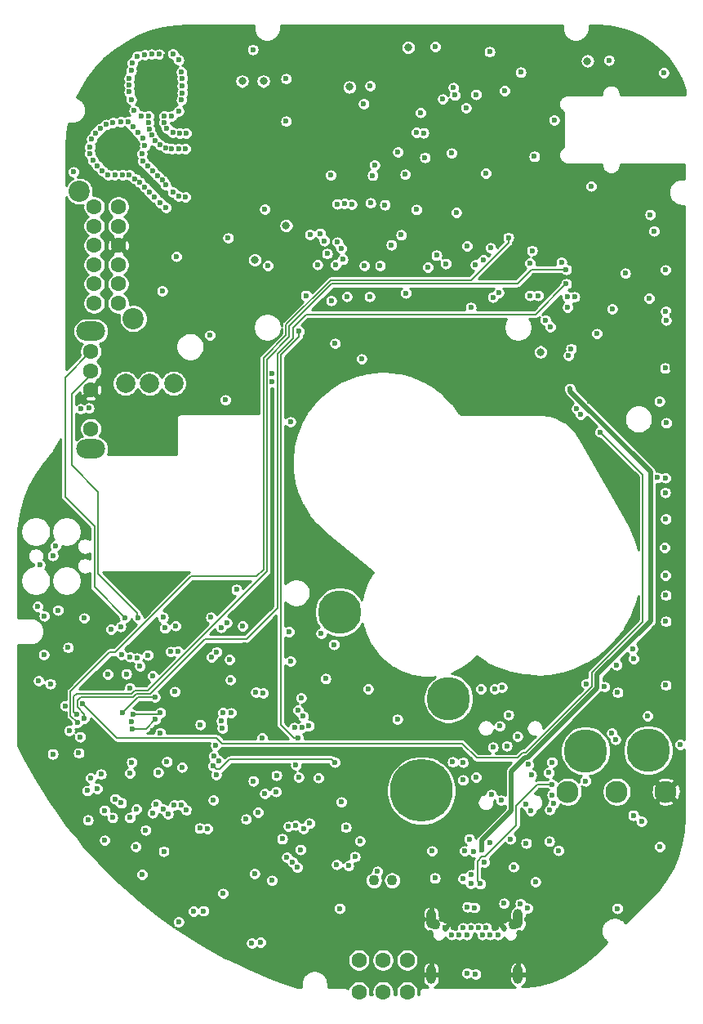
<source format=gbr>
G04 #@! TF.GenerationSoftware,KiCad,Pcbnew,5.1.6+dfsg1-1~bpo10+1*
G04 #@! TF.CreationDate,2021-03-28T20:24:38-04:00*
G04 #@! TF.ProjectId,RUSP_Mainboard,52555350-5f4d-4616-996e-626f6172642e,rev?*
G04 #@! TF.SameCoordinates,Original*
G04 #@! TF.FileFunction,Copper,L4,Inr*
G04 #@! TF.FilePolarity,Positive*
%FSLAX46Y46*%
G04 Gerber Fmt 4.6, Leading zero omitted, Abs format (unit mm)*
G04 Created by KiCad (PCBNEW 5.1.6+dfsg1-1~bpo10+1) date 2021-03-28 20:24:38*
%MOMM*%
%LPD*%
G01*
G04 APERTURE LIST*
G04 #@! TA.AperFunction,ViaPad*
%ADD10C,1.100000*%
G04 #@! TD*
G04 #@! TA.AperFunction,ViaPad*
%ADD11C,6.500000*%
G04 #@! TD*
G04 #@! TA.AperFunction,ViaPad*
%ADD12C,4.500000*%
G04 #@! TD*
G04 #@! TA.AperFunction,ViaPad*
%ADD13O,1.000000X2.000000*%
G04 #@! TD*
G04 #@! TA.AperFunction,ViaPad*
%ADD14C,0.600000*%
G04 #@! TD*
G04 #@! TA.AperFunction,ViaPad*
%ADD15C,2.300000*%
G04 #@! TD*
G04 #@! TA.AperFunction,ViaPad*
%ADD16O,3.000000X2.000000*%
G04 #@! TD*
G04 #@! TA.AperFunction,ViaPad*
%ADD17C,1.600000*%
G04 #@! TD*
G04 #@! TA.AperFunction,ViaPad*
%ADD18C,2.200000*%
G04 #@! TD*
G04 #@! TA.AperFunction,ViaPad*
%ADD19C,2.000000*%
G04 #@! TD*
G04 #@! TA.AperFunction,ViaPad*
%ADD20C,0.800000*%
G04 #@! TD*
G04 #@! TA.AperFunction,Conductor*
%ADD21C,0.500000*%
G04 #@! TD*
G04 #@! TA.AperFunction,Conductor*
%ADD22C,0.200000*%
G04 #@! TD*
G04 #@! TA.AperFunction,Conductor*
%ADD23C,0.254000*%
G04 #@! TD*
G04 APERTURE END LIST*
D10*
X149050000Y-143300000D03*
X150950000Y-143300000D03*
D11*
X154000000Y-134000000D03*
D12*
X156800000Y-124450000D03*
X145500000Y-115500000D03*
X177510000Y-129800000D03*
X171000000Y-129870000D03*
D13*
X155000000Y-153025000D03*
X164000000Y-153025000D03*
D10*
X155450000Y-147825000D03*
D13*
X155000000Y-147275000D03*
D10*
X163550000Y-147825000D03*
D13*
X164000000Y-147275000D03*
D14*
X161900000Y-148925000D03*
X161100000Y-148925000D03*
X160300000Y-148925000D03*
X157100000Y-148925000D03*
X157900000Y-148925000D03*
X158700000Y-148925000D03*
X162550000Y-148225000D03*
X160700000Y-148225000D03*
X159900000Y-148225000D03*
X156450000Y-148225000D03*
X158300000Y-148225000D03*
X159100000Y-148225000D03*
D15*
X169170000Y-134100000D03*
X174250000Y-134100000D03*
X179330000Y-134100000D03*
D16*
X119700000Y-86400000D03*
X119700000Y-98600000D03*
D17*
X119700000Y-88500000D03*
X119700000Y-90500000D03*
X119700000Y-92500000D03*
X119700000Y-96500000D03*
X120050000Y-73500000D03*
X120050000Y-75500000D03*
X120050000Y-77500000D03*
X120050000Y-79500000D03*
X120050000Y-81500000D03*
X120050000Y-83500000D03*
X122550000Y-73500000D03*
X122550000Y-75500000D03*
X122550000Y-77500000D03*
X122550000Y-79500000D03*
X122550000Y-81500000D03*
X122550000Y-83500000D03*
D18*
X118500000Y-71900000D03*
X124100000Y-85100000D03*
D17*
X147500000Y-151550000D03*
X147500000Y-154850000D03*
X150000000Y-151550000D03*
X150000000Y-154850000D03*
X152500000Y-151550000D03*
X152500000Y-154850000D03*
D19*
X128300000Y-91800000D03*
X123300000Y-91800000D03*
X125800000Y-91800000D03*
D14*
X116300000Y-115300000D03*
X115750000Y-130200000D03*
X118600000Y-120600000D03*
X150731792Y-65881792D03*
X127510000Y-57930000D03*
X173438916Y-138800015D03*
X145600000Y-132600000D03*
X179395151Y-106666759D03*
X179997593Y-90164786D03*
D20*
X166450000Y-90350000D03*
D14*
X166250000Y-81300000D03*
X171450000Y-91750000D03*
X167100000Y-81100000D03*
X165123506Y-81960379D03*
X174000000Y-87550000D03*
X174000000Y-85250000D03*
X167900000Y-59000000D03*
X145150000Y-147999998D03*
X127200000Y-112850000D03*
X117275000Y-109600000D03*
X131600000Y-92425000D03*
X137475000Y-133050000D03*
X157449937Y-69258906D03*
X127574936Y-70119523D03*
X119750000Y-115100000D03*
X171433281Y-93657315D03*
X171200000Y-81820000D03*
X180688918Y-77331086D03*
X179999990Y-84800012D03*
X179449990Y-94550000D03*
X179449990Y-100866647D03*
X180560011Y-128302177D03*
X179550597Y-122351083D03*
X174068735Y-123134135D03*
X146935121Y-122071222D03*
X166250000Y-77170000D03*
X118650000Y-129370000D03*
X119100000Y-113570000D03*
X121550000Y-115970000D03*
X127109733Y-119570701D03*
X120750000Y-117500000D03*
X130388915Y-120888917D03*
X144970985Y-123449979D03*
X146450000Y-125650000D03*
X148600010Y-131265808D03*
X157583164Y-142879435D03*
X162200000Y-143100000D03*
X137949968Y-117549990D03*
X161001039Y-65812546D03*
X157000000Y-65300000D03*
X166350000Y-123000000D03*
X135700000Y-118900000D03*
X137399998Y-122799998D03*
X140654449Y-119149977D03*
X136800000Y-115850000D03*
X169250000Y-144950000D03*
X167600000Y-145100000D03*
X130321188Y-136291190D03*
X130000000Y-144650072D03*
X159051931Y-130763909D03*
X159950000Y-136450000D03*
X158902521Y-135416328D03*
X126250052Y-131100000D03*
X123200000Y-129750000D03*
X126143923Y-127754960D03*
X126400000Y-125250000D03*
X155600000Y-145800000D03*
X132600000Y-112700000D03*
X164400000Y-149603737D03*
X160800000Y-122900000D03*
X146700000Y-139250000D03*
X138949820Y-132403322D03*
X159485576Y-146111532D03*
X119400000Y-137050000D03*
X137300000Y-149700000D03*
X128800000Y-147600000D03*
X127263589Y-140286411D03*
X131800000Y-137950000D03*
X114400000Y-110600000D03*
X114200000Y-114899996D03*
X119350010Y-134000000D03*
X158946668Y-139000000D03*
X163200000Y-138999998D03*
X124446297Y-135916273D03*
X162835228Y-129362576D03*
X116050000Y-108650000D03*
X114883338Y-115897623D03*
X125392516Y-138078171D03*
X162321155Y-123293956D03*
X146150012Y-137799979D03*
X119700000Y-132700000D03*
X126675001Y-132102833D03*
X158324867Y-131049990D03*
X145200000Y-141650000D03*
X163007305Y-126140001D03*
X159600000Y-153000000D03*
X131400000Y-146449996D03*
X130993328Y-137897923D03*
X158700000Y-152900000D03*
X135800000Y-136950000D03*
X132417990Y-134967990D03*
X117450000Y-127770000D03*
X118600000Y-128420000D03*
X133650000Y-93520000D03*
X132979352Y-130918853D03*
X140400000Y-95800000D03*
D20*
X171200000Y-58400000D03*
X152600000Y-57000000D03*
X137600000Y-60500000D03*
X135400000Y-60499992D03*
D14*
X136400000Y-149800000D03*
X115754055Y-109644213D03*
X165450000Y-78050000D03*
X136554390Y-132993961D03*
X159100000Y-83950000D03*
X140975000Y-131325000D03*
X136500000Y-57220000D03*
X172968724Y-123240770D03*
X174331713Y-123836531D03*
X174242188Y-120979959D03*
X143471711Y-76262717D03*
X145827215Y-78964952D03*
X114822875Y-119921900D03*
X118451021Y-130093136D03*
X119000000Y-116120000D03*
X127187773Y-116049977D03*
X129150000Y-131570000D03*
X144917713Y-118850011D03*
X134187376Y-122513332D03*
X140400000Y-120600000D03*
X134800000Y-113169998D03*
X125029986Y-142691163D03*
X130362098Y-146501156D03*
X126100000Y-136300000D03*
X133400000Y-144650072D03*
X138489944Y-143300042D03*
X158299990Y-132900000D03*
X161394987Y-129501112D03*
X147077135Y-140850010D03*
X173761091Y-84088909D03*
X169246875Y-88924999D03*
X167350000Y-85950000D03*
X166850000Y-85250000D03*
X169374998Y-92350000D03*
X164983182Y-146183558D03*
X160200001Y-140099999D03*
X143300000Y-132675000D03*
X126100016Y-122100000D03*
X122951621Y-125908388D03*
X164247869Y-145700012D03*
X164850012Y-139430015D03*
X129621122Y-136022068D03*
X159650000Y-132600000D03*
X141431761Y-140104535D03*
X167526199Y-131044108D03*
X164782822Y-135390000D03*
X126350000Y-124300000D03*
X174300000Y-146200000D03*
X132753679Y-119625022D03*
X127973868Y-119600476D03*
X135450021Y-116950010D03*
X121113350Y-136038725D03*
X133950000Y-76750000D03*
D20*
X136700000Y-79000000D03*
D14*
X149125000Y-69175000D03*
X157100000Y-67950000D03*
X160650051Y-70028957D03*
D20*
X139950000Y-75450000D03*
D14*
X152300000Y-70150000D03*
X157600000Y-74100000D03*
X139950000Y-60250002D03*
X139950000Y-64650000D03*
X158725000Y-77575000D03*
X150870000Y-77450002D03*
D20*
X166350000Y-88550000D03*
D14*
X125300000Y-57750000D03*
X138050000Y-79600000D03*
X153900000Y-63749990D03*
X162625000Y-61475000D03*
X161150000Y-77775000D03*
X171600000Y-71375000D03*
X153475000Y-73800000D03*
X164275000Y-59575000D03*
X173425000Y-58325000D03*
X155425000Y-56924990D03*
X142425000Y-76375000D03*
X160400000Y-79000000D03*
X145029215Y-87673184D03*
X129600000Y-65900000D03*
X128900000Y-65900000D03*
X128200000Y-65800000D03*
X127600000Y-65400000D03*
X127300000Y-64800000D03*
X127300000Y-64100000D03*
X125700000Y-64100000D03*
X125700000Y-64800000D03*
X125800000Y-65500000D03*
X125999992Y-66100000D03*
X126349997Y-66649997D03*
X126900000Y-67100002D03*
X128100000Y-67500000D03*
X128800000Y-67500000D03*
X129500000Y-67500000D03*
X127500000Y-67400000D03*
X129500000Y-72500000D03*
X128800000Y-72400000D03*
X128200000Y-72000000D03*
X127450000Y-71249994D03*
X127100000Y-70700000D03*
X126600000Y-70300000D03*
X126100000Y-69800000D03*
X125600000Y-69300000D03*
X125100000Y-68800000D03*
X125000000Y-68000000D03*
X125300000Y-67200000D03*
X125100000Y-66400000D03*
X124600000Y-65800000D03*
X124100000Y-65200000D03*
X123600000Y-64700000D03*
X122800000Y-64700000D03*
X122000000Y-64800000D03*
X121300000Y-65000000D03*
X120700000Y-65400000D03*
X120200000Y-65900000D03*
X119600000Y-68000000D03*
X119900000Y-68700000D03*
X119600000Y-67299996D03*
X119800000Y-66500000D03*
X120400000Y-69300000D03*
X120900000Y-69800000D03*
X121500000Y-70200000D03*
X122200000Y-70200000D03*
X123000000Y-70200000D03*
X123700000Y-70200000D03*
X124299992Y-70600000D03*
X124800000Y-71000000D03*
X125300000Y-71500000D03*
X125800000Y-72000000D03*
X126300000Y-72500000D03*
X126900000Y-73100000D03*
X127499998Y-73600000D03*
X128100000Y-64100000D03*
X128800000Y-63600000D03*
X129100000Y-62450000D03*
X129200000Y-61700000D03*
X129200000Y-61000000D03*
X129200000Y-60200000D03*
X129100000Y-59550000D03*
X128800000Y-58300000D03*
X128208783Y-57657593D03*
X126796502Y-57698867D03*
X126000000Y-57700000D03*
X124500000Y-57900000D03*
X124000000Y-58600000D03*
X123900000Y-59400000D03*
X123700000Y-60200000D03*
X123700000Y-60900000D03*
X123700000Y-61600000D03*
X123900000Y-62400000D03*
X124200000Y-63550000D03*
X124900000Y-64100000D03*
X137750000Y-73750000D03*
X168500000Y-79254099D03*
X151890000Y-76430000D03*
X148930000Y-70250000D03*
X177700000Y-74320000D03*
X145074990Y-79529721D03*
X127100000Y-82220000D03*
X128565441Y-78654559D03*
X143923280Y-77025228D03*
X144200000Y-78370000D03*
X123750000Y-132200000D03*
X150200000Y-73300000D03*
X145688023Y-135179084D03*
X155543243Y-78543235D03*
X154638155Y-79771718D03*
X151550000Y-67850002D03*
X165250000Y-79350000D03*
X149425122Y-142373020D03*
X148450012Y-123449979D03*
X123742933Y-123349264D03*
X151484093Y-126615907D03*
X128399991Y-123749990D03*
X178700000Y-139800000D03*
X121450000Y-121950000D03*
X121949968Y-136796978D03*
X161224675Y-134423621D03*
X124493364Y-120279015D03*
X158740008Y-146030006D03*
X158300000Y-143100000D03*
X140936084Y-137586084D03*
X134100000Y-120399990D03*
X163934989Y-128375512D03*
X140614920Y-141378730D03*
X124049989Y-126112014D03*
X126920550Y-125933056D03*
X123950000Y-131050000D03*
X139545020Y-138995626D03*
X123983350Y-127605888D03*
X126413916Y-126600010D03*
X123750000Y-136796973D03*
X142362029Y-137384196D03*
X140037546Y-140900028D03*
X126900000Y-128000000D03*
X127600000Y-131000000D03*
X141098815Y-141951760D03*
X154350014Y-68400000D03*
X165700011Y-68300000D03*
X169851840Y-82852675D03*
X169102535Y-82820101D03*
X169150000Y-83927664D03*
X169507145Y-88215897D03*
X166077834Y-82699999D03*
X165250000Y-82699998D03*
X172175000Y-86650000D03*
X137750000Y-134300000D03*
X124800000Y-121100000D03*
X117900000Y-69900000D03*
X144566942Y-70236942D03*
X140195904Y-137707130D03*
X161046724Y-139354887D03*
X117349990Y-119170000D03*
X133798479Y-116620533D03*
X161569672Y-123467491D03*
X132203679Y-120155524D03*
X171080000Y-122920000D03*
X160150000Y-123450000D03*
X153451904Y-65796565D03*
X154200000Y-65850000D03*
X163000000Y-76700000D03*
X118300000Y-126920000D03*
X169001256Y-81497498D03*
X119019346Y-126519990D03*
X179301090Y-111691092D03*
X123957626Y-126856318D03*
X179199988Y-108826944D03*
X133400000Y-125900000D03*
X179300000Y-80050000D03*
X128500000Y-116920000D03*
X178100000Y-76020000D03*
X175998684Y-120352609D03*
X141500000Y-124400000D03*
X180824990Y-129220000D03*
X126497899Y-135397192D03*
X176800000Y-137170000D03*
X127179189Y-135886092D03*
X179329977Y-123067912D03*
X127702856Y-136423019D03*
X177450000Y-126270000D03*
X128350122Y-135477399D03*
X179329998Y-116470000D03*
X129100116Y-135482559D03*
X122800000Y-117000000D03*
X179329988Y-113753318D03*
X179329986Y-84350000D03*
X127399989Y-117149997D03*
X121789337Y-117295735D03*
X177600000Y-83000000D03*
X179250032Y-90225372D03*
X136829304Y-123806564D03*
X179351979Y-85257720D03*
X137580420Y-123900011D03*
X179376670Y-95900412D03*
X141725373Y-126292010D03*
X178661080Y-93658913D03*
X141180882Y-125665699D03*
X179299704Y-101601448D03*
X141604106Y-127466337D03*
X178450000Y-101570000D03*
X142332028Y-127285651D03*
X179329978Y-105850000D03*
X134249988Y-125938009D03*
X179260872Y-103112230D03*
X140812269Y-127465731D03*
X141750000Y-137950000D03*
X147600000Y-139200000D03*
X123250000Y-116070000D03*
X124579833Y-116097751D03*
X123378500Y-121899242D03*
X168200000Y-140200000D03*
X122854585Y-135272671D03*
X159650000Y-61875000D03*
X128722168Y-119550000D03*
X122232390Y-134853874D03*
X136670261Y-142600021D03*
X158450000Y-140250010D03*
X120350000Y-133800000D03*
X120750000Y-132300000D03*
X121144129Y-139147697D03*
X132150010Y-116045018D03*
X131050000Y-127150000D03*
X141300000Y-86420000D03*
X141206962Y-128549990D03*
X145671082Y-77803210D03*
X133353093Y-127513078D03*
X145269115Y-77170012D03*
X133268806Y-126767817D03*
X144050000Y-122400000D03*
X133198807Y-117070989D03*
X162100000Y-127300000D03*
X125600000Y-119950000D03*
X140250000Y-117549990D03*
X137050000Y-136249990D03*
X132656922Y-129294408D03*
X123756455Y-120139436D03*
X124374996Y-139792808D03*
X122900000Y-119900000D03*
X146417519Y-141782228D03*
X114300000Y-122620000D03*
X118636084Y-94456084D03*
X115500001Y-122920000D03*
X119500010Y-94369990D03*
X159600000Y-79500004D03*
X149700000Y-79600000D03*
X148700000Y-73120000D03*
X148600000Y-82800000D03*
X146750000Y-73270000D03*
X148075010Y-79600000D03*
X146008719Y-73155957D03*
X146250010Y-82800000D03*
X145250000Y-73220000D03*
X144626416Y-83226416D03*
X143200000Y-79500004D03*
X142000000Y-82700000D03*
X158600000Y-63250004D03*
D20*
X146500000Y-61100000D03*
D14*
X157449998Y-61950000D03*
X156200000Y-62350000D03*
X148000000Y-62850000D03*
X157300236Y-61165093D03*
X171008916Y-132990010D03*
X162241094Y-135008906D03*
X174096850Y-128687927D03*
X167250000Y-139250000D03*
X173736648Y-128030085D03*
X165343287Y-136097509D03*
X162000000Y-82420000D03*
X165381922Y-132390246D03*
X161400000Y-82870000D03*
X167195012Y-132140001D03*
X145500000Y-146200000D03*
X162544211Y-145676280D03*
X163550000Y-141900000D03*
X155376737Y-143059289D03*
X155085460Y-140250010D03*
X165800008Y-143443829D03*
X175950000Y-136550000D03*
X138900000Y-134099999D03*
X132443172Y-130394420D03*
X117050000Y-125200000D03*
X145000000Y-131049999D03*
X132400000Y-131450000D03*
X159400000Y-140300000D03*
X159100000Y-143599998D03*
X167287422Y-135976336D03*
X159149990Y-142724175D03*
X167700000Y-135350000D03*
X160100000Y-143650000D03*
X167550000Y-133350000D03*
X167563909Y-134436091D03*
X160529088Y-141408916D03*
X167750000Y-64520000D03*
X179100000Y-59620000D03*
X161050000Y-57450000D03*
X148675000Y-60975000D03*
X172530018Y-96844982D03*
X118850032Y-124978200D03*
X156500000Y-79400000D03*
X138500010Y-91604964D03*
X138500010Y-90750000D03*
X152366854Y-82445018D03*
X170092517Y-94407481D03*
X175863055Y-119313055D03*
X170500000Y-95000000D03*
X147776949Y-89276949D03*
X132050000Y-86825000D03*
X143599070Y-117700928D03*
X157224855Y-131032963D03*
X165052432Y-131294147D03*
X132700000Y-132350000D03*
X141250000Y-132600000D03*
X175125000Y-80400000D03*
X169000004Y-80000000D03*
X118228916Y-126071084D03*
X137450000Y-128549990D03*
D21*
X165001237Y-130569887D02*
X164716001Y-130569887D01*
X169425000Y-92325000D02*
X169425000Y-92638998D01*
X169425000Y-92638998D02*
X177725000Y-100938998D01*
X177725000Y-100938998D02*
X177725000Y-116461145D01*
X172210012Y-123361112D02*
X165001237Y-130569887D01*
X163287265Y-131998623D02*
X163287265Y-136078344D01*
X160200001Y-139165608D02*
X160200001Y-140099999D01*
X172210012Y-121976133D02*
X172210012Y-123361112D01*
X163287265Y-136078344D02*
X160200001Y-139165608D01*
X164716001Y-130569887D02*
X163287265Y-131998623D01*
X177725000Y-116461145D02*
X172210012Y-121976133D01*
D22*
X124560009Y-124300000D02*
X126350000Y-124300000D01*
X122951621Y-125908388D02*
X124560009Y-124300000D01*
X126803606Y-126050000D02*
X126920550Y-125933056D01*
X124112003Y-126050000D02*
X126803606Y-126050000D01*
X124049989Y-126112014D02*
X124112003Y-126050000D01*
X125408038Y-127605888D02*
X126413916Y-126600010D01*
X123983350Y-127605888D02*
X125408038Y-127605888D01*
X136905000Y-111800010D02*
X130099988Y-111800010D01*
X137599989Y-111105021D02*
X136905000Y-111800010D01*
X122249999Y-119649999D02*
X121655013Y-119649999D01*
X137599989Y-89170011D02*
X137599989Y-111105021D01*
X121655013Y-119649999D02*
X117600000Y-123705012D01*
X163000000Y-76700000D02*
X163000000Y-77214002D01*
X130099988Y-111800010D02*
X122249999Y-119649999D01*
X163000000Y-77214002D02*
X159103026Y-81110976D01*
X117600000Y-123705012D02*
X117600000Y-126220000D01*
X117600000Y-126220000D02*
X118300000Y-126920000D01*
X139949977Y-85716040D02*
X139949977Y-86820023D01*
X144555040Y-81110977D02*
X139949977Y-85716040D01*
X139949977Y-86820023D02*
X137599989Y-89170011D01*
X159103026Y-81110976D02*
X144555040Y-81110977D01*
X140649999Y-86005998D02*
X140649998Y-87109982D01*
X165848755Y-84649999D02*
X142005998Y-84649999D01*
X124065030Y-124299989D02*
X118650011Y-124299989D01*
X119019346Y-126047512D02*
X119019346Y-126519990D01*
X142005998Y-84649999D02*
X140649999Y-86005998D01*
X169001256Y-81497498D02*
X165848755Y-84649999D01*
X135826553Y-118300011D02*
X131535985Y-118300011D01*
X140649998Y-87109982D02*
X139050011Y-88709969D01*
X125886007Y-123949989D02*
X124415030Y-123949989D01*
X139050011Y-88709969D02*
X139050011Y-115076553D01*
X139050011Y-115076553D02*
X135826553Y-118300011D01*
X131535985Y-118300011D02*
X125886007Y-123949989D01*
X124415030Y-123949989D02*
X124065030Y-124299989D01*
X118650011Y-124299989D02*
X118300022Y-124649978D01*
X118300022Y-124649978D02*
X118300022Y-125328188D01*
X118300022Y-125328188D02*
X119019346Y-126047512D01*
X117022654Y-91177346D02*
X117022654Y-103537642D01*
X117022654Y-103537642D02*
X120100000Y-106614988D01*
X119700000Y-88500000D02*
X117022654Y-91177346D01*
X120100000Y-106614988D02*
X120100000Y-112920000D01*
X120100000Y-112920000D02*
X123250000Y-116070000D01*
X120450011Y-111556007D02*
X124500000Y-115605996D01*
X117700000Y-100275010D02*
X120450011Y-103025021D01*
X120100000Y-90500000D02*
X117700000Y-92900000D01*
X124500000Y-115605996D02*
X124500000Y-115870000D01*
X120450011Y-103025021D02*
X120450011Y-111556007D01*
X117700000Y-92900000D02*
X117700000Y-100275010D01*
X124500000Y-115870000D02*
X124500000Y-116017918D01*
X124500000Y-116017918D02*
X124579833Y-116097751D01*
X141300000Y-86954970D02*
X139400022Y-88854948D01*
X139400022Y-88854948D02*
X139400022Y-127167314D01*
X141300000Y-86420000D02*
X141300000Y-86954970D01*
X139400022Y-127167314D02*
X140782698Y-128549990D01*
X140782698Y-128549990D02*
X141206962Y-128549990D01*
X144700001Y-130750000D02*
X134100004Y-130750000D01*
X145000000Y-131049999D02*
X144700001Y-130750000D01*
X132699999Y-131749999D02*
X132400000Y-131450000D01*
X133100005Y-131749999D02*
X132699999Y-131749999D01*
X134100004Y-130750000D02*
X133100005Y-131749999D01*
X160541085Y-140858915D02*
X160265087Y-140858915D01*
X160265087Y-140858915D02*
X159800001Y-141324001D01*
X163787275Y-137612725D02*
X160541085Y-140858915D01*
X163787275Y-135571545D02*
X163787275Y-137612725D01*
X159800001Y-143350001D02*
X160100000Y-143650000D01*
X166008820Y-133350000D02*
X163787275Y-135571545D01*
X159800001Y-141324001D02*
X159800001Y-143350001D01*
X167550000Y-133350000D02*
X166008820Y-133350000D01*
X122421841Y-128550009D02*
X118850032Y-124978200D01*
X164480760Y-130068231D02*
X163951425Y-130597566D01*
X171670001Y-123194001D02*
X164795771Y-130068231D01*
X176950000Y-116500000D02*
X171670001Y-121779999D01*
X163951425Y-130597566D02*
X159699590Y-130597566D01*
X171670001Y-121779999D02*
X171670001Y-123194001D01*
X159699590Y-130597566D02*
X158202024Y-129100000D01*
X172530018Y-96844982D02*
X176950000Y-101264964D01*
X164795771Y-130068231D02*
X164480760Y-130068231D01*
X132757483Y-128550009D02*
X122421841Y-128550009D01*
X176950000Y-101264964D02*
X176950000Y-116500000D01*
X133307474Y-129100000D02*
X132757483Y-128550009D01*
X158202024Y-129100000D02*
X133307474Y-129100000D01*
X117950011Y-124249989D02*
X117950011Y-125792179D01*
X123920051Y-123949978D02*
X118250022Y-123949978D01*
X125600022Y-123599978D02*
X124270050Y-123599979D01*
X137950000Y-89314990D02*
X137950000Y-111250000D01*
X140299988Y-85861019D02*
X140299988Y-86965002D01*
X144700020Y-81460987D02*
X140299988Y-85861019D01*
X124270050Y-123599979D02*
X123920051Y-123949978D01*
X169000004Y-80000000D02*
X165385998Y-80000000D01*
X140299988Y-86965002D02*
X137950000Y-89314990D01*
X118250022Y-123949978D02*
X117950011Y-124249989D01*
X137950000Y-111250000D02*
X125600022Y-123599978D01*
X163925011Y-81460987D02*
X144700020Y-81460987D01*
X117950011Y-125792179D02*
X118228916Y-126071084D01*
X165385998Y-80000000D02*
X163925011Y-81460987D01*
D23*
G36*
X136598001Y-55022205D02*
G01*
X136600250Y-55045040D01*
X136600250Y-55057371D01*
X136600910Y-55063648D01*
X136621577Y-55247899D01*
X136630094Y-55287969D01*
X136638051Y-55328157D01*
X136639917Y-55334186D01*
X136695978Y-55510915D01*
X136712129Y-55548600D01*
X136727729Y-55586446D01*
X136730723Y-55591984D01*
X136730729Y-55591997D01*
X136730736Y-55592008D01*
X136820052Y-55754472D01*
X136843192Y-55788267D01*
X136865868Y-55822397D01*
X136869885Y-55827253D01*
X136869890Y-55827260D01*
X136869896Y-55827265D01*
X136989068Y-55969290D01*
X137018340Y-55997954D01*
X137047204Y-56027021D01*
X137052095Y-56031010D01*
X137196590Y-56147186D01*
X137230836Y-56169596D01*
X137264832Y-56192527D01*
X137270405Y-56195490D01*
X137434714Y-56281389D01*
X137472682Y-56296729D01*
X137510464Y-56312611D01*
X137516502Y-56314434D01*
X137516508Y-56314436D01*
X137694370Y-56366783D01*
X137734610Y-56374459D01*
X137774741Y-56382697D01*
X137781022Y-56383313D01*
X137965666Y-56400117D01*
X138006633Y-56399831D01*
X138047599Y-56400117D01*
X138053880Y-56399501D01*
X138238273Y-56380120D01*
X138278444Y-56371874D01*
X138318641Y-56364206D01*
X138324677Y-56362384D01*
X138324686Y-56362382D01*
X138324694Y-56362378D01*
X138501799Y-56307556D01*
X138539579Y-56291675D01*
X138577550Y-56276334D01*
X138583113Y-56273376D01*
X138583122Y-56273372D01*
X138583129Y-56273367D01*
X138746215Y-56185187D01*
X138780161Y-56162290D01*
X138814459Y-56139846D01*
X138819350Y-56135857D01*
X138962209Y-56017673D01*
X138991056Y-55988623D01*
X139020344Y-55959943D01*
X139024366Y-55955080D01*
X139141549Y-55811400D01*
X139164203Y-55777303D01*
X139187365Y-55743476D01*
X139190367Y-55737924D01*
X139277411Y-55574219D01*
X139293021Y-55536346D01*
X139309162Y-55498687D01*
X139311026Y-55492666D01*
X139311028Y-55492660D01*
X139311029Y-55492654D01*
X139364616Y-55315164D01*
X139372574Y-55274974D01*
X139381090Y-55234908D01*
X139381750Y-55228631D01*
X139399843Y-55044108D01*
X139399843Y-55044105D01*
X139402000Y-55022205D01*
X139402000Y-54752000D01*
X168598001Y-54752000D01*
X168598001Y-55022205D01*
X168600250Y-55045040D01*
X168600250Y-55057371D01*
X168600910Y-55063648D01*
X168621577Y-55247899D01*
X168630094Y-55287969D01*
X168638051Y-55328157D01*
X168639917Y-55334186D01*
X168695978Y-55510915D01*
X168712129Y-55548600D01*
X168727729Y-55586446D01*
X168730723Y-55591984D01*
X168730729Y-55591997D01*
X168730736Y-55592008D01*
X168820052Y-55754472D01*
X168843192Y-55788267D01*
X168865868Y-55822397D01*
X168869885Y-55827253D01*
X168869890Y-55827260D01*
X168869896Y-55827265D01*
X168989068Y-55969290D01*
X169018340Y-55997954D01*
X169047204Y-56027021D01*
X169052095Y-56031010D01*
X169196590Y-56147186D01*
X169230836Y-56169596D01*
X169264832Y-56192527D01*
X169270405Y-56195490D01*
X169434714Y-56281389D01*
X169472682Y-56296729D01*
X169510464Y-56312611D01*
X169516502Y-56314434D01*
X169516508Y-56314436D01*
X169694370Y-56366783D01*
X169734610Y-56374459D01*
X169774741Y-56382697D01*
X169781022Y-56383313D01*
X169965666Y-56400117D01*
X170006633Y-56399831D01*
X170047599Y-56400117D01*
X170053880Y-56399501D01*
X170238273Y-56380120D01*
X170278444Y-56371874D01*
X170318641Y-56364206D01*
X170324677Y-56362384D01*
X170324686Y-56362382D01*
X170324694Y-56362378D01*
X170501799Y-56307556D01*
X170539579Y-56291675D01*
X170577550Y-56276334D01*
X170583113Y-56273376D01*
X170583122Y-56273372D01*
X170583129Y-56273367D01*
X170746215Y-56185187D01*
X170780161Y-56162290D01*
X170814459Y-56139846D01*
X170819350Y-56135857D01*
X170962209Y-56017673D01*
X170991056Y-55988623D01*
X171020344Y-55959943D01*
X171024366Y-55955080D01*
X171141549Y-55811400D01*
X171164203Y-55777303D01*
X171187365Y-55743476D01*
X171190367Y-55737924D01*
X171277411Y-55574219D01*
X171293021Y-55536346D01*
X171309162Y-55498687D01*
X171311026Y-55492666D01*
X171311028Y-55492660D01*
X171311029Y-55492654D01*
X171364616Y-55315164D01*
X171372574Y-55274974D01*
X171381090Y-55234908D01*
X171381750Y-55228631D01*
X171399843Y-55044108D01*
X171399843Y-55044105D01*
X171402000Y-55022205D01*
X171402000Y-54752000D01*
X172245797Y-54752000D01*
X173456568Y-54828175D01*
X174634266Y-55052833D01*
X175774528Y-55423327D01*
X176859354Y-55933807D01*
X177871644Y-56576225D01*
X178795446Y-57340461D01*
X179616170Y-58214443D01*
X180320884Y-59184398D01*
X180898480Y-60235038D01*
X181344511Y-61361586D01*
X181359596Y-61409109D01*
X181358770Y-61893295D01*
X174602000Y-61897705D01*
X174602000Y-61777795D01*
X174599794Y-61755397D01*
X174599794Y-61748914D01*
X174599134Y-61742637D01*
X174588257Y-61645662D01*
X174579746Y-61605619D01*
X174571783Y-61565402D01*
X174569916Y-61559373D01*
X174540410Y-61466358D01*
X174524288Y-61428742D01*
X174508661Y-61390828D01*
X174505659Y-61385277D01*
X174458648Y-61299764D01*
X174435486Y-61265936D01*
X174412830Y-61231837D01*
X174408808Y-61226974D01*
X174346083Y-61152222D01*
X174316809Y-61123556D01*
X174287948Y-61094493D01*
X174283058Y-61090504D01*
X174207008Y-61029358D01*
X174172710Y-61006914D01*
X174138764Y-60984017D01*
X174133197Y-60981057D01*
X174133193Y-60981054D01*
X174133189Y-60981052D01*
X174046712Y-60935844D01*
X174008760Y-60920510D01*
X173970965Y-60904623D01*
X173964923Y-60902799D01*
X173964921Y-60902798D01*
X173964917Y-60902797D01*
X173871311Y-60875247D01*
X173831066Y-60867569D01*
X173790937Y-60859332D01*
X173784662Y-60858717D01*
X173784659Y-60858716D01*
X173784656Y-60858716D01*
X173687474Y-60849872D01*
X173646509Y-60850158D01*
X173605544Y-60849872D01*
X173599263Y-60850488D01*
X173599259Y-60850488D01*
X173502215Y-60860688D01*
X173462097Y-60868923D01*
X173421843Y-60876602D01*
X173415801Y-60878426D01*
X173322582Y-60907282D01*
X173284789Y-60923169D01*
X173246830Y-60938505D01*
X173241264Y-60941464D01*
X173241260Y-60941466D01*
X173241257Y-60941468D01*
X173155420Y-60987881D01*
X173121458Y-61010788D01*
X173087178Y-61033221D01*
X173082298Y-61037202D01*
X173082286Y-61037210D01*
X173082277Y-61037219D01*
X173007099Y-61099412D01*
X172978238Y-61128474D01*
X172948965Y-61157140D01*
X172944942Y-61162003D01*
X172944939Y-61162006D01*
X172944937Y-61162009D01*
X172883266Y-61237624D01*
X172860586Y-61271760D01*
X172837447Y-61305554D01*
X172834445Y-61311105D01*
X172788634Y-61397266D01*
X172773038Y-61435104D01*
X172756885Y-61472792D01*
X172755019Y-61478821D01*
X172726814Y-61572239D01*
X172718855Y-61612434D01*
X172710339Y-61652500D01*
X172709679Y-61658777D01*
X172700157Y-61755894D01*
X172700157Y-61755905D01*
X172698001Y-61777795D01*
X172698001Y-61898000D01*
X169127795Y-61898000D01*
X169105397Y-61900206D01*
X169098914Y-61900206D01*
X169092637Y-61900866D01*
X168995662Y-61911743D01*
X168955619Y-61920254D01*
X168915402Y-61928217D01*
X168909379Y-61930082D01*
X168909375Y-61930083D01*
X168909372Y-61930084D01*
X168909373Y-61930084D01*
X168816358Y-61959590D01*
X168778742Y-61975712D01*
X168740828Y-61991339D01*
X168735277Y-61994341D01*
X168649764Y-62041352D01*
X168615936Y-62064514D01*
X168581837Y-62087170D01*
X168576974Y-62091192D01*
X168502222Y-62153917D01*
X168473556Y-62183191D01*
X168444493Y-62212052D01*
X168440504Y-62216942D01*
X168379358Y-62292992D01*
X168356914Y-62327290D01*
X168334017Y-62361236D01*
X168331057Y-62366803D01*
X168331054Y-62366807D01*
X168331054Y-62366808D01*
X168285844Y-62453288D01*
X168270510Y-62491240D01*
X168254623Y-62529035D01*
X168252799Y-62535077D01*
X168225247Y-62628689D01*
X168217569Y-62668934D01*
X168209332Y-62709063D01*
X168208716Y-62715344D01*
X168199872Y-62812526D01*
X168200158Y-62853491D01*
X168199872Y-62894456D01*
X168200488Y-62900737D01*
X168210688Y-62997786D01*
X168218926Y-63037917D01*
X168226602Y-63078157D01*
X168228426Y-63084199D01*
X168257282Y-63177418D01*
X168273169Y-63215211D01*
X168288505Y-63253170D01*
X168291462Y-63258732D01*
X168291466Y-63258740D01*
X168291471Y-63258747D01*
X168337881Y-63344580D01*
X168360778Y-63378526D01*
X168383221Y-63412822D01*
X168387206Y-63417707D01*
X168387210Y-63417713D01*
X168387215Y-63417718D01*
X168449411Y-63492901D01*
X168478493Y-63521781D01*
X168507140Y-63551035D01*
X168512003Y-63555058D01*
X168512006Y-63555061D01*
X168512010Y-63555063D01*
X168587624Y-63616734D01*
X168621757Y-63639412D01*
X168655553Y-63662553D01*
X168661089Y-63665545D01*
X168661099Y-63665552D01*
X168661109Y-63665556D01*
X168698001Y-63685172D01*
X168698000Y-67314834D01*
X168649764Y-67341352D01*
X168615936Y-67364514D01*
X168581837Y-67387170D01*
X168576974Y-67391192D01*
X168502222Y-67453917D01*
X168473556Y-67483191D01*
X168444493Y-67512052D01*
X168440504Y-67516942D01*
X168379358Y-67592992D01*
X168356914Y-67627290D01*
X168334017Y-67661236D01*
X168331057Y-67666803D01*
X168331054Y-67666807D01*
X168331054Y-67666808D01*
X168285844Y-67753288D01*
X168270510Y-67791240D01*
X168254623Y-67829035D01*
X168252799Y-67835077D01*
X168225247Y-67928689D01*
X168217569Y-67968934D01*
X168209332Y-68009063D01*
X168208716Y-68015344D01*
X168199872Y-68112526D01*
X168200158Y-68153491D01*
X168199872Y-68194456D01*
X168200488Y-68200737D01*
X168210688Y-68297786D01*
X168218926Y-68337917D01*
X168226602Y-68378157D01*
X168228426Y-68384199D01*
X168257282Y-68477418D01*
X168273169Y-68515211D01*
X168288505Y-68553170D01*
X168291462Y-68558732D01*
X168291466Y-68558740D01*
X168291471Y-68558747D01*
X168337881Y-68644580D01*
X168360778Y-68678526D01*
X168383221Y-68712822D01*
X168387206Y-68717707D01*
X168387210Y-68717713D01*
X168387215Y-68717718D01*
X168449411Y-68792901D01*
X168478493Y-68821781D01*
X168507140Y-68851035D01*
X168512003Y-68855058D01*
X168512006Y-68855061D01*
X168512010Y-68855063D01*
X168587624Y-68916734D01*
X168621757Y-68939412D01*
X168655553Y-68962553D01*
X168661089Y-68965545D01*
X168661099Y-68965552D01*
X168661109Y-68965556D01*
X168747266Y-69011366D01*
X168785104Y-69026962D01*
X168822792Y-69043115D01*
X168828821Y-69044981D01*
X168922239Y-69073186D01*
X168962448Y-69081148D01*
X169002501Y-69089661D01*
X169008771Y-69090320D01*
X169008774Y-69090321D01*
X169008777Y-69090321D01*
X169105895Y-69099843D01*
X169127795Y-69102000D01*
X172698000Y-69102000D01*
X172698000Y-69222204D01*
X172700206Y-69244602D01*
X172700206Y-69251086D01*
X172700866Y-69257363D01*
X172711743Y-69354338D01*
X172720254Y-69394381D01*
X172728217Y-69434598D01*
X172730084Y-69440627D01*
X172759590Y-69533642D01*
X172775723Y-69571283D01*
X172791339Y-69609171D01*
X172794339Y-69614719D01*
X172794341Y-69614724D01*
X172794344Y-69614728D01*
X172841352Y-69700236D01*
X172864496Y-69734037D01*
X172887169Y-69768163D01*
X172891192Y-69773026D01*
X172953917Y-69847778D01*
X172983191Y-69876444D01*
X173012052Y-69905507D01*
X173016942Y-69909496D01*
X173092992Y-69970642D01*
X173127282Y-69993081D01*
X173161236Y-70015983D01*
X173166798Y-70018940D01*
X173166807Y-70018946D01*
X173166816Y-70018950D01*
X173253288Y-70064156D01*
X173291297Y-70079513D01*
X173329035Y-70095377D01*
X173335065Y-70097197D01*
X173335079Y-70097203D01*
X173335093Y-70097206D01*
X173428688Y-70124753D01*
X173468941Y-70132432D01*
X173509063Y-70140668D01*
X173515338Y-70141283D01*
X173515341Y-70141284D01*
X173515344Y-70141284D01*
X173612527Y-70150128D01*
X173653492Y-70149842D01*
X173694456Y-70150128D01*
X173700737Y-70149512D01*
X173700741Y-70149512D01*
X173797786Y-70139312D01*
X173837917Y-70131074D01*
X173878157Y-70123398D01*
X173884199Y-70121574D01*
X173977418Y-70092718D01*
X174015211Y-70076831D01*
X174053170Y-70061495D01*
X174058732Y-70058538D01*
X174058740Y-70058534D01*
X174058747Y-70058529D01*
X174144580Y-70012119D01*
X174178526Y-69989222D01*
X174212822Y-69966779D01*
X174217707Y-69962794D01*
X174217713Y-69962790D01*
X174217718Y-69962785D01*
X174292901Y-69900589D01*
X174321781Y-69871507D01*
X174351035Y-69842860D01*
X174355058Y-69837997D01*
X174355061Y-69837994D01*
X174355063Y-69837990D01*
X174416734Y-69762376D01*
X174439412Y-69728243D01*
X174462553Y-69694447D01*
X174465545Y-69688911D01*
X174465552Y-69688901D01*
X174465556Y-69688891D01*
X174511366Y-69602734D01*
X174526962Y-69564896D01*
X174543115Y-69527208D01*
X174544981Y-69521179D01*
X174573186Y-69427761D01*
X174581148Y-69387552D01*
X174589661Y-69347499D01*
X174590321Y-69341223D01*
X174599843Y-69244105D01*
X174602000Y-69222205D01*
X174602000Y-69102000D01*
X181248001Y-69102000D01*
X181248000Y-70598000D01*
X180977795Y-70598000D01*
X180954950Y-70600250D01*
X180942629Y-70600250D01*
X180936352Y-70600910D01*
X180752100Y-70621577D01*
X180712009Y-70630098D01*
X180671844Y-70638051D01*
X180665819Y-70639916D01*
X180665813Y-70639917D01*
X180665807Y-70639919D01*
X180489085Y-70695978D01*
X180451412Y-70712124D01*
X180413554Y-70727729D01*
X180408002Y-70730730D01*
X180245528Y-70820052D01*
X180211766Y-70843169D01*
X180177602Y-70865868D01*
X180172740Y-70869891D01*
X180030710Y-70989069D01*
X180002065Y-71018321D01*
X179972979Y-71047204D01*
X179968990Y-71052095D01*
X179852813Y-71196590D01*
X179830386Y-71230863D01*
X179807473Y-71264832D01*
X179804510Y-71270404D01*
X179718611Y-71434714D01*
X179703260Y-71472708D01*
X179687389Y-71510465D01*
X179685567Y-71516499D01*
X179685565Y-71516505D01*
X179685565Y-71516507D01*
X179633217Y-71694370D01*
X179625542Y-71734604D01*
X179617303Y-71774741D01*
X179616687Y-71781022D01*
X179599883Y-71965666D01*
X179600169Y-72006633D01*
X179599883Y-72047599D01*
X179600499Y-72053880D01*
X179619880Y-72238273D01*
X179628126Y-72278444D01*
X179635794Y-72318641D01*
X179637616Y-72324677D01*
X179637618Y-72324686D01*
X179637622Y-72324694D01*
X179692444Y-72501799D01*
X179708325Y-72539579D01*
X179723666Y-72577550D01*
X179726624Y-72583113D01*
X179726628Y-72583122D01*
X179726633Y-72583129D01*
X179814813Y-72746215D01*
X179837710Y-72780161D01*
X179860154Y-72814459D01*
X179864143Y-72819350D01*
X179982327Y-72962209D01*
X180011377Y-72991056D01*
X180040057Y-73020344D01*
X180044920Y-73024366D01*
X180188600Y-73141549D01*
X180222697Y-73164203D01*
X180256524Y-73187365D01*
X180262076Y-73190367D01*
X180425781Y-73277411D01*
X180463654Y-73293021D01*
X180501313Y-73309162D01*
X180507334Y-73311026D01*
X180507340Y-73311028D01*
X180507346Y-73311029D01*
X180684836Y-73364616D01*
X180725026Y-73372574D01*
X180765092Y-73381090D01*
X180771369Y-73381750D01*
X180955892Y-73399843D01*
X180955895Y-73399843D01*
X180977795Y-73402000D01*
X181248000Y-73402000D01*
X181248001Y-128688426D01*
X181145670Y-128620050D01*
X181022464Y-128569016D01*
X180891669Y-128543000D01*
X180758311Y-128543000D01*
X180627516Y-128569016D01*
X180504310Y-128620050D01*
X180393427Y-128694140D01*
X180299130Y-128788437D01*
X180225040Y-128899320D01*
X180174006Y-129022526D01*
X180147990Y-129153321D01*
X180147990Y-129286679D01*
X180174006Y-129417474D01*
X180225040Y-129540680D01*
X180299130Y-129651563D01*
X180393427Y-129745860D01*
X180504310Y-129819950D01*
X180627516Y-129870984D01*
X180758311Y-129897000D01*
X180891669Y-129897000D01*
X181022464Y-129870984D01*
X181145670Y-129819950D01*
X181248001Y-129751574D01*
X181248001Y-136815971D01*
X181170723Y-138156207D01*
X180942160Y-139465817D01*
X180564586Y-140740488D01*
X180043010Y-141963307D01*
X179384343Y-143118076D01*
X178595906Y-144191403D01*
X177853216Y-145007559D01*
X175172000Y-147688777D01*
X174975910Y-147492687D01*
X174958175Y-147478132D01*
X174949451Y-147469408D01*
X174944546Y-147465436D01*
X174799593Y-147349721D01*
X174765257Y-147327423D01*
X174731191Y-147304618D01*
X174725608Y-147301675D01*
X174560940Y-147216319D01*
X174522929Y-147201116D01*
X174485082Y-147185362D01*
X174479034Y-147183559D01*
X174300921Y-147131813D01*
X174260656Y-147124278D01*
X174220495Y-147116180D01*
X174214212Y-147115586D01*
X174029442Y-147099421D01*
X173988483Y-147099850D01*
X173947512Y-147099707D01*
X173941233Y-147100345D01*
X173941231Y-147100345D01*
X173756842Y-147120376D01*
X173716752Y-147128751D01*
X173676526Y-147136570D01*
X173670490Y-147138415D01*
X173493502Y-147193880D01*
X173455794Y-147209886D01*
X173417861Y-147225366D01*
X173412308Y-147228344D01*
X173412299Y-147228348D01*
X173412292Y-147228353D01*
X173249454Y-147317135D01*
X173215588Y-147340150D01*
X173181370Y-147362713D01*
X173176493Y-147366719D01*
X173033995Y-147485444D01*
X173005230Y-147514613D01*
X172976061Y-147543378D01*
X172972055Y-147548255D01*
X172855331Y-147692397D01*
X172832758Y-147726631D01*
X172809754Y-147760480D01*
X172806771Y-147766042D01*
X172720267Y-147930110D01*
X172704787Y-147968042D01*
X172688780Y-148005752D01*
X172686939Y-148011776D01*
X172686935Y-148011785D01*
X172686933Y-148011794D01*
X172633947Y-148189534D01*
X172626134Y-148229731D01*
X172617753Y-148269848D01*
X172617115Y-148276127D01*
X172599660Y-148460780D01*
X172599803Y-148501719D01*
X172599374Y-148542712D01*
X172599968Y-148548995D01*
X172618712Y-148733523D01*
X172626813Y-148773703D01*
X172634345Y-148813948D01*
X172636147Y-148819992D01*
X172636148Y-148819998D01*
X172636150Y-148820004D01*
X172690376Y-148997367D01*
X172706123Y-149035198D01*
X172721334Y-149073227D01*
X172724277Y-149078810D01*
X172811925Y-149242270D01*
X172834715Y-149276314D01*
X172857025Y-149310669D01*
X172860991Y-149315566D01*
X172860998Y-149315576D01*
X172861006Y-149315584D01*
X172978724Y-149458897D01*
X172978727Y-149458900D01*
X172992687Y-149475910D01*
X173188776Y-149671999D01*
X171904592Y-150956185D01*
X170902270Y-151849327D01*
X169814629Y-152613827D01*
X168646324Y-153248255D01*
X167412850Y-153744193D01*
X166130536Y-154095076D01*
X164814055Y-154296605D01*
X164395525Y-154316367D01*
X164530330Y-154234935D01*
X164658641Y-154117832D01*
X164761641Y-153977946D01*
X164835372Y-153820654D01*
X164877000Y-153652000D01*
X164877000Y-153152000D01*
X164127000Y-153152000D01*
X164127000Y-153172000D01*
X163873000Y-153172000D01*
X163873000Y-153152000D01*
X163123000Y-153152000D01*
X163123000Y-153652000D01*
X163164628Y-153820654D01*
X163238359Y-153977946D01*
X163341359Y-154117832D01*
X163469670Y-154234935D01*
X163618362Y-154324756D01*
X163694118Y-154348308D01*
X155306756Y-154348037D01*
X155381638Y-154324756D01*
X155530330Y-154234935D01*
X155658641Y-154117832D01*
X155761641Y-153977946D01*
X155835372Y-153820654D01*
X155877000Y-153652000D01*
X155877000Y-153152000D01*
X155127000Y-153152000D01*
X155127000Y-153172000D01*
X154873000Y-153172000D01*
X154873000Y-153152000D01*
X154123000Y-153152000D01*
X154123000Y-153652000D01*
X154164628Y-153820654D01*
X154238359Y-153977946D01*
X154341359Y-154117832D01*
X154469670Y-154234935D01*
X154618362Y-154324756D01*
X154693180Y-154348017D01*
X154222220Y-154348001D01*
X154200000Y-154345813D01*
X154132086Y-154352502D01*
X154111408Y-154354538D01*
X154111405Y-154354539D01*
X154111394Y-154354540D01*
X154053793Y-154372013D01*
X154026204Y-154380381D01*
X154026199Y-154380383D01*
X154026191Y-154380386D01*
X153982914Y-154403518D01*
X153947680Y-154422349D01*
X153947674Y-154422354D01*
X153947668Y-154422357D01*
X153914565Y-154449524D01*
X153878852Y-154478831D01*
X153878842Y-154478841D01*
X153852654Y-154510751D01*
X153822366Y-154547655D01*
X153822363Y-154547661D01*
X153822358Y-154547667D01*
X153808594Y-154573418D01*
X153780392Y-154626177D01*
X153780389Y-154626185D01*
X153780387Y-154626190D01*
X153772952Y-154650699D01*
X153754543Y-154711379D01*
X153754542Y-154711390D01*
X153754541Y-154711393D01*
X153752664Y-154730449D01*
X153745814Y-154799986D01*
X153748001Y-154822198D01*
X153748001Y-155148000D01*
X153640783Y-155148000D01*
X153677000Y-154965924D01*
X153677000Y-154734076D01*
X153631769Y-154506682D01*
X153543044Y-154292481D01*
X153414236Y-154099706D01*
X153250294Y-153935764D01*
X153057519Y-153806956D01*
X152843318Y-153718231D01*
X152615924Y-153673000D01*
X152384076Y-153673000D01*
X152156682Y-153718231D01*
X151942481Y-153806956D01*
X151749706Y-153935764D01*
X151585764Y-154099706D01*
X151456956Y-154292481D01*
X151368231Y-154506682D01*
X151323000Y-154734076D01*
X151323000Y-154965924D01*
X151359217Y-155148000D01*
X151140783Y-155148000D01*
X151177000Y-154965924D01*
X151177000Y-154734076D01*
X151131769Y-154506682D01*
X151043044Y-154292481D01*
X150914236Y-154099706D01*
X150750294Y-153935764D01*
X150557519Y-153806956D01*
X150343318Y-153718231D01*
X150115924Y-153673000D01*
X149884076Y-153673000D01*
X149656682Y-153718231D01*
X149442481Y-153806956D01*
X149249706Y-153935764D01*
X149085764Y-154099706D01*
X148956956Y-154292481D01*
X148868231Y-154506682D01*
X148823000Y-154734076D01*
X148823000Y-154965924D01*
X148859217Y-155148000D01*
X148640783Y-155148000D01*
X148677000Y-154965924D01*
X148677000Y-154734076D01*
X148631769Y-154506682D01*
X148543044Y-154292481D01*
X148414236Y-154099706D01*
X148250294Y-153935764D01*
X148057519Y-153806956D01*
X147843318Y-153718231D01*
X147615924Y-153673000D01*
X147384076Y-153673000D01*
X147156682Y-153718231D01*
X146942481Y-153806956D01*
X146749706Y-153935764D01*
X146585764Y-154099706D01*
X146456956Y-154292481D01*
X146368231Y-154506682D01*
X146363505Y-154530440D01*
X146321159Y-154478841D01*
X146252333Y-154422357D01*
X146173810Y-154380386D01*
X146088607Y-154354540D01*
X146030449Y-154348812D01*
X146000000Y-154345813D01*
X145977795Y-154348000D01*
X144302000Y-154348000D01*
X144302000Y-153977795D01*
X144299750Y-153954950D01*
X144299750Y-153942629D01*
X144299090Y-153936352D01*
X144278423Y-153752100D01*
X144269902Y-153712009D01*
X144261949Y-153671844D01*
X144260083Y-153665815D01*
X144260083Y-153665813D01*
X144260081Y-153665807D01*
X144204022Y-153489085D01*
X144187876Y-153451412D01*
X144172271Y-153413554D01*
X144169270Y-153408002D01*
X144079948Y-153245528D01*
X144056831Y-153211766D01*
X144034132Y-153177602D01*
X144030109Y-153172740D01*
X143910931Y-153030710D01*
X143881679Y-153002065D01*
X143852796Y-152972979D01*
X143847905Y-152968990D01*
X143703410Y-152852813D01*
X143669137Y-152830386D01*
X143635168Y-152807473D01*
X143629596Y-152804510D01*
X143465286Y-152718611D01*
X143427292Y-152703260D01*
X143389535Y-152687389D01*
X143383501Y-152685567D01*
X143383495Y-152685565D01*
X143383489Y-152685564D01*
X143205630Y-152633217D01*
X143165396Y-152625542D01*
X143125259Y-152617303D01*
X143118978Y-152616687D01*
X142934334Y-152599883D01*
X142893368Y-152600169D01*
X142852401Y-152599883D01*
X142846120Y-152600499D01*
X142661728Y-152619880D01*
X142621558Y-152628126D01*
X142581359Y-152635794D01*
X142575326Y-152637615D01*
X142575314Y-152637618D01*
X142575303Y-152637623D01*
X142398201Y-152692444D01*
X142360433Y-152708320D01*
X142322450Y-152723666D01*
X142316883Y-152726626D01*
X142316879Y-152726628D01*
X142316878Y-152726629D01*
X142153785Y-152814813D01*
X142119816Y-152837725D01*
X142085541Y-152860154D01*
X142080650Y-152864143D01*
X141937791Y-152982327D01*
X141908944Y-153011377D01*
X141879656Y-153040057D01*
X141875634Y-153044920D01*
X141758451Y-153188600D01*
X141735782Y-153222719D01*
X141712635Y-153256524D01*
X141709633Y-153262076D01*
X141622589Y-153425781D01*
X141606991Y-153463626D01*
X141590838Y-153501313D01*
X141588972Y-153507342D01*
X141535384Y-153684836D01*
X141527426Y-153725026D01*
X141518910Y-153765092D01*
X141518250Y-153771369D01*
X141500157Y-153955892D01*
X141498000Y-153977796D01*
X141498000Y-154346483D01*
X141123873Y-154345230D01*
X138622720Y-153478237D01*
X136115858Y-152449167D01*
X133989418Y-151434076D01*
X146323000Y-151434076D01*
X146323000Y-151665924D01*
X146368231Y-151893318D01*
X146456956Y-152107519D01*
X146585764Y-152300294D01*
X146749706Y-152464236D01*
X146942481Y-152593044D01*
X147156682Y-152681769D01*
X147384076Y-152727000D01*
X147615924Y-152727000D01*
X147843318Y-152681769D01*
X148057519Y-152593044D01*
X148250294Y-152464236D01*
X148414236Y-152300294D01*
X148543044Y-152107519D01*
X148631769Y-151893318D01*
X148677000Y-151665924D01*
X148677000Y-151434076D01*
X148823000Y-151434076D01*
X148823000Y-151665924D01*
X148868231Y-151893318D01*
X148956956Y-152107519D01*
X149085764Y-152300294D01*
X149249706Y-152464236D01*
X149442481Y-152593044D01*
X149656682Y-152681769D01*
X149884076Y-152727000D01*
X150115924Y-152727000D01*
X150343318Y-152681769D01*
X150557519Y-152593044D01*
X150750294Y-152464236D01*
X150914236Y-152300294D01*
X151043044Y-152107519D01*
X151131769Y-151893318D01*
X151177000Y-151665924D01*
X151177000Y-151434076D01*
X151323000Y-151434076D01*
X151323000Y-151665924D01*
X151368231Y-151893318D01*
X151456956Y-152107519D01*
X151585764Y-152300294D01*
X151749706Y-152464236D01*
X151942481Y-152593044D01*
X152156682Y-152681769D01*
X152384076Y-152727000D01*
X152615924Y-152727000D01*
X152843318Y-152681769D01*
X153057519Y-152593044D01*
X153250294Y-152464236D01*
X153316530Y-152398000D01*
X154123000Y-152398000D01*
X154123000Y-152898000D01*
X154873000Y-152898000D01*
X154873000Y-151752621D01*
X155127000Y-151752621D01*
X155127000Y-152898000D01*
X155877000Y-152898000D01*
X155877000Y-152833321D01*
X158023000Y-152833321D01*
X158023000Y-152966679D01*
X158049016Y-153097474D01*
X158100050Y-153220680D01*
X158174140Y-153331563D01*
X158268437Y-153425860D01*
X158379320Y-153499950D01*
X158502526Y-153550984D01*
X158633321Y-153577000D01*
X158766679Y-153577000D01*
X158897474Y-153550984D01*
X159020680Y-153499950D01*
X159093722Y-153451145D01*
X159168437Y-153525860D01*
X159279320Y-153599950D01*
X159402526Y-153650984D01*
X159533321Y-153677000D01*
X159666679Y-153677000D01*
X159797474Y-153650984D01*
X159920680Y-153599950D01*
X160031563Y-153525860D01*
X160125860Y-153431563D01*
X160199950Y-153320680D01*
X160250984Y-153197474D01*
X160277000Y-153066679D01*
X160277000Y-152933321D01*
X160250984Y-152802526D01*
X160199950Y-152679320D01*
X160125860Y-152568437D01*
X160031563Y-152474140D01*
X159920680Y-152400050D01*
X159915731Y-152398000D01*
X163123000Y-152398000D01*
X163123000Y-152898000D01*
X163873000Y-152898000D01*
X163873000Y-151752621D01*
X164127000Y-151752621D01*
X164127000Y-152898000D01*
X164877000Y-152898000D01*
X164877000Y-152398000D01*
X164835372Y-152229346D01*
X164761641Y-152072054D01*
X164658641Y-151932168D01*
X164530330Y-151815065D01*
X164381638Y-151725244D01*
X164261183Y-151687795D01*
X164127000Y-151752621D01*
X163873000Y-151752621D01*
X163738817Y-151687795D01*
X163618362Y-151725244D01*
X163469670Y-151815065D01*
X163341359Y-151932168D01*
X163238359Y-152072054D01*
X163164628Y-152229346D01*
X163123000Y-152398000D01*
X159915731Y-152398000D01*
X159797474Y-152349016D01*
X159666679Y-152323000D01*
X159533321Y-152323000D01*
X159402526Y-152349016D01*
X159279320Y-152400050D01*
X159206278Y-152448855D01*
X159131563Y-152374140D01*
X159020680Y-152300050D01*
X158897474Y-152249016D01*
X158766679Y-152223000D01*
X158633321Y-152223000D01*
X158502526Y-152249016D01*
X158379320Y-152300050D01*
X158268437Y-152374140D01*
X158174140Y-152468437D01*
X158100050Y-152579320D01*
X158049016Y-152702526D01*
X158023000Y-152833321D01*
X155877000Y-152833321D01*
X155877000Y-152398000D01*
X155835372Y-152229346D01*
X155761641Y-152072054D01*
X155658641Y-151932168D01*
X155530330Y-151815065D01*
X155381638Y-151725244D01*
X155261183Y-151687795D01*
X155127000Y-151752621D01*
X154873000Y-151752621D01*
X154738817Y-151687795D01*
X154618362Y-151725244D01*
X154469670Y-151815065D01*
X154341359Y-151932168D01*
X154238359Y-152072054D01*
X154164628Y-152229346D01*
X154123000Y-152398000D01*
X153316530Y-152398000D01*
X153414236Y-152300294D01*
X153543044Y-152107519D01*
X153631769Y-151893318D01*
X153677000Y-151665924D01*
X153677000Y-151434076D01*
X153631769Y-151206682D01*
X153543044Y-150992481D01*
X153414236Y-150799706D01*
X153250294Y-150635764D01*
X153057519Y-150506956D01*
X152843318Y-150418231D01*
X152615924Y-150373000D01*
X152384076Y-150373000D01*
X152156682Y-150418231D01*
X151942481Y-150506956D01*
X151749706Y-150635764D01*
X151585764Y-150799706D01*
X151456956Y-150992481D01*
X151368231Y-151206682D01*
X151323000Y-151434076D01*
X151177000Y-151434076D01*
X151131769Y-151206682D01*
X151043044Y-150992481D01*
X150914236Y-150799706D01*
X150750294Y-150635764D01*
X150557519Y-150506956D01*
X150343318Y-150418231D01*
X150115924Y-150373000D01*
X149884076Y-150373000D01*
X149656682Y-150418231D01*
X149442481Y-150506956D01*
X149249706Y-150635764D01*
X149085764Y-150799706D01*
X148956956Y-150992481D01*
X148868231Y-151206682D01*
X148823000Y-151434076D01*
X148677000Y-151434076D01*
X148631769Y-151206682D01*
X148543044Y-150992481D01*
X148414236Y-150799706D01*
X148250294Y-150635764D01*
X148057519Y-150506956D01*
X147843318Y-150418231D01*
X147615924Y-150373000D01*
X147384076Y-150373000D01*
X147156682Y-150418231D01*
X146942481Y-150506956D01*
X146749706Y-150635764D01*
X146585764Y-150799706D01*
X146456956Y-150992481D01*
X146368231Y-151206682D01*
X146323000Y-151434076D01*
X133989418Y-151434076D01*
X133670321Y-151281750D01*
X131293786Y-149979654D01*
X130898316Y-149733321D01*
X135723000Y-149733321D01*
X135723000Y-149866679D01*
X135749016Y-149997474D01*
X135800050Y-150120680D01*
X135874140Y-150231563D01*
X135968437Y-150325860D01*
X136079320Y-150399950D01*
X136202526Y-150450984D01*
X136333321Y-150477000D01*
X136466679Y-150477000D01*
X136597474Y-150450984D01*
X136720680Y-150399950D01*
X136831563Y-150325860D01*
X136906278Y-150251145D01*
X136979320Y-150299950D01*
X137102526Y-150350984D01*
X137233321Y-150377000D01*
X137366679Y-150377000D01*
X137497474Y-150350984D01*
X137620680Y-150299950D01*
X137731563Y-150225860D01*
X137825860Y-150131563D01*
X137899950Y-150020680D01*
X137950984Y-149897474D01*
X137977000Y-149766679D01*
X137977000Y-149633321D01*
X137950984Y-149502526D01*
X137899950Y-149379320D01*
X137825860Y-149268437D01*
X137731563Y-149174140D01*
X137620680Y-149100050D01*
X137497474Y-149049016D01*
X137366679Y-149023000D01*
X137233321Y-149023000D01*
X137102526Y-149049016D01*
X136979320Y-149100050D01*
X136868437Y-149174140D01*
X136793722Y-149248855D01*
X136720680Y-149200050D01*
X136597474Y-149149016D01*
X136466679Y-149123000D01*
X136333321Y-149123000D01*
X136202526Y-149149016D01*
X136079320Y-149200050D01*
X135968437Y-149274140D01*
X135874140Y-149368437D01*
X135800050Y-149479320D01*
X135749016Y-149602526D01*
X135723000Y-149733321D01*
X130898316Y-149733321D01*
X128993645Y-148546927D01*
X128530315Y-148221073D01*
X128602526Y-148250984D01*
X128733321Y-148277000D01*
X128866679Y-148277000D01*
X128997474Y-148250984D01*
X129120680Y-148199950D01*
X129231563Y-148125860D01*
X129325860Y-148031563D01*
X129399950Y-147920680D01*
X129450984Y-147797474D01*
X129477000Y-147666679D01*
X129477000Y-147533321D01*
X129450984Y-147402526D01*
X129399950Y-147279320D01*
X129325860Y-147168437D01*
X129231563Y-147074140D01*
X129120680Y-147000050D01*
X128997474Y-146949016D01*
X128866679Y-146923000D01*
X128733321Y-146923000D01*
X128602526Y-146949016D01*
X128479320Y-147000050D01*
X128368437Y-147074140D01*
X128274140Y-147168437D01*
X128200050Y-147279320D01*
X128149016Y-147402526D01*
X128123000Y-147533321D01*
X128123000Y-147666679D01*
X128149016Y-147797474D01*
X128200050Y-147920680D01*
X128274140Y-148031563D01*
X128305637Y-148063060D01*
X126777059Y-146988031D01*
X126076597Y-146434477D01*
X129685098Y-146434477D01*
X129685098Y-146567835D01*
X129711114Y-146698630D01*
X129762148Y-146821836D01*
X129836238Y-146932719D01*
X129930535Y-147027016D01*
X130041418Y-147101106D01*
X130164624Y-147152140D01*
X130295419Y-147178156D01*
X130428777Y-147178156D01*
X130559572Y-147152140D01*
X130682778Y-147101106D01*
X130793661Y-147027016D01*
X130887958Y-146932719D01*
X130902915Y-146910334D01*
X130968437Y-146975856D01*
X131079320Y-147049946D01*
X131202526Y-147100980D01*
X131333321Y-147126996D01*
X131466679Y-147126996D01*
X131597474Y-147100980D01*
X131720680Y-147049946D01*
X131831563Y-146975856D01*
X131925860Y-146881559D01*
X131999950Y-146770676D01*
X132050984Y-146647470D01*
X132077000Y-146516675D01*
X132077000Y-146383317D01*
X132050984Y-146252522D01*
X132001609Y-146133321D01*
X144823000Y-146133321D01*
X144823000Y-146266679D01*
X144849016Y-146397474D01*
X144900050Y-146520680D01*
X144974140Y-146631563D01*
X145068437Y-146725860D01*
X145179320Y-146799950D01*
X145302526Y-146850984D01*
X145433321Y-146877000D01*
X145566679Y-146877000D01*
X145697474Y-146850984D01*
X145820680Y-146799950D01*
X145931563Y-146725860D01*
X146009423Y-146648000D01*
X154123000Y-146648000D01*
X154123000Y-147148000D01*
X154273001Y-147148000D01*
X154273001Y-147402000D01*
X154123000Y-147402000D01*
X154123000Y-147902000D01*
X154164628Y-148070654D01*
X154238359Y-148227946D01*
X154341359Y-148367832D01*
X154469670Y-148484935D01*
X154618362Y-148574756D01*
X154738817Y-148612205D01*
X154861490Y-148552940D01*
X154881579Y-148573029D01*
X154952931Y-148501677D01*
X154955296Y-148501694D01*
X155010344Y-148646199D01*
X155089907Y-148679218D01*
X155075938Y-148712942D01*
X155048000Y-148853397D01*
X155048000Y-148996603D01*
X155075938Y-149137058D01*
X155130741Y-149269364D01*
X155210302Y-149388436D01*
X155311564Y-149489698D01*
X155430636Y-149569259D01*
X155562942Y-149624062D01*
X155703397Y-149652000D01*
X155846603Y-149652000D01*
X155987058Y-149624062D01*
X156119364Y-149569259D01*
X156238436Y-149489698D01*
X156339698Y-149388436D01*
X156419259Y-149269364D01*
X156464560Y-149159999D01*
X156500050Y-149245680D01*
X156574140Y-149356563D01*
X156668437Y-149450860D01*
X156779320Y-149524950D01*
X156902526Y-149575984D01*
X157033321Y-149602000D01*
X157166679Y-149602000D01*
X157297474Y-149575984D01*
X157420680Y-149524950D01*
X157500000Y-149471950D01*
X157579320Y-149524950D01*
X157702526Y-149575984D01*
X157833321Y-149602000D01*
X157966679Y-149602000D01*
X158097474Y-149575984D01*
X158220680Y-149524950D01*
X158300000Y-149471950D01*
X158379320Y-149524950D01*
X158502526Y-149575984D01*
X158633321Y-149602000D01*
X158766679Y-149602000D01*
X158897474Y-149575984D01*
X159020680Y-149524950D01*
X159131563Y-149450860D01*
X159225860Y-149356563D01*
X159299950Y-149245680D01*
X159350984Y-149122474D01*
X159377000Y-148991679D01*
X159377000Y-148858321D01*
X159374192Y-148844206D01*
X159420680Y-148824950D01*
X159500000Y-148771950D01*
X159579320Y-148824950D01*
X159625808Y-148844206D01*
X159623000Y-148858321D01*
X159623000Y-148991679D01*
X159649016Y-149122474D01*
X159700050Y-149245680D01*
X159774140Y-149356563D01*
X159868437Y-149450860D01*
X159979320Y-149524950D01*
X160102526Y-149575984D01*
X160233321Y-149602000D01*
X160366679Y-149602000D01*
X160497474Y-149575984D01*
X160620680Y-149524950D01*
X160700000Y-149471950D01*
X160779320Y-149524950D01*
X160902526Y-149575984D01*
X161033321Y-149602000D01*
X161166679Y-149602000D01*
X161297474Y-149575984D01*
X161420680Y-149524950D01*
X161500000Y-149471950D01*
X161579320Y-149524950D01*
X161702526Y-149575984D01*
X161833321Y-149602000D01*
X161966679Y-149602000D01*
X162097474Y-149575984D01*
X162220680Y-149524950D01*
X162331563Y-149450860D01*
X162425860Y-149356563D01*
X162499950Y-149245680D01*
X162535440Y-149159999D01*
X162580741Y-149269364D01*
X162660302Y-149388436D01*
X162761564Y-149489698D01*
X162880636Y-149569259D01*
X163012942Y-149624062D01*
X163153397Y-149652000D01*
X163296603Y-149652000D01*
X163437058Y-149624062D01*
X163569364Y-149569259D01*
X163688436Y-149489698D01*
X163789698Y-149388436D01*
X163869259Y-149269364D01*
X163924062Y-149137058D01*
X163952000Y-148996603D01*
X163952000Y-148853397D01*
X163924062Y-148712942D01*
X163910096Y-148679226D01*
X163988543Y-148646794D01*
X163989656Y-148646199D01*
X164044737Y-148501608D01*
X164046969Y-148501577D01*
X164118421Y-148573029D01*
X164138510Y-148552940D01*
X164261183Y-148612205D01*
X164381638Y-148574756D01*
X164530330Y-148484935D01*
X164658641Y-148367832D01*
X164761641Y-148227946D01*
X164835372Y-148070654D01*
X164877000Y-147902000D01*
X164877000Y-147402000D01*
X164727000Y-147402000D01*
X164727000Y-147148000D01*
X164877000Y-147148000D01*
X164877000Y-146852701D01*
X164916503Y-146860558D01*
X165049861Y-146860558D01*
X165180656Y-146834542D01*
X165303862Y-146783508D01*
X165414745Y-146709418D01*
X165509042Y-146615121D01*
X165583132Y-146504238D01*
X165634166Y-146381032D01*
X165660182Y-146250237D01*
X165660182Y-146133321D01*
X173623000Y-146133321D01*
X173623000Y-146266679D01*
X173649016Y-146397474D01*
X173700050Y-146520680D01*
X173774140Y-146631563D01*
X173868437Y-146725860D01*
X173979320Y-146799950D01*
X174102526Y-146850984D01*
X174233321Y-146877000D01*
X174366679Y-146877000D01*
X174497474Y-146850984D01*
X174620680Y-146799950D01*
X174731563Y-146725860D01*
X174825860Y-146631563D01*
X174899950Y-146520680D01*
X174950984Y-146397474D01*
X174977000Y-146266679D01*
X174977000Y-146133321D01*
X174950984Y-146002526D01*
X174899950Y-145879320D01*
X174825860Y-145768437D01*
X174731563Y-145674140D01*
X174620680Y-145600050D01*
X174497474Y-145549016D01*
X174366679Y-145523000D01*
X174233321Y-145523000D01*
X174102526Y-145549016D01*
X173979320Y-145600050D01*
X173868437Y-145674140D01*
X173774140Y-145768437D01*
X173700050Y-145879320D01*
X173649016Y-146002526D01*
X173623000Y-146133321D01*
X165660182Y-146133321D01*
X165660182Y-146116879D01*
X165634166Y-145986084D01*
X165583132Y-145862878D01*
X165509042Y-145751995D01*
X165414745Y-145657698D01*
X165303862Y-145583608D01*
X165180656Y-145532574D01*
X165049861Y-145506558D01*
X164916503Y-145506558D01*
X164900294Y-145509782D01*
X164898853Y-145502538D01*
X164847819Y-145379332D01*
X164773729Y-145268449D01*
X164679432Y-145174152D01*
X164568549Y-145100062D01*
X164445343Y-145049028D01*
X164314548Y-145023012D01*
X164181190Y-145023012D01*
X164050395Y-145049028D01*
X163927189Y-145100062D01*
X163816306Y-145174152D01*
X163722009Y-145268449D01*
X163647919Y-145379332D01*
X163596885Y-145502538D01*
X163570869Y-145633333D01*
X163570869Y-145766691D01*
X163596885Y-145897486D01*
X163627869Y-145972288D01*
X163618362Y-145975244D01*
X163469670Y-146065065D01*
X163341359Y-146182168D01*
X163238359Y-146322054D01*
X163164628Y-146479346D01*
X163123000Y-146648000D01*
X163123000Y-146998434D01*
X163111457Y-147003206D01*
X163110344Y-147003801D01*
X163054638Y-147150033D01*
X163171052Y-147266447D01*
X163138883Y-147287820D01*
X163134289Y-147291620D01*
X163096913Y-147322982D01*
X163069809Y-147350659D01*
X163042373Y-147377904D01*
X163038610Y-147382518D01*
X163038605Y-147382523D01*
X163038601Y-147382528D01*
X163008032Y-147420549D01*
X162991384Y-147445989D01*
X162875033Y-147329638D01*
X162728801Y-147385344D01*
X162658807Y-147554001D01*
X162658280Y-147556641D01*
X162582524Y-147545501D01*
X162449336Y-147552213D01*
X162320016Y-147584779D01*
X162259919Y-147609672D01*
X162235267Y-147730662D01*
X162550000Y-148045395D01*
X162564143Y-148031253D01*
X162680119Y-148147229D01*
X162725615Y-148257275D01*
X162564143Y-148418748D01*
X162550000Y-148404605D01*
X162535858Y-148418748D01*
X162356253Y-148239143D01*
X162370395Y-148225000D01*
X162055662Y-147910267D01*
X161934672Y-147934919D01*
X161889903Y-148060537D01*
X161870501Y-148192476D01*
X161873299Y-148248000D01*
X161833321Y-148248000D01*
X161702526Y-148274016D01*
X161579320Y-148325050D01*
X161500000Y-148378050D01*
X161420680Y-148325050D01*
X161374192Y-148305794D01*
X161377000Y-148291679D01*
X161377000Y-148158321D01*
X161350984Y-148027526D01*
X161299950Y-147904320D01*
X161225860Y-147793437D01*
X161131563Y-147699140D01*
X161020680Y-147625050D01*
X160897474Y-147574016D01*
X160766679Y-147548000D01*
X160633321Y-147548000D01*
X160502526Y-147574016D01*
X160379320Y-147625050D01*
X160300000Y-147678050D01*
X160220680Y-147625050D01*
X160097474Y-147574016D01*
X159966679Y-147548000D01*
X159833321Y-147548000D01*
X159702526Y-147574016D01*
X159579320Y-147625050D01*
X159500000Y-147678050D01*
X159420680Y-147625050D01*
X159297474Y-147574016D01*
X159166679Y-147548000D01*
X159033321Y-147548000D01*
X158902526Y-147574016D01*
X158779320Y-147625050D01*
X158700000Y-147678050D01*
X158620680Y-147625050D01*
X158497474Y-147574016D01*
X158366679Y-147548000D01*
X158233321Y-147548000D01*
X158102526Y-147574016D01*
X157979320Y-147625050D01*
X157868437Y-147699140D01*
X157774140Y-147793437D01*
X157700050Y-147904320D01*
X157649016Y-148027526D01*
X157623000Y-148158321D01*
X157623000Y-148291679D01*
X157625808Y-148305794D01*
X157579320Y-148325050D01*
X157500000Y-148378050D01*
X157420680Y-148325050D01*
X157297474Y-148274016D01*
X157166679Y-148248000D01*
X157129019Y-148248000D01*
X157122787Y-148124336D01*
X157090221Y-147995016D01*
X157065328Y-147934919D01*
X156944338Y-147910267D01*
X156629605Y-148225000D01*
X156643748Y-148239143D01*
X156464143Y-148418748D01*
X156450000Y-148404605D01*
X156435858Y-148418748D01*
X156274298Y-148257188D01*
X156319968Y-148147142D01*
X156435858Y-148031253D01*
X156450000Y-148045395D01*
X156764733Y-147730662D01*
X156740081Y-147609672D01*
X156614463Y-147564903D01*
X156482524Y-147545501D01*
X156349336Y-147552213D01*
X156341171Y-147554269D01*
X156271794Y-147386457D01*
X156271199Y-147385344D01*
X156124967Y-147329638D01*
X156008598Y-147446007D01*
X155990041Y-147417649D01*
X155986273Y-147413028D01*
X155955174Y-147375434D01*
X155927698Y-147348148D01*
X155900624Y-147320502D01*
X155896031Y-147316702D01*
X155858220Y-147285865D01*
X155828966Y-147266429D01*
X155945362Y-147150033D01*
X155889656Y-147003801D01*
X155877000Y-146998549D01*
X155877000Y-146648000D01*
X155835372Y-146479346D01*
X155761641Y-146322054D01*
X155658641Y-146182168D01*
X155530330Y-146065065D01*
X155381638Y-145975244D01*
X155343307Y-145963327D01*
X158063008Y-145963327D01*
X158063008Y-146096685D01*
X158089024Y-146227480D01*
X158140058Y-146350686D01*
X158214148Y-146461569D01*
X158308445Y-146555866D01*
X158419328Y-146629956D01*
X158542534Y-146680990D01*
X158673329Y-146707006D01*
X158806687Y-146707006D01*
X158937482Y-146680990D01*
X159050710Y-146634089D01*
X159054013Y-146637392D01*
X159164896Y-146711482D01*
X159288102Y-146762516D01*
X159418897Y-146788532D01*
X159552255Y-146788532D01*
X159683050Y-146762516D01*
X159806256Y-146711482D01*
X159917139Y-146637392D01*
X160011436Y-146543095D01*
X160085526Y-146432212D01*
X160136560Y-146309006D01*
X160162576Y-146178211D01*
X160162576Y-146044853D01*
X160136560Y-145914058D01*
X160085526Y-145790852D01*
X160011436Y-145679969D01*
X159941068Y-145609601D01*
X161867211Y-145609601D01*
X161867211Y-145742959D01*
X161893227Y-145873754D01*
X161944261Y-145996960D01*
X162018351Y-146107843D01*
X162112648Y-146202140D01*
X162223531Y-146276230D01*
X162346737Y-146327264D01*
X162477532Y-146353280D01*
X162610890Y-146353280D01*
X162741685Y-146327264D01*
X162864891Y-146276230D01*
X162975774Y-146202140D01*
X163070071Y-146107843D01*
X163144161Y-145996960D01*
X163195195Y-145873754D01*
X163221211Y-145742959D01*
X163221211Y-145609601D01*
X163195195Y-145478806D01*
X163144161Y-145355600D01*
X163070071Y-145244717D01*
X162975774Y-145150420D01*
X162864891Y-145076330D01*
X162741685Y-145025296D01*
X162610890Y-144999280D01*
X162477532Y-144999280D01*
X162346737Y-145025296D01*
X162223531Y-145076330D01*
X162112648Y-145150420D01*
X162018351Y-145244717D01*
X161944261Y-145355600D01*
X161893227Y-145478806D01*
X161867211Y-145609601D01*
X159941068Y-145609601D01*
X159917139Y-145585672D01*
X159806256Y-145511582D01*
X159683050Y-145460548D01*
X159552255Y-145434532D01*
X159418897Y-145434532D01*
X159288102Y-145460548D01*
X159174874Y-145507449D01*
X159171571Y-145504146D01*
X159060688Y-145430056D01*
X158937482Y-145379022D01*
X158806687Y-145353006D01*
X158673329Y-145353006D01*
X158542534Y-145379022D01*
X158419328Y-145430056D01*
X158308445Y-145504146D01*
X158214148Y-145598443D01*
X158140058Y-145709326D01*
X158089024Y-145832532D01*
X158063008Y-145963327D01*
X155343307Y-145963327D01*
X155261183Y-145937795D01*
X155127000Y-146002621D01*
X155127000Y-146361021D01*
X155100852Y-146355654D01*
X155094918Y-146355072D01*
X155094913Y-146355071D01*
X155094907Y-146355071D01*
X155036610Y-146349765D01*
X154997908Y-146350035D01*
X154959207Y-146349765D01*
X154953273Y-146350346D01*
X154895044Y-146356466D01*
X154873000Y-146360991D01*
X154873000Y-146002621D01*
X154738817Y-145937795D01*
X154618362Y-145975244D01*
X154469670Y-146065065D01*
X154341359Y-146182168D01*
X154238359Y-146322054D01*
X154164628Y-146479346D01*
X154123000Y-146648000D01*
X146009423Y-146648000D01*
X146025860Y-146631563D01*
X146099950Y-146520680D01*
X146150984Y-146397474D01*
X146177000Y-146266679D01*
X146177000Y-146133321D01*
X146150984Y-146002526D01*
X146099950Y-145879320D01*
X146025860Y-145768437D01*
X145931563Y-145674140D01*
X145820680Y-145600050D01*
X145697474Y-145549016D01*
X145566679Y-145523000D01*
X145433321Y-145523000D01*
X145302526Y-145549016D01*
X145179320Y-145600050D01*
X145068437Y-145674140D01*
X144974140Y-145768437D01*
X144900050Y-145879320D01*
X144849016Y-146002526D01*
X144823000Y-146133321D01*
X132001609Y-146133321D01*
X131999950Y-146129316D01*
X131925860Y-146018433D01*
X131831563Y-145924136D01*
X131720680Y-145850046D01*
X131597474Y-145799012D01*
X131466679Y-145772996D01*
X131333321Y-145772996D01*
X131202526Y-145799012D01*
X131079320Y-145850046D01*
X130968437Y-145924136D01*
X130874140Y-146018433D01*
X130859183Y-146040818D01*
X130793661Y-145975296D01*
X130682778Y-145901206D01*
X130559572Y-145850172D01*
X130428777Y-145824156D01*
X130295419Y-145824156D01*
X130164624Y-145850172D01*
X130041418Y-145901206D01*
X129930535Y-145975296D01*
X129836238Y-146069593D01*
X129762148Y-146180476D01*
X129711114Y-146303682D01*
X129685098Y-146434477D01*
X126076597Y-146434477D01*
X124650949Y-145307832D01*
X123832645Y-144583393D01*
X132723000Y-144583393D01*
X132723000Y-144716751D01*
X132749016Y-144847546D01*
X132800050Y-144970752D01*
X132874140Y-145081635D01*
X132968437Y-145175932D01*
X133079320Y-145250022D01*
X133202526Y-145301056D01*
X133333321Y-145327072D01*
X133466679Y-145327072D01*
X133597474Y-145301056D01*
X133720680Y-145250022D01*
X133831563Y-145175932D01*
X133925860Y-145081635D01*
X133999950Y-144970752D01*
X134050984Y-144847546D01*
X134077000Y-144716751D01*
X134077000Y-144583393D01*
X134050984Y-144452598D01*
X133999950Y-144329392D01*
X133925860Y-144218509D01*
X133831563Y-144124212D01*
X133720680Y-144050122D01*
X133597474Y-143999088D01*
X133466679Y-143973072D01*
X133333321Y-143973072D01*
X133202526Y-143999088D01*
X133079320Y-144050122D01*
X132968437Y-144124212D01*
X132874140Y-144218509D01*
X132800050Y-144329392D01*
X132749016Y-144452598D01*
X132723000Y-144583393D01*
X123832645Y-144583393D01*
X122621945Y-143511570D01*
X121726091Y-142624484D01*
X124352986Y-142624484D01*
X124352986Y-142757842D01*
X124379002Y-142888637D01*
X124430036Y-143011843D01*
X124504126Y-143122726D01*
X124598423Y-143217023D01*
X124709306Y-143291113D01*
X124832512Y-143342147D01*
X124963307Y-143368163D01*
X125096665Y-143368163D01*
X125227460Y-143342147D01*
X125350666Y-143291113D01*
X125461549Y-143217023D01*
X125555846Y-143122726D01*
X125629936Y-143011843D01*
X125680970Y-142888637D01*
X125706986Y-142757842D01*
X125706986Y-142624484D01*
X125688858Y-142533342D01*
X135993261Y-142533342D01*
X135993261Y-142666700D01*
X136019277Y-142797495D01*
X136070311Y-142920701D01*
X136144401Y-143031584D01*
X136238698Y-143125881D01*
X136349581Y-143199971D01*
X136472787Y-143251005D01*
X136603582Y-143277021D01*
X136736940Y-143277021D01*
X136867735Y-143251005D01*
X136910326Y-143233363D01*
X137812944Y-143233363D01*
X137812944Y-143366721D01*
X137838960Y-143497516D01*
X137889994Y-143620722D01*
X137964084Y-143731605D01*
X138058381Y-143825902D01*
X138169264Y-143899992D01*
X138292470Y-143951026D01*
X138423265Y-143977042D01*
X138556623Y-143977042D01*
X138687418Y-143951026D01*
X138810624Y-143899992D01*
X138921507Y-143825902D01*
X139015804Y-143731605D01*
X139089894Y-143620722D01*
X139140928Y-143497516D01*
X139166944Y-143366721D01*
X139166944Y-143233363D01*
X139162039Y-143208699D01*
X148123000Y-143208699D01*
X148123000Y-143391301D01*
X148158624Y-143570396D01*
X148228504Y-143739099D01*
X148329952Y-143890928D01*
X148459072Y-144020048D01*
X148610901Y-144121496D01*
X148779604Y-144191376D01*
X148958699Y-144227000D01*
X149141301Y-144227000D01*
X149320396Y-144191376D01*
X149489099Y-144121496D01*
X149640928Y-144020048D01*
X149770048Y-143890928D01*
X149871496Y-143739099D01*
X149941376Y-143570396D01*
X149977000Y-143391301D01*
X149977000Y-143208699D01*
X150023000Y-143208699D01*
X150023000Y-143391301D01*
X150058624Y-143570396D01*
X150128504Y-143739099D01*
X150229952Y-143890928D01*
X150359072Y-144020048D01*
X150510901Y-144121496D01*
X150679604Y-144191376D01*
X150858699Y-144227000D01*
X151041301Y-144227000D01*
X151220396Y-144191376D01*
X151389099Y-144121496D01*
X151540928Y-144020048D01*
X151670048Y-143890928D01*
X151771496Y-143739099D01*
X151841376Y-143570396D01*
X151877000Y-143391301D01*
X151877000Y-143208699D01*
X151841376Y-143029604D01*
X151826053Y-142992610D01*
X154699737Y-142992610D01*
X154699737Y-143125968D01*
X154725753Y-143256763D01*
X154776787Y-143379969D01*
X154850877Y-143490852D01*
X154945174Y-143585149D01*
X155056057Y-143659239D01*
X155179263Y-143710273D01*
X155310058Y-143736289D01*
X155443416Y-143736289D01*
X155574211Y-143710273D01*
X155697417Y-143659239D01*
X155808300Y-143585149D01*
X155902597Y-143490852D01*
X155976687Y-143379969D01*
X156027721Y-143256763D01*
X156053737Y-143125968D01*
X156053737Y-142992610D01*
X156027721Y-142861815D01*
X155976687Y-142738609D01*
X155902597Y-142627726D01*
X155808300Y-142533429D01*
X155697417Y-142459339D01*
X155574211Y-142408305D01*
X155443416Y-142382289D01*
X155310058Y-142382289D01*
X155179263Y-142408305D01*
X155056057Y-142459339D01*
X154945174Y-142533429D01*
X154850877Y-142627726D01*
X154776787Y-142738609D01*
X154725753Y-142861815D01*
X154699737Y-142992610D01*
X151826053Y-142992610D01*
X151771496Y-142860901D01*
X151670048Y-142709072D01*
X151540928Y-142579952D01*
X151389099Y-142478504D01*
X151220396Y-142408624D01*
X151041301Y-142373000D01*
X150858699Y-142373000D01*
X150679604Y-142408624D01*
X150510901Y-142478504D01*
X150359072Y-142579952D01*
X150229952Y-142709072D01*
X150128504Y-142860901D01*
X150058624Y-143029604D01*
X150023000Y-143208699D01*
X149977000Y-143208699D01*
X149941376Y-143029604D01*
X149878282Y-142877283D01*
X149950982Y-142804583D01*
X150025072Y-142693700D01*
X150076106Y-142570494D01*
X150102122Y-142439699D01*
X150102122Y-142306341D01*
X150076106Y-142175546D01*
X150025072Y-142052340D01*
X149950982Y-141941457D01*
X149856685Y-141847160D01*
X149745802Y-141773070D01*
X149622596Y-141722036D01*
X149491801Y-141696020D01*
X149358443Y-141696020D01*
X149227648Y-141722036D01*
X149104442Y-141773070D01*
X148993559Y-141847160D01*
X148899262Y-141941457D01*
X148825172Y-142052340D01*
X148774138Y-142175546D01*
X148748122Y-142306341D01*
X148748122Y-142421664D01*
X148610901Y-142478504D01*
X148459072Y-142579952D01*
X148329952Y-142709072D01*
X148228504Y-142860901D01*
X148158624Y-143029604D01*
X148123000Y-143208699D01*
X139162039Y-143208699D01*
X139140928Y-143102568D01*
X139089894Y-142979362D01*
X139015804Y-142868479D01*
X138921507Y-142774182D01*
X138810624Y-142700092D01*
X138687418Y-142649058D01*
X138556623Y-142623042D01*
X138423265Y-142623042D01*
X138292470Y-142649058D01*
X138169264Y-142700092D01*
X138058381Y-142774182D01*
X137964084Y-142868479D01*
X137889994Y-142979362D01*
X137838960Y-143102568D01*
X137812944Y-143233363D01*
X136910326Y-143233363D01*
X136990941Y-143199971D01*
X137101824Y-143125881D01*
X137196121Y-143031584D01*
X137270211Y-142920701D01*
X137321245Y-142797495D01*
X137347261Y-142666700D01*
X137347261Y-142533342D01*
X137321245Y-142402547D01*
X137270211Y-142279341D01*
X137196121Y-142168458D01*
X137101824Y-142074161D01*
X136990941Y-142000071D01*
X136867735Y-141949037D01*
X136736940Y-141923021D01*
X136603582Y-141923021D01*
X136472787Y-141949037D01*
X136349581Y-142000071D01*
X136238698Y-142074161D01*
X136144401Y-142168458D01*
X136070311Y-142279341D01*
X136019277Y-142402547D01*
X135993261Y-142533342D01*
X125688858Y-142533342D01*
X125680970Y-142493689D01*
X125629936Y-142370483D01*
X125555846Y-142259600D01*
X125461549Y-142165303D01*
X125350666Y-142091213D01*
X125227460Y-142040179D01*
X125096665Y-142014163D01*
X124963307Y-142014163D01*
X124832512Y-142040179D01*
X124709306Y-142091213D01*
X124598423Y-142165303D01*
X124504126Y-142259600D01*
X124430036Y-142370483D01*
X124379002Y-142493689D01*
X124352986Y-142624484D01*
X121726091Y-142624484D01*
X120696379Y-141604852D01*
X118880255Y-139593623D01*
X118466904Y-139081018D01*
X120467129Y-139081018D01*
X120467129Y-139214376D01*
X120493145Y-139345171D01*
X120544179Y-139468377D01*
X120618269Y-139579260D01*
X120712566Y-139673557D01*
X120823449Y-139747647D01*
X120946655Y-139798681D01*
X121077450Y-139824697D01*
X121210808Y-139824697D01*
X121341603Y-139798681D01*
X121464809Y-139747647D01*
X121497012Y-139726129D01*
X123697996Y-139726129D01*
X123697996Y-139859487D01*
X123724012Y-139990282D01*
X123775046Y-140113488D01*
X123849136Y-140224371D01*
X123943433Y-140318668D01*
X124054316Y-140392758D01*
X124177522Y-140443792D01*
X124308317Y-140469808D01*
X124441675Y-140469808D01*
X124572470Y-140443792D01*
X124695676Y-140392758D01*
X124806559Y-140318668D01*
X124900856Y-140224371D01*
X124903955Y-140219732D01*
X126586589Y-140219732D01*
X126586589Y-140353090D01*
X126612605Y-140483885D01*
X126663639Y-140607091D01*
X126737729Y-140717974D01*
X126832026Y-140812271D01*
X126942909Y-140886361D01*
X127066115Y-140937395D01*
X127196910Y-140963411D01*
X127330268Y-140963411D01*
X127461063Y-140937395D01*
X127584269Y-140886361D01*
X127663606Y-140833349D01*
X139360546Y-140833349D01*
X139360546Y-140966707D01*
X139386562Y-141097502D01*
X139437596Y-141220708D01*
X139511686Y-141331591D01*
X139605983Y-141425888D01*
X139716866Y-141499978D01*
X139840072Y-141551012D01*
X139963821Y-141575627D01*
X139963936Y-141576204D01*
X140014970Y-141699410D01*
X140089060Y-141810293D01*
X140183357Y-141904590D01*
X140294240Y-141978680D01*
X140417446Y-142029714D01*
X140424330Y-142031083D01*
X140447831Y-142149234D01*
X140498865Y-142272440D01*
X140572955Y-142383323D01*
X140667252Y-142477620D01*
X140778135Y-142551710D01*
X140901341Y-142602744D01*
X141032136Y-142628760D01*
X141165494Y-142628760D01*
X141296289Y-142602744D01*
X141419495Y-142551710D01*
X141530378Y-142477620D01*
X141624675Y-142383323D01*
X141698765Y-142272440D01*
X141749799Y-142149234D01*
X141775815Y-142018439D01*
X141775815Y-141885081D01*
X141749799Y-141754286D01*
X141698765Y-141631080D01*
X141666854Y-141583321D01*
X144523000Y-141583321D01*
X144523000Y-141716679D01*
X144549016Y-141847474D01*
X144600050Y-141970680D01*
X144674140Y-142081563D01*
X144768437Y-142175860D01*
X144879320Y-142249950D01*
X145002526Y-142300984D01*
X145133321Y-142327000D01*
X145266679Y-142327000D01*
X145397474Y-142300984D01*
X145520680Y-142249950D01*
X145631563Y-142175860D01*
X145725860Y-142081563D01*
X145777015Y-142005004D01*
X145817569Y-142102908D01*
X145891659Y-142213791D01*
X145985956Y-142308088D01*
X146096839Y-142382178D01*
X146220045Y-142433212D01*
X146350840Y-142459228D01*
X146484198Y-142459228D01*
X146614993Y-142433212D01*
X146738199Y-142382178D01*
X146849082Y-142308088D01*
X146943379Y-142213791D01*
X147017469Y-142102908D01*
X147068503Y-141979702D01*
X147094519Y-141848907D01*
X147094519Y-141715549D01*
X147068503Y-141584754D01*
X147044584Y-141527010D01*
X147143814Y-141527010D01*
X147274609Y-141500994D01*
X147397815Y-141449960D01*
X147508698Y-141375870D01*
X147602995Y-141281573D01*
X147677085Y-141170690D01*
X147728119Y-141047484D01*
X147754135Y-140916689D01*
X147754135Y-140783331D01*
X147728119Y-140652536D01*
X147677085Y-140529330D01*
X147602995Y-140418447D01*
X147508698Y-140324150D01*
X147397815Y-140250060D01*
X147274609Y-140199026D01*
X147195703Y-140183331D01*
X154408460Y-140183331D01*
X154408460Y-140316689D01*
X154434476Y-140447484D01*
X154485510Y-140570690D01*
X154559600Y-140681573D01*
X154653897Y-140775870D01*
X154764780Y-140849960D01*
X154887986Y-140900994D01*
X155018781Y-140927010D01*
X155152139Y-140927010D01*
X155282934Y-140900994D01*
X155406140Y-140849960D01*
X155517023Y-140775870D01*
X155611320Y-140681573D01*
X155685410Y-140570690D01*
X155736444Y-140447484D01*
X155762460Y-140316689D01*
X155762460Y-140183331D01*
X155736444Y-140052536D01*
X155685410Y-139929330D01*
X155611320Y-139818447D01*
X155517023Y-139724150D01*
X155406140Y-139650060D01*
X155282934Y-139599026D01*
X155152139Y-139573010D01*
X155018781Y-139573010D01*
X154887986Y-139599026D01*
X154764780Y-139650060D01*
X154653897Y-139724150D01*
X154559600Y-139818447D01*
X154485510Y-139929330D01*
X154434476Y-140052536D01*
X154408460Y-140183331D01*
X147195703Y-140183331D01*
X147143814Y-140173010D01*
X147010456Y-140173010D01*
X146879661Y-140199026D01*
X146756455Y-140250060D01*
X146645572Y-140324150D01*
X146551275Y-140418447D01*
X146477185Y-140529330D01*
X146426151Y-140652536D01*
X146400135Y-140783331D01*
X146400135Y-140916689D01*
X146426151Y-141047484D01*
X146450070Y-141105228D01*
X146350840Y-141105228D01*
X146220045Y-141131244D01*
X146096839Y-141182278D01*
X145985956Y-141256368D01*
X145891659Y-141350665D01*
X145840504Y-141427224D01*
X145799950Y-141329320D01*
X145725860Y-141218437D01*
X145631563Y-141124140D01*
X145520680Y-141050050D01*
X145397474Y-140999016D01*
X145266679Y-140973000D01*
X145133321Y-140973000D01*
X145002526Y-140999016D01*
X144879320Y-141050050D01*
X144768437Y-141124140D01*
X144674140Y-141218437D01*
X144600050Y-141329320D01*
X144549016Y-141452526D01*
X144523000Y-141583321D01*
X141666854Y-141583321D01*
X141624675Y-141520197D01*
X141530378Y-141425900D01*
X141419495Y-141351810D01*
X141296289Y-141300776D01*
X141289405Y-141299407D01*
X141265904Y-141181256D01*
X141214870Y-141058050D01*
X141140780Y-140947167D01*
X141046483Y-140852870D01*
X140935600Y-140778780D01*
X140812394Y-140727746D01*
X140688645Y-140703131D01*
X140688530Y-140702554D01*
X140637496Y-140579348D01*
X140563406Y-140468465D01*
X140469109Y-140374168D01*
X140358226Y-140300078D01*
X140235020Y-140249044D01*
X140104225Y-140223028D01*
X139970867Y-140223028D01*
X139840072Y-140249044D01*
X139716866Y-140300078D01*
X139605983Y-140374168D01*
X139511686Y-140468465D01*
X139437596Y-140579348D01*
X139386562Y-140702554D01*
X139360546Y-140833349D01*
X127663606Y-140833349D01*
X127695152Y-140812271D01*
X127789449Y-140717974D01*
X127863539Y-140607091D01*
X127914573Y-140483885D01*
X127940589Y-140353090D01*
X127940589Y-140219732D01*
X127914573Y-140088937D01*
X127893415Y-140037856D01*
X140754761Y-140037856D01*
X140754761Y-140171214D01*
X140780777Y-140302009D01*
X140831811Y-140425215D01*
X140905901Y-140536098D01*
X141000198Y-140630395D01*
X141111081Y-140704485D01*
X141234287Y-140755519D01*
X141365082Y-140781535D01*
X141498440Y-140781535D01*
X141629235Y-140755519D01*
X141752441Y-140704485D01*
X141863324Y-140630395D01*
X141957621Y-140536098D01*
X142031711Y-140425215D01*
X142082745Y-140302009D01*
X142108761Y-140171214D01*
X142108761Y-140037856D01*
X142082745Y-139907061D01*
X142031711Y-139783855D01*
X141957621Y-139672972D01*
X141863324Y-139578675D01*
X141752441Y-139504585D01*
X141629235Y-139453551D01*
X141498440Y-139427535D01*
X141365082Y-139427535D01*
X141234287Y-139453551D01*
X141111081Y-139504585D01*
X141000198Y-139578675D01*
X140905901Y-139672972D01*
X140831811Y-139783855D01*
X140780777Y-139907061D01*
X140754761Y-140037856D01*
X127893415Y-140037856D01*
X127863539Y-139965731D01*
X127789449Y-139854848D01*
X127695152Y-139760551D01*
X127584269Y-139686461D01*
X127461063Y-139635427D01*
X127330268Y-139609411D01*
X127196910Y-139609411D01*
X127066115Y-139635427D01*
X126942909Y-139686461D01*
X126832026Y-139760551D01*
X126737729Y-139854848D01*
X126663639Y-139965731D01*
X126612605Y-140088937D01*
X126586589Y-140219732D01*
X124903955Y-140219732D01*
X124974946Y-140113488D01*
X125025980Y-139990282D01*
X125051996Y-139859487D01*
X125051996Y-139726129D01*
X125025980Y-139595334D01*
X124974946Y-139472128D01*
X124900856Y-139361245D01*
X124806559Y-139266948D01*
X124695676Y-139192858D01*
X124572470Y-139141824D01*
X124441675Y-139115808D01*
X124308317Y-139115808D01*
X124177522Y-139141824D01*
X124054316Y-139192858D01*
X123943433Y-139266948D01*
X123849136Y-139361245D01*
X123775046Y-139472128D01*
X123724012Y-139595334D01*
X123697996Y-139726129D01*
X121497012Y-139726129D01*
X121575692Y-139673557D01*
X121669989Y-139579260D01*
X121744079Y-139468377D01*
X121795113Y-139345171D01*
X121821129Y-139214376D01*
X121821129Y-139081018D01*
X121795113Y-138950223D01*
X121786301Y-138928947D01*
X138868020Y-138928947D01*
X138868020Y-139062305D01*
X138894036Y-139193100D01*
X138945070Y-139316306D01*
X139019160Y-139427189D01*
X139113457Y-139521486D01*
X139224340Y-139595576D01*
X139347546Y-139646610D01*
X139478341Y-139672626D01*
X139611699Y-139672626D01*
X139742494Y-139646610D01*
X139865700Y-139595576D01*
X139976583Y-139521486D01*
X140070880Y-139427189D01*
X140144970Y-139316306D01*
X140196004Y-139193100D01*
X140207894Y-139133321D01*
X146923000Y-139133321D01*
X146923000Y-139266679D01*
X146949016Y-139397474D01*
X147000050Y-139520680D01*
X147074140Y-139631563D01*
X147168437Y-139725860D01*
X147279320Y-139799950D01*
X147402526Y-139850984D01*
X147533321Y-139877000D01*
X147666679Y-139877000D01*
X147797474Y-139850984D01*
X147920680Y-139799950D01*
X148031563Y-139725860D01*
X148125860Y-139631563D01*
X148199950Y-139520680D01*
X148250984Y-139397474D01*
X148277000Y-139266679D01*
X148277000Y-139133321D01*
X148250984Y-139002526D01*
X148199950Y-138879320D01*
X148125860Y-138768437D01*
X148031563Y-138674140D01*
X147920680Y-138600050D01*
X147797474Y-138549016D01*
X147666679Y-138523000D01*
X147533321Y-138523000D01*
X147402526Y-138549016D01*
X147279320Y-138600050D01*
X147168437Y-138674140D01*
X147074140Y-138768437D01*
X147000050Y-138879320D01*
X146949016Y-139002526D01*
X146923000Y-139133321D01*
X140207894Y-139133321D01*
X140222020Y-139062305D01*
X140222020Y-138928947D01*
X140196004Y-138798152D01*
X140144970Y-138674946D01*
X140070880Y-138564063D01*
X139976583Y-138469766D01*
X139865700Y-138395676D01*
X139742494Y-138344642D01*
X139611699Y-138318626D01*
X139478341Y-138318626D01*
X139347546Y-138344642D01*
X139224340Y-138395676D01*
X139113457Y-138469766D01*
X139019160Y-138564063D01*
X138945070Y-138674946D01*
X138894036Y-138798152D01*
X138868020Y-138928947D01*
X121786301Y-138928947D01*
X121744079Y-138827017D01*
X121669989Y-138716134D01*
X121575692Y-138621837D01*
X121464809Y-138547747D01*
X121341603Y-138496713D01*
X121210808Y-138470697D01*
X121077450Y-138470697D01*
X120946655Y-138496713D01*
X120823449Y-138547747D01*
X120712566Y-138621837D01*
X120618269Y-138716134D01*
X120544179Y-138827017D01*
X120493145Y-138950223D01*
X120467129Y-139081018D01*
X118466904Y-139081018D01*
X117604466Y-138011492D01*
X124715516Y-138011492D01*
X124715516Y-138144850D01*
X124741532Y-138275645D01*
X124792566Y-138398851D01*
X124866656Y-138509734D01*
X124960953Y-138604031D01*
X125071836Y-138678121D01*
X125195042Y-138729155D01*
X125325837Y-138755171D01*
X125459195Y-138755171D01*
X125589990Y-138729155D01*
X125713196Y-138678121D01*
X125824079Y-138604031D01*
X125918376Y-138509734D01*
X125992466Y-138398851D01*
X126043500Y-138275645D01*
X126069516Y-138144850D01*
X126069516Y-138011492D01*
X126043500Y-137880697D01*
X126023016Y-137831244D01*
X130316328Y-137831244D01*
X130316328Y-137964602D01*
X130342344Y-138095397D01*
X130393378Y-138218603D01*
X130467468Y-138329486D01*
X130561765Y-138423783D01*
X130672648Y-138497873D01*
X130795854Y-138548907D01*
X130926649Y-138574923D01*
X131060007Y-138574923D01*
X131190802Y-138548907D01*
X131314008Y-138497873D01*
X131359832Y-138467255D01*
X131368437Y-138475860D01*
X131479320Y-138549950D01*
X131602526Y-138600984D01*
X131733321Y-138627000D01*
X131866679Y-138627000D01*
X131997474Y-138600984D01*
X132120680Y-138549950D01*
X132231563Y-138475860D01*
X132325860Y-138381563D01*
X132399950Y-138270680D01*
X132450984Y-138147474D01*
X132477000Y-138016679D01*
X132477000Y-137883321D01*
X132450984Y-137752526D01*
X132404561Y-137640451D01*
X139518904Y-137640451D01*
X139518904Y-137773809D01*
X139544920Y-137904604D01*
X139595954Y-138027810D01*
X139670044Y-138138693D01*
X139764341Y-138232990D01*
X139875224Y-138307080D01*
X139998430Y-138358114D01*
X140129225Y-138384130D01*
X140262583Y-138384130D01*
X140393378Y-138358114D01*
X140516584Y-138307080D01*
X140627467Y-138232990D01*
X140657137Y-138203320D01*
X140738610Y-138237068D01*
X140869405Y-138263084D01*
X141002763Y-138263084D01*
X141133558Y-138237068D01*
X141135751Y-138236160D01*
X141150050Y-138270680D01*
X141224140Y-138381563D01*
X141318437Y-138475860D01*
X141429320Y-138549950D01*
X141552526Y-138600984D01*
X141683321Y-138627000D01*
X141816679Y-138627000D01*
X141947474Y-138600984D01*
X142070680Y-138549950D01*
X142181563Y-138475860D01*
X142275860Y-138381563D01*
X142349950Y-138270680D01*
X142400984Y-138147474D01*
X142418145Y-138061196D01*
X142428708Y-138061196D01*
X142559503Y-138035180D01*
X142682709Y-137984146D01*
X142793592Y-137910056D01*
X142887889Y-137815759D01*
X142942986Y-137733300D01*
X145473012Y-137733300D01*
X145473012Y-137866658D01*
X145499028Y-137997453D01*
X145550062Y-138120659D01*
X145624152Y-138231542D01*
X145718449Y-138325839D01*
X145829332Y-138399929D01*
X145952538Y-138450963D01*
X146083333Y-138476979D01*
X146216691Y-138476979D01*
X146347486Y-138450963D01*
X146470692Y-138399929D01*
X146581575Y-138325839D01*
X146675872Y-138231542D01*
X146749962Y-138120659D01*
X146800996Y-137997453D01*
X146827012Y-137866658D01*
X146827012Y-137733300D01*
X146800996Y-137602505D01*
X146749962Y-137479299D01*
X146675872Y-137368416D01*
X146581575Y-137274119D01*
X146470692Y-137200029D01*
X146347486Y-137148995D01*
X146216691Y-137122979D01*
X146083333Y-137122979D01*
X145952538Y-137148995D01*
X145829332Y-137200029D01*
X145718449Y-137274119D01*
X145624152Y-137368416D01*
X145550062Y-137479299D01*
X145499028Y-137602505D01*
X145473012Y-137733300D01*
X142942986Y-137733300D01*
X142961979Y-137704876D01*
X143013013Y-137581670D01*
X143039029Y-137450875D01*
X143039029Y-137317517D01*
X143013013Y-137186722D01*
X142961979Y-137063516D01*
X142887889Y-136952633D01*
X142793592Y-136858336D01*
X142682709Y-136784246D01*
X142559503Y-136733212D01*
X142428708Y-136707196D01*
X142295350Y-136707196D01*
X142164555Y-136733212D01*
X142041349Y-136784246D01*
X141930466Y-136858336D01*
X141836169Y-136952633D01*
X141762079Y-137063516D01*
X141711045Y-137186722D01*
X141693884Y-137273000D01*
X141683321Y-137273000D01*
X141552526Y-137299016D01*
X141550333Y-137299924D01*
X141536034Y-137265404D01*
X141461944Y-137154521D01*
X141367647Y-137060224D01*
X141256764Y-136986134D01*
X141133558Y-136935100D01*
X141002763Y-136909084D01*
X140869405Y-136909084D01*
X140738610Y-136935100D01*
X140615404Y-136986134D01*
X140504521Y-137060224D01*
X140474851Y-137089894D01*
X140393378Y-137056146D01*
X140262583Y-137030130D01*
X140129225Y-137030130D01*
X139998430Y-137056146D01*
X139875224Y-137107180D01*
X139764341Y-137181270D01*
X139670044Y-137275567D01*
X139595954Y-137386450D01*
X139544920Y-137509656D01*
X139518904Y-137640451D01*
X132404561Y-137640451D01*
X132399950Y-137629320D01*
X132325860Y-137518437D01*
X132231563Y-137424140D01*
X132120680Y-137350050D01*
X131997474Y-137299016D01*
X131866679Y-137273000D01*
X131733321Y-137273000D01*
X131602526Y-137299016D01*
X131479320Y-137350050D01*
X131433496Y-137380668D01*
X131424891Y-137372063D01*
X131314008Y-137297973D01*
X131190802Y-137246939D01*
X131060007Y-137220923D01*
X130926649Y-137220923D01*
X130795854Y-137246939D01*
X130672648Y-137297973D01*
X130561765Y-137372063D01*
X130467468Y-137466360D01*
X130393378Y-137577243D01*
X130342344Y-137700449D01*
X130316328Y-137831244D01*
X126023016Y-137831244D01*
X125992466Y-137757491D01*
X125918376Y-137646608D01*
X125824079Y-137552311D01*
X125713196Y-137478221D01*
X125589990Y-137427187D01*
X125459195Y-137401171D01*
X125325837Y-137401171D01*
X125195042Y-137427187D01*
X125071836Y-137478221D01*
X124960953Y-137552311D01*
X124866656Y-137646608D01*
X124792566Y-137757491D01*
X124741532Y-137880697D01*
X124715516Y-138011492D01*
X117604466Y-138011492D01*
X117179227Y-137484146D01*
X116819590Y-136983321D01*
X118723000Y-136983321D01*
X118723000Y-137116679D01*
X118749016Y-137247474D01*
X118800050Y-137370680D01*
X118874140Y-137481563D01*
X118968437Y-137575860D01*
X119079320Y-137649950D01*
X119202526Y-137700984D01*
X119333321Y-137727000D01*
X119466679Y-137727000D01*
X119597474Y-137700984D01*
X119720680Y-137649950D01*
X119831563Y-137575860D01*
X119925860Y-137481563D01*
X119999950Y-137370680D01*
X120050984Y-137247474D01*
X120077000Y-137116679D01*
X120077000Y-136983321D01*
X120050984Y-136852526D01*
X119999950Y-136729320D01*
X119925860Y-136618437D01*
X119831563Y-136524140D01*
X119720680Y-136450050D01*
X119597474Y-136399016D01*
X119466679Y-136373000D01*
X119333321Y-136373000D01*
X119202526Y-136399016D01*
X119079320Y-136450050D01*
X118968437Y-136524140D01*
X118874140Y-136618437D01*
X118800050Y-136729320D01*
X118749016Y-136852526D01*
X118723000Y-136983321D01*
X116819590Y-136983321D01*
X116093403Y-135972046D01*
X120436350Y-135972046D01*
X120436350Y-136105404D01*
X120462366Y-136236199D01*
X120513400Y-136359405D01*
X120587490Y-136470288D01*
X120681787Y-136564585D01*
X120792670Y-136638675D01*
X120915876Y-136689709D01*
X121046671Y-136715725D01*
X121180029Y-136715725D01*
X121279815Y-136695877D01*
X121272968Y-136730299D01*
X121272968Y-136863657D01*
X121298984Y-136994452D01*
X121350018Y-137117658D01*
X121424108Y-137228541D01*
X121518405Y-137322838D01*
X121629288Y-137396928D01*
X121752494Y-137447962D01*
X121883289Y-137473978D01*
X122016647Y-137473978D01*
X122147442Y-137447962D01*
X122270648Y-137396928D01*
X122381531Y-137322838D01*
X122475828Y-137228541D01*
X122549918Y-137117658D01*
X122600952Y-136994452D01*
X122626968Y-136863657D01*
X122626968Y-136730299D01*
X122626968Y-136730294D01*
X123073000Y-136730294D01*
X123073000Y-136863652D01*
X123099016Y-136994447D01*
X123150050Y-137117653D01*
X123224140Y-137228536D01*
X123318437Y-137322833D01*
X123429320Y-137396923D01*
X123552526Y-137447957D01*
X123683321Y-137473973D01*
X123816679Y-137473973D01*
X123947474Y-137447957D01*
X124070680Y-137396923D01*
X124181563Y-137322833D01*
X124275860Y-137228536D01*
X124349950Y-137117653D01*
X124400984Y-136994447D01*
X124427000Y-136863652D01*
X124427000Y-136730294D01*
X124400984Y-136599499D01*
X124398405Y-136593273D01*
X124512976Y-136593273D01*
X124643771Y-136567257D01*
X124766977Y-136516223D01*
X124877860Y-136442133D01*
X124972157Y-136347836D01*
X125046247Y-136236953D01*
X125047751Y-136233321D01*
X125423000Y-136233321D01*
X125423000Y-136366679D01*
X125449016Y-136497474D01*
X125500050Y-136620680D01*
X125574140Y-136731563D01*
X125668437Y-136825860D01*
X125779320Y-136899950D01*
X125902526Y-136950984D01*
X126033321Y-136977000D01*
X126166679Y-136977000D01*
X126297474Y-136950984D01*
X126420680Y-136899950D01*
X126531563Y-136825860D01*
X126625860Y-136731563D01*
X126699950Y-136620680D01*
X126750984Y-136497474D01*
X126765605Y-136423965D01*
X126858509Y-136486042D01*
X126981715Y-136537076D01*
X127037486Y-136548169D01*
X127051872Y-136620493D01*
X127102906Y-136743699D01*
X127176996Y-136854582D01*
X127271293Y-136948879D01*
X127382176Y-137022969D01*
X127505382Y-137074003D01*
X127636177Y-137100019D01*
X127769535Y-137100019D01*
X127900330Y-137074003D01*
X128023536Y-137022969D01*
X128134419Y-136948879D01*
X128199977Y-136883321D01*
X135123000Y-136883321D01*
X135123000Y-137016679D01*
X135149016Y-137147474D01*
X135200050Y-137270680D01*
X135274140Y-137381563D01*
X135368437Y-137475860D01*
X135479320Y-137549950D01*
X135602526Y-137600984D01*
X135733321Y-137627000D01*
X135866679Y-137627000D01*
X135997474Y-137600984D01*
X136120680Y-137549950D01*
X136231563Y-137475860D01*
X136325860Y-137381563D01*
X136399950Y-137270680D01*
X136450984Y-137147474D01*
X136477000Y-137016679D01*
X136477000Y-136883321D01*
X136450984Y-136752526D01*
X136399950Y-136629320D01*
X136325860Y-136518437D01*
X136231563Y-136424140D01*
X136120680Y-136350050D01*
X135997474Y-136299016D01*
X135866679Y-136273000D01*
X135733321Y-136273000D01*
X135602526Y-136299016D01*
X135479320Y-136350050D01*
X135368437Y-136424140D01*
X135274140Y-136518437D01*
X135200050Y-136629320D01*
X135149016Y-136752526D01*
X135123000Y-136883321D01*
X128199977Y-136883321D01*
X128228716Y-136854582D01*
X128302806Y-136743699D01*
X128353840Y-136620493D01*
X128379856Y-136489698D01*
X128379856Y-136356340D01*
X128353840Y-136225545D01*
X128324370Y-136154399D01*
X128416801Y-136154399D01*
X128547596Y-136128383D01*
X128670802Y-136077349D01*
X128721258Y-136043635D01*
X128779436Y-136082509D01*
X128902642Y-136133543D01*
X128955108Y-136143979D01*
X128970138Y-136219542D01*
X129021172Y-136342748D01*
X129095262Y-136453631D01*
X129189559Y-136547928D01*
X129300442Y-136622018D01*
X129423648Y-136673052D01*
X129554443Y-136699068D01*
X129687801Y-136699068D01*
X129818596Y-136673052D01*
X129941802Y-136622018D01*
X130052685Y-136547928D01*
X130146982Y-136453631D01*
X130221072Y-136342748D01*
X130272106Y-136219542D01*
X130279312Y-136183311D01*
X136373000Y-136183311D01*
X136373000Y-136316669D01*
X136399016Y-136447464D01*
X136450050Y-136570670D01*
X136524140Y-136681553D01*
X136618437Y-136775850D01*
X136729320Y-136849940D01*
X136852526Y-136900974D01*
X136983321Y-136926990D01*
X137116679Y-136926990D01*
X137247474Y-136900974D01*
X137370680Y-136849940D01*
X137481563Y-136775850D01*
X137575860Y-136681553D01*
X137649950Y-136570670D01*
X137700984Y-136447464D01*
X137727000Y-136316669D01*
X137727000Y-136183311D01*
X137700984Y-136052516D01*
X137649950Y-135929310D01*
X137575860Y-135818427D01*
X137481563Y-135724130D01*
X137370680Y-135650040D01*
X137247474Y-135599006D01*
X137116679Y-135572990D01*
X136983321Y-135572990D01*
X136852526Y-135599006D01*
X136729320Y-135650040D01*
X136618437Y-135724130D01*
X136524140Y-135818427D01*
X136450050Y-135929310D01*
X136399016Y-136052516D01*
X136373000Y-136183311D01*
X130279312Y-136183311D01*
X130298122Y-136088747D01*
X130298122Y-135955389D01*
X130272106Y-135824594D01*
X130221072Y-135701388D01*
X130146982Y-135590505D01*
X130052685Y-135496208D01*
X129941802Y-135422118D01*
X129818596Y-135371084D01*
X129766130Y-135360648D01*
X129751100Y-135285085D01*
X129700066Y-135161879D01*
X129625976Y-135050996D01*
X129531679Y-134956699D01*
X129448786Y-134901311D01*
X131740990Y-134901311D01*
X131740990Y-135034669D01*
X131767006Y-135165464D01*
X131818040Y-135288670D01*
X131892130Y-135399553D01*
X131986427Y-135493850D01*
X132097310Y-135567940D01*
X132220516Y-135618974D01*
X132351311Y-135644990D01*
X132484669Y-135644990D01*
X132615464Y-135618974D01*
X132738670Y-135567940D01*
X132849553Y-135493850D01*
X132943850Y-135399553D01*
X133017940Y-135288670D01*
X133068974Y-135165464D01*
X133079527Y-135112405D01*
X145011023Y-135112405D01*
X145011023Y-135245763D01*
X145037039Y-135376558D01*
X145088073Y-135499764D01*
X145162163Y-135610647D01*
X145256460Y-135704944D01*
X145367343Y-135779034D01*
X145490549Y-135830068D01*
X145621344Y-135856084D01*
X145754702Y-135856084D01*
X145885497Y-135830068D01*
X146008703Y-135779034D01*
X146119586Y-135704944D01*
X146213883Y-135610647D01*
X146287973Y-135499764D01*
X146339007Y-135376558D01*
X146365023Y-135245763D01*
X146365023Y-135112405D01*
X146339007Y-134981610D01*
X146287973Y-134858404D01*
X146213883Y-134747521D01*
X146119586Y-134653224D01*
X146008703Y-134579134D01*
X145885497Y-134528100D01*
X145754702Y-134502084D01*
X145621344Y-134502084D01*
X145490549Y-134528100D01*
X145367343Y-134579134D01*
X145256460Y-134653224D01*
X145162163Y-134747521D01*
X145088073Y-134858404D01*
X145037039Y-134981610D01*
X145011023Y-135112405D01*
X133079527Y-135112405D01*
X133094990Y-135034669D01*
X133094990Y-134901311D01*
X133068974Y-134770516D01*
X133017940Y-134647310D01*
X132943850Y-134536427D01*
X132849553Y-134442130D01*
X132738670Y-134368040D01*
X132615464Y-134317006D01*
X132484669Y-134290990D01*
X132351311Y-134290990D01*
X132220516Y-134317006D01*
X132097310Y-134368040D01*
X131986427Y-134442130D01*
X131892130Y-134536427D01*
X131818040Y-134647310D01*
X131767006Y-134770516D01*
X131740990Y-134901311D01*
X129448786Y-134901311D01*
X129420796Y-134882609D01*
X129297590Y-134831575D01*
X129166795Y-134805559D01*
X129033437Y-134805559D01*
X128902642Y-134831575D01*
X128779436Y-134882609D01*
X128728980Y-134916323D01*
X128670802Y-134877449D01*
X128547596Y-134826415D01*
X128416801Y-134800399D01*
X128283443Y-134800399D01*
X128152648Y-134826415D01*
X128029442Y-134877449D01*
X127918559Y-134951539D01*
X127824262Y-135045836D01*
X127750172Y-135156719D01*
X127699138Y-135279925D01*
X127673122Y-135410720D01*
X127673122Y-135422602D01*
X127610752Y-135360232D01*
X127499869Y-135286142D01*
X127376663Y-135235108D01*
X127245868Y-135209092D01*
X127150748Y-135209092D01*
X127148883Y-135199718D01*
X127097849Y-135076512D01*
X127023759Y-134965629D01*
X126929462Y-134871332D01*
X126818579Y-134797242D01*
X126695373Y-134746208D01*
X126564578Y-134720192D01*
X126431220Y-134720192D01*
X126300425Y-134746208D01*
X126177219Y-134797242D01*
X126066336Y-134871332D01*
X125972039Y-134965629D01*
X125897949Y-135076512D01*
X125846915Y-135199718D01*
X125820899Y-135330513D01*
X125820899Y-135463871D01*
X125846915Y-135594666D01*
X125874275Y-135660718D01*
X125779320Y-135700050D01*
X125668437Y-135774140D01*
X125574140Y-135868437D01*
X125500050Y-135979320D01*
X125449016Y-136102526D01*
X125423000Y-136233321D01*
X125047751Y-136233321D01*
X125097281Y-136113747D01*
X125123297Y-135982952D01*
X125123297Y-135849594D01*
X125097281Y-135718799D01*
X125046247Y-135595593D01*
X124972157Y-135484710D01*
X124877860Y-135390413D01*
X124766977Y-135316323D01*
X124643771Y-135265289D01*
X124512976Y-135239273D01*
X124379618Y-135239273D01*
X124248823Y-135265289D01*
X124125617Y-135316323D01*
X124014734Y-135390413D01*
X123920437Y-135484710D01*
X123846347Y-135595593D01*
X123795313Y-135718799D01*
X123769297Y-135849594D01*
X123769297Y-135982952D01*
X123795313Y-136113747D01*
X123797892Y-136119973D01*
X123683321Y-136119973D01*
X123552526Y-136145989D01*
X123429320Y-136197023D01*
X123318437Y-136271113D01*
X123224140Y-136365410D01*
X123150050Y-136476293D01*
X123099016Y-136599499D01*
X123073000Y-136730294D01*
X122626968Y-136730294D01*
X122600952Y-136599504D01*
X122549918Y-136476298D01*
X122475828Y-136365415D01*
X122381531Y-136271118D01*
X122270648Y-136197028D01*
X122147442Y-136145994D01*
X122016647Y-136119978D01*
X121883289Y-136119978D01*
X121783503Y-136139826D01*
X121790350Y-136105404D01*
X121790350Y-135972046D01*
X121764334Y-135841251D01*
X121713300Y-135718045D01*
X121639210Y-135607162D01*
X121544913Y-135512865D01*
X121434030Y-135438775D01*
X121310824Y-135387741D01*
X121180029Y-135361725D01*
X121046671Y-135361725D01*
X120915876Y-135387741D01*
X120792670Y-135438775D01*
X120681787Y-135512865D01*
X120587490Y-135607162D01*
X120513400Y-135718045D01*
X120462366Y-135841251D01*
X120436350Y-135972046D01*
X116093403Y-135972046D01*
X115598591Y-135282981D01*
X115282963Y-134787195D01*
X121555390Y-134787195D01*
X121555390Y-134920553D01*
X121581406Y-135051348D01*
X121632440Y-135174554D01*
X121706530Y-135285437D01*
X121800827Y-135379734D01*
X121911710Y-135453824D01*
X122034916Y-135504858D01*
X122165711Y-135530874D01*
X122228756Y-135530874D01*
X122254635Y-135593351D01*
X122328725Y-135704234D01*
X122423022Y-135798531D01*
X122533905Y-135872621D01*
X122657111Y-135923655D01*
X122787906Y-135949671D01*
X122921264Y-135949671D01*
X123052059Y-135923655D01*
X123175265Y-135872621D01*
X123286148Y-135798531D01*
X123380445Y-135704234D01*
X123454535Y-135593351D01*
X123505569Y-135470145D01*
X123531585Y-135339350D01*
X123531585Y-135205992D01*
X123505569Y-135075197D01*
X123454535Y-134951991D01*
X123380445Y-134841108D01*
X123286148Y-134746811D01*
X123175265Y-134672721D01*
X123052059Y-134621687D01*
X122921264Y-134595671D01*
X122858219Y-134595671D01*
X122832340Y-134533194D01*
X122758250Y-134422311D01*
X122663953Y-134328014D01*
X122553070Y-134253924D01*
X122503331Y-134233321D01*
X137073000Y-134233321D01*
X137073000Y-134366679D01*
X137099016Y-134497474D01*
X137150050Y-134620680D01*
X137224140Y-134731563D01*
X137318437Y-134825860D01*
X137429320Y-134899950D01*
X137552526Y-134950984D01*
X137683321Y-134977000D01*
X137816679Y-134977000D01*
X137947474Y-134950984D01*
X138070680Y-134899950D01*
X138181563Y-134825860D01*
X138275860Y-134731563D01*
X138349950Y-134620680D01*
X138383137Y-134540559D01*
X138468437Y-134625859D01*
X138579320Y-134699949D01*
X138702526Y-134750983D01*
X138833321Y-134776999D01*
X138966679Y-134776999D01*
X139097474Y-134750983D01*
X139220680Y-134699949D01*
X139331563Y-134625859D01*
X139425860Y-134531562D01*
X139499950Y-134420679D01*
X139550984Y-134297473D01*
X139577000Y-134166678D01*
X139577000Y-134033320D01*
X139550984Y-133902525D01*
X139499950Y-133779319D01*
X139425860Y-133668436D01*
X139400196Y-133642772D01*
X150373000Y-133642772D01*
X150373000Y-134357228D01*
X150512383Y-135057957D01*
X150785794Y-135718029D01*
X151182725Y-136312078D01*
X151687922Y-136817275D01*
X152281971Y-137214206D01*
X152942043Y-137487617D01*
X153642772Y-137627000D01*
X154357228Y-137627000D01*
X155057957Y-137487617D01*
X155718029Y-137214206D01*
X156312078Y-136817275D01*
X156817275Y-136312078D01*
X157214206Y-135718029D01*
X157487617Y-135057957D01*
X157627000Y-134357228D01*
X157627000Y-133642772D01*
X157487617Y-132942043D01*
X157442583Y-132833321D01*
X157622990Y-132833321D01*
X157622990Y-132966679D01*
X157649006Y-133097474D01*
X157700040Y-133220680D01*
X157774130Y-133331563D01*
X157868427Y-133425860D01*
X157979310Y-133499950D01*
X158102516Y-133550984D01*
X158233311Y-133577000D01*
X158366669Y-133577000D01*
X158497464Y-133550984D01*
X158620670Y-133499950D01*
X158731553Y-133425860D01*
X158825850Y-133331563D01*
X158899940Y-133220680D01*
X158950974Y-133097474D01*
X158976990Y-132966679D01*
X158976990Y-132833321D01*
X158950974Y-132702526D01*
X158899940Y-132579320D01*
X158869205Y-132533321D01*
X158973000Y-132533321D01*
X158973000Y-132666679D01*
X158999016Y-132797474D01*
X159050050Y-132920680D01*
X159124140Y-133031563D01*
X159218437Y-133125860D01*
X159329320Y-133199950D01*
X159452526Y-133250984D01*
X159583321Y-133277000D01*
X159716679Y-133277000D01*
X159847474Y-133250984D01*
X159970680Y-133199950D01*
X160081563Y-133125860D01*
X160175860Y-133031563D01*
X160249950Y-132920680D01*
X160300984Y-132797474D01*
X160327000Y-132666679D01*
X160327000Y-132533321D01*
X160300984Y-132402526D01*
X160249950Y-132279320D01*
X160175860Y-132168437D01*
X160081563Y-132074140D01*
X159970680Y-132000050D01*
X159847474Y-131949016D01*
X159716679Y-131923000D01*
X159583321Y-131923000D01*
X159452526Y-131949016D01*
X159329320Y-132000050D01*
X159218437Y-132074140D01*
X159124140Y-132168437D01*
X159050050Y-132279320D01*
X158999016Y-132402526D01*
X158973000Y-132533321D01*
X158869205Y-132533321D01*
X158825850Y-132468437D01*
X158731553Y-132374140D01*
X158620670Y-132300050D01*
X158497464Y-132249016D01*
X158366669Y-132223000D01*
X158233311Y-132223000D01*
X158102516Y-132249016D01*
X157979310Y-132300050D01*
X157868427Y-132374140D01*
X157774130Y-132468437D01*
X157700040Y-132579320D01*
X157649006Y-132702526D01*
X157622990Y-132833321D01*
X157442583Y-132833321D01*
X157214206Y-132281971D01*
X156817275Y-131687922D01*
X156312078Y-131182725D01*
X155988152Y-130966284D01*
X156547855Y-130966284D01*
X156547855Y-131099642D01*
X156573871Y-131230437D01*
X156624905Y-131353643D01*
X156698995Y-131464526D01*
X156793292Y-131558823D01*
X156904175Y-131632913D01*
X157027381Y-131683947D01*
X157158176Y-131709963D01*
X157291534Y-131709963D01*
X157422329Y-131683947D01*
X157545535Y-131632913D01*
X157656418Y-131558823D01*
X157750715Y-131464526D01*
X157769172Y-131436903D01*
X157799007Y-131481553D01*
X157893304Y-131575850D01*
X158004187Y-131649940D01*
X158127393Y-131700974D01*
X158258188Y-131726990D01*
X158391546Y-131726990D01*
X158522341Y-131700974D01*
X158645547Y-131649940D01*
X158756430Y-131575850D01*
X158850727Y-131481553D01*
X158924817Y-131370670D01*
X158975851Y-131247464D01*
X159001867Y-131116669D01*
X159001867Y-130983311D01*
X158975851Y-130852516D01*
X158924817Y-130729310D01*
X158850727Y-130618427D01*
X158756430Y-130524130D01*
X158645547Y-130450040D01*
X158522341Y-130399006D01*
X158391546Y-130372990D01*
X158258188Y-130372990D01*
X158127393Y-130399006D01*
X158004187Y-130450040D01*
X157893304Y-130524130D01*
X157799007Y-130618427D01*
X157780550Y-130646050D01*
X157750715Y-130601400D01*
X157656418Y-130507103D01*
X157545535Y-130433013D01*
X157422329Y-130381979D01*
X157291534Y-130355963D01*
X157158176Y-130355963D01*
X157027381Y-130381979D01*
X156904175Y-130433013D01*
X156793292Y-130507103D01*
X156698995Y-130601400D01*
X156624905Y-130712283D01*
X156573871Y-130835489D01*
X156547855Y-130966284D01*
X155988152Y-130966284D01*
X155718029Y-130785794D01*
X155057957Y-130512383D01*
X154357228Y-130373000D01*
X153642772Y-130373000D01*
X152942043Y-130512383D01*
X152281971Y-130785794D01*
X151687922Y-131182725D01*
X151182725Y-131687922D01*
X150785794Y-132281971D01*
X150512383Y-132942043D01*
X150373000Y-133642772D01*
X139400196Y-133642772D01*
X139331563Y-133574139D01*
X139220680Y-133500049D01*
X139097474Y-133449015D01*
X138966679Y-133422999D01*
X138833321Y-133422999D01*
X138702526Y-133449015D01*
X138579320Y-133500049D01*
X138468437Y-133574139D01*
X138374140Y-133668436D01*
X138300050Y-133779319D01*
X138266863Y-133859440D01*
X138181563Y-133774140D01*
X138070680Y-133700050D01*
X137947474Y-133649016D01*
X137816679Y-133623000D01*
X137683321Y-133623000D01*
X137552526Y-133649016D01*
X137429320Y-133700050D01*
X137318437Y-133774140D01*
X137224140Y-133868437D01*
X137150050Y-133979320D01*
X137099016Y-134102526D01*
X137073000Y-134233321D01*
X122503331Y-134233321D01*
X122429864Y-134202890D01*
X122299069Y-134176874D01*
X122165711Y-134176874D01*
X122034916Y-134202890D01*
X121911710Y-134253924D01*
X121800827Y-134328014D01*
X121706530Y-134422311D01*
X121632440Y-134533194D01*
X121581406Y-134656400D01*
X121555390Y-134787195D01*
X115282963Y-134787195D01*
X114739366Y-133933321D01*
X118673010Y-133933321D01*
X118673010Y-134066679D01*
X118699026Y-134197474D01*
X118750060Y-134320680D01*
X118824150Y-134431563D01*
X118918447Y-134525860D01*
X119029330Y-134599950D01*
X119152536Y-134650984D01*
X119283331Y-134677000D01*
X119416689Y-134677000D01*
X119547484Y-134650984D01*
X119670690Y-134599950D01*
X119781573Y-134525860D01*
X119875870Y-134431563D01*
X119937837Y-134338823D01*
X120029320Y-134399950D01*
X120152526Y-134450984D01*
X120283321Y-134477000D01*
X120416679Y-134477000D01*
X120547474Y-134450984D01*
X120670680Y-134399950D01*
X120781563Y-134325860D01*
X120875860Y-134231563D01*
X120949950Y-134120680D01*
X121000984Y-133997474D01*
X121027000Y-133866679D01*
X121027000Y-133733321D01*
X121000984Y-133602526D01*
X120949950Y-133479320D01*
X120875860Y-133368437D01*
X120781563Y-133274140D01*
X120670680Y-133200050D01*
X120547474Y-133149016D01*
X120416679Y-133123000D01*
X120283321Y-133123000D01*
X120222282Y-133135141D01*
X120225860Y-133131563D01*
X120299950Y-133020680D01*
X120350984Y-132897474D01*
X120359739Y-132853457D01*
X120429320Y-132899950D01*
X120552526Y-132950984D01*
X120683321Y-132977000D01*
X120816679Y-132977000D01*
X120947474Y-132950984D01*
X121070680Y-132899950D01*
X121181563Y-132825860D01*
X121275860Y-132731563D01*
X121349950Y-132620680D01*
X121400984Y-132497474D01*
X121427000Y-132366679D01*
X121427000Y-132233321D01*
X121407110Y-132133321D01*
X123073000Y-132133321D01*
X123073000Y-132266679D01*
X123099016Y-132397474D01*
X123150050Y-132520680D01*
X123224140Y-132631563D01*
X123318437Y-132725860D01*
X123429320Y-132799950D01*
X123552526Y-132850984D01*
X123683321Y-132877000D01*
X123816679Y-132877000D01*
X123947474Y-132850984D01*
X124070680Y-132799950D01*
X124181563Y-132725860D01*
X124275860Y-132631563D01*
X124349950Y-132520680D01*
X124400984Y-132397474D01*
X124427000Y-132266679D01*
X124427000Y-132133321D01*
X124407673Y-132036154D01*
X125998001Y-132036154D01*
X125998001Y-132169512D01*
X126024017Y-132300307D01*
X126075051Y-132423513D01*
X126149141Y-132534396D01*
X126243438Y-132628693D01*
X126354321Y-132702783D01*
X126477527Y-132753817D01*
X126608322Y-132779833D01*
X126741680Y-132779833D01*
X126872475Y-132753817D01*
X126995681Y-132702783D01*
X127106564Y-132628693D01*
X127200861Y-132534396D01*
X127274951Y-132423513D01*
X127325985Y-132300307D01*
X127352001Y-132169512D01*
X127352001Y-132036154D01*
X127325985Y-131905359D01*
X127274951Y-131782153D01*
X127200861Y-131671270D01*
X127106564Y-131576973D01*
X126995681Y-131502883D01*
X126872475Y-131451849D01*
X126741680Y-131425833D01*
X126608322Y-131425833D01*
X126477527Y-131451849D01*
X126354321Y-131502883D01*
X126243438Y-131576973D01*
X126149141Y-131671270D01*
X126075051Y-131782153D01*
X126024017Y-131905359D01*
X125998001Y-132036154D01*
X124407673Y-132036154D01*
X124400984Y-132002526D01*
X124349950Y-131879320D01*
X124275860Y-131768437D01*
X124190560Y-131683137D01*
X124270680Y-131649950D01*
X124381563Y-131575860D01*
X124475860Y-131481563D01*
X124549950Y-131370680D01*
X124600984Y-131247474D01*
X124627000Y-131116679D01*
X124627000Y-130983321D01*
X124617055Y-130933321D01*
X126923000Y-130933321D01*
X126923000Y-131066679D01*
X126949016Y-131197474D01*
X127000050Y-131320680D01*
X127074140Y-131431563D01*
X127168437Y-131525860D01*
X127279320Y-131599950D01*
X127402526Y-131650984D01*
X127533321Y-131677000D01*
X127666679Y-131677000D01*
X127797474Y-131650984D01*
X127920680Y-131599950D01*
X128031563Y-131525860D01*
X128054102Y-131503321D01*
X128473000Y-131503321D01*
X128473000Y-131636679D01*
X128499016Y-131767474D01*
X128550050Y-131890680D01*
X128624140Y-132001563D01*
X128718437Y-132095860D01*
X128829320Y-132169950D01*
X128952526Y-132220984D01*
X129083321Y-132247000D01*
X129216679Y-132247000D01*
X129347474Y-132220984D01*
X129470680Y-132169950D01*
X129581563Y-132095860D01*
X129675860Y-132001563D01*
X129749950Y-131890680D01*
X129800984Y-131767474D01*
X129827000Y-131636679D01*
X129827000Y-131503321D01*
X129800984Y-131372526D01*
X129749950Y-131249320D01*
X129675860Y-131138437D01*
X129581563Y-131044140D01*
X129470680Y-130970050D01*
X129347474Y-130919016D01*
X129216679Y-130893000D01*
X129083321Y-130893000D01*
X128952526Y-130919016D01*
X128829320Y-130970050D01*
X128718437Y-131044140D01*
X128624140Y-131138437D01*
X128550050Y-131249320D01*
X128499016Y-131372526D01*
X128473000Y-131503321D01*
X128054102Y-131503321D01*
X128125860Y-131431563D01*
X128199950Y-131320680D01*
X128250984Y-131197474D01*
X128277000Y-131066679D01*
X128277000Y-130933321D01*
X128250984Y-130802526D01*
X128199950Y-130679320D01*
X128125860Y-130568437D01*
X128031563Y-130474140D01*
X127920680Y-130400050D01*
X127797474Y-130349016D01*
X127666679Y-130323000D01*
X127533321Y-130323000D01*
X127402526Y-130349016D01*
X127279320Y-130400050D01*
X127168437Y-130474140D01*
X127074140Y-130568437D01*
X127000050Y-130679320D01*
X126949016Y-130802526D01*
X126923000Y-130933321D01*
X124617055Y-130933321D01*
X124600984Y-130852526D01*
X124549950Y-130729320D01*
X124475860Y-130618437D01*
X124381563Y-130524140D01*
X124270680Y-130450050D01*
X124147474Y-130399016D01*
X124016679Y-130373000D01*
X123883321Y-130373000D01*
X123752526Y-130399016D01*
X123629320Y-130450050D01*
X123518437Y-130524140D01*
X123424140Y-130618437D01*
X123350050Y-130729320D01*
X123299016Y-130852526D01*
X123273000Y-130983321D01*
X123273000Y-131116679D01*
X123299016Y-131247474D01*
X123350050Y-131370680D01*
X123424140Y-131481563D01*
X123509440Y-131566863D01*
X123429320Y-131600050D01*
X123318437Y-131674140D01*
X123224140Y-131768437D01*
X123150050Y-131879320D01*
X123099016Y-132002526D01*
X123073000Y-132133321D01*
X121407110Y-132133321D01*
X121400984Y-132102526D01*
X121349950Y-131979320D01*
X121275860Y-131868437D01*
X121181563Y-131774140D01*
X121070680Y-131700050D01*
X120947474Y-131649016D01*
X120816679Y-131623000D01*
X120683321Y-131623000D01*
X120552526Y-131649016D01*
X120429320Y-131700050D01*
X120318437Y-131774140D01*
X120224140Y-131868437D01*
X120150050Y-131979320D01*
X120099016Y-132102526D01*
X120090261Y-132146543D01*
X120020680Y-132100050D01*
X119897474Y-132049016D01*
X119766679Y-132023000D01*
X119633321Y-132023000D01*
X119502526Y-132049016D01*
X119379320Y-132100050D01*
X119268437Y-132174140D01*
X119174140Y-132268437D01*
X119100050Y-132379320D01*
X119049016Y-132502526D01*
X119023000Y-132633321D01*
X119023000Y-132766679D01*
X119049016Y-132897474D01*
X119100050Y-133020680D01*
X119174140Y-133131563D01*
X119268437Y-133225860D01*
X119379320Y-133299950D01*
X119451853Y-133329994D01*
X119416689Y-133323000D01*
X119283331Y-133323000D01*
X119152536Y-133349016D01*
X119029330Y-133400050D01*
X118918447Y-133474140D01*
X118824150Y-133568437D01*
X118750060Y-133679320D01*
X118699026Y-133802526D01*
X118673010Y-133933321D01*
X114739366Y-133933321D01*
X114143314Y-132997050D01*
X112816608Y-130631124D01*
X112565702Y-130133321D01*
X115073000Y-130133321D01*
X115073000Y-130266679D01*
X115099016Y-130397474D01*
X115150050Y-130520680D01*
X115224140Y-130631563D01*
X115318437Y-130725860D01*
X115429320Y-130799950D01*
X115552526Y-130850984D01*
X115683321Y-130877000D01*
X115816679Y-130877000D01*
X115947474Y-130850984D01*
X116070680Y-130799950D01*
X116181563Y-130725860D01*
X116275860Y-130631563D01*
X116349950Y-130520680D01*
X116400984Y-130397474D01*
X116427000Y-130266679D01*
X116427000Y-130133321D01*
X116405745Y-130026457D01*
X117774021Y-130026457D01*
X117774021Y-130159815D01*
X117800037Y-130290610D01*
X117851071Y-130413816D01*
X117925161Y-130524699D01*
X118019458Y-130618996D01*
X118130341Y-130693086D01*
X118253547Y-130744120D01*
X118384342Y-130770136D01*
X118517700Y-130770136D01*
X118648495Y-130744120D01*
X118771701Y-130693086D01*
X118882584Y-130618996D01*
X118976881Y-130524699D01*
X119050971Y-130413816D01*
X119102005Y-130290610D01*
X119128021Y-130159815D01*
X119128021Y-130026457D01*
X119102005Y-129895662D01*
X119050971Y-129772456D01*
X118976881Y-129661573D01*
X118882584Y-129567276D01*
X118771701Y-129493186D01*
X118648495Y-129442152D01*
X118517700Y-129416136D01*
X118384342Y-129416136D01*
X118253547Y-129442152D01*
X118130341Y-129493186D01*
X118019458Y-129567276D01*
X117925161Y-129661573D01*
X117851071Y-129772456D01*
X117800037Y-129895662D01*
X117774021Y-130026457D01*
X116405745Y-130026457D01*
X116400984Y-130002526D01*
X116349950Y-129879320D01*
X116275860Y-129768437D01*
X116181563Y-129674140D01*
X116070680Y-129600050D01*
X115947474Y-129549016D01*
X115816679Y-129523000D01*
X115683321Y-129523000D01*
X115552526Y-129549016D01*
X115429320Y-129600050D01*
X115318437Y-129674140D01*
X115224140Y-129768437D01*
X115150050Y-129879320D01*
X115099016Y-130002526D01*
X115073000Y-130133321D01*
X112565702Y-130133321D01*
X112152000Y-129312529D01*
X112152000Y-122553321D01*
X113623000Y-122553321D01*
X113623000Y-122686679D01*
X113649016Y-122817474D01*
X113700050Y-122940680D01*
X113774140Y-123051563D01*
X113868437Y-123145860D01*
X113979320Y-123219950D01*
X114102526Y-123270984D01*
X114233321Y-123297000D01*
X114366679Y-123297000D01*
X114497474Y-123270984D01*
X114620680Y-123219950D01*
X114731563Y-123145860D01*
X114825860Y-123051563D01*
X114833602Y-123039976D01*
X114849017Y-123117474D01*
X114900051Y-123240680D01*
X114974141Y-123351563D01*
X115068438Y-123445860D01*
X115179321Y-123519950D01*
X115302527Y-123570984D01*
X115433322Y-123597000D01*
X115566680Y-123597000D01*
X115697475Y-123570984D01*
X115820681Y-123519950D01*
X115931564Y-123445860D01*
X116025861Y-123351563D01*
X116099951Y-123240680D01*
X116150985Y-123117474D01*
X116177001Y-122986679D01*
X116177001Y-122853321D01*
X116150985Y-122722526D01*
X116099951Y-122599320D01*
X116025861Y-122488437D01*
X115931564Y-122394140D01*
X115820681Y-122320050D01*
X115697475Y-122269016D01*
X115566680Y-122243000D01*
X115433322Y-122243000D01*
X115302527Y-122269016D01*
X115179321Y-122320050D01*
X115068438Y-122394140D01*
X114974141Y-122488437D01*
X114966399Y-122500024D01*
X114950984Y-122422526D01*
X114899950Y-122299320D01*
X114825860Y-122188437D01*
X114731563Y-122094140D01*
X114620680Y-122020050D01*
X114497474Y-121969016D01*
X114366679Y-121943000D01*
X114233321Y-121943000D01*
X114102526Y-121969016D01*
X113979320Y-122020050D01*
X113868437Y-122094140D01*
X113774140Y-122188437D01*
X113700050Y-122299320D01*
X113649016Y-122422526D01*
X113623000Y-122553321D01*
X112152000Y-122553321D01*
X112152000Y-119855221D01*
X114145875Y-119855221D01*
X114145875Y-119988579D01*
X114171891Y-120119374D01*
X114222925Y-120242580D01*
X114297015Y-120353463D01*
X114391312Y-120447760D01*
X114502195Y-120521850D01*
X114625401Y-120572884D01*
X114756196Y-120598900D01*
X114889554Y-120598900D01*
X115020349Y-120572884D01*
X115143555Y-120521850D01*
X115254438Y-120447760D01*
X115348735Y-120353463D01*
X115422825Y-120242580D01*
X115473859Y-120119374D01*
X115499875Y-119988579D01*
X115499875Y-119855221D01*
X115473859Y-119724426D01*
X115422825Y-119601220D01*
X115348735Y-119490337D01*
X115254438Y-119396040D01*
X115143555Y-119321950D01*
X115020349Y-119270916D01*
X114889554Y-119244900D01*
X114756196Y-119244900D01*
X114625401Y-119270916D01*
X114502195Y-119321950D01*
X114391312Y-119396040D01*
X114297015Y-119490337D01*
X114222925Y-119601220D01*
X114171891Y-119724426D01*
X114145875Y-119855221D01*
X112152000Y-119855221D01*
X112152000Y-119103321D01*
X116672990Y-119103321D01*
X116672990Y-119236679D01*
X116699006Y-119367474D01*
X116750040Y-119490680D01*
X116824130Y-119601563D01*
X116918427Y-119695860D01*
X117029310Y-119769950D01*
X117152516Y-119820984D01*
X117283311Y-119847000D01*
X117416669Y-119847000D01*
X117547464Y-119820984D01*
X117670670Y-119769950D01*
X117781553Y-119695860D01*
X117875850Y-119601563D01*
X117949940Y-119490680D01*
X118000974Y-119367474D01*
X118026990Y-119236679D01*
X118026990Y-119103321D01*
X118000974Y-118972526D01*
X117949940Y-118849320D01*
X117875850Y-118738437D01*
X117781553Y-118644140D01*
X117670670Y-118570050D01*
X117547464Y-118519016D01*
X117416669Y-118493000D01*
X117283311Y-118493000D01*
X117152516Y-118519016D01*
X117029310Y-118570050D01*
X116918427Y-118644140D01*
X116824130Y-118738437D01*
X116750040Y-118849320D01*
X116699006Y-118972526D01*
X116672990Y-119103321D01*
X112152000Y-119103321D01*
X112152000Y-118902000D01*
X113522205Y-118902000D01*
X113545050Y-118899750D01*
X113557371Y-118899750D01*
X113563648Y-118899090D01*
X113747899Y-118878423D01*
X113787969Y-118869906D01*
X113828157Y-118861949D01*
X113834186Y-118860083D01*
X114010915Y-118804022D01*
X114048600Y-118787871D01*
X114086446Y-118772271D01*
X114091984Y-118769277D01*
X114091997Y-118769271D01*
X114092008Y-118769264D01*
X114254472Y-118679948D01*
X114288267Y-118656808D01*
X114322397Y-118634132D01*
X114327253Y-118630115D01*
X114327260Y-118630110D01*
X114327265Y-118630104D01*
X114469290Y-118510932D01*
X114497954Y-118481660D01*
X114527021Y-118452796D01*
X114531010Y-118447905D01*
X114647186Y-118303410D01*
X114669596Y-118269164D01*
X114692527Y-118235168D01*
X114695490Y-118229595D01*
X114781389Y-118065286D01*
X114796729Y-118027318D01*
X114812611Y-117989536D01*
X114814435Y-117983494D01*
X114866783Y-117805630D01*
X114874459Y-117765390D01*
X114882697Y-117725259D01*
X114883313Y-117718978D01*
X114900117Y-117534334D01*
X114899831Y-117493367D01*
X114900117Y-117452401D01*
X114899501Y-117446120D01*
X114880120Y-117261728D01*
X114871874Y-117221558D01*
X114864206Y-117181359D01*
X114862385Y-117175326D01*
X114862382Y-117175314D01*
X114862377Y-117175303D01*
X114807556Y-116998201D01*
X114791680Y-116960433D01*
X114776334Y-116922450D01*
X114773371Y-116916878D01*
X114685187Y-116753785D01*
X114662275Y-116719816D01*
X114639846Y-116685541D01*
X114635857Y-116680650D01*
X114517673Y-116537791D01*
X114488623Y-116508944D01*
X114459943Y-116479656D01*
X114455080Y-116475634D01*
X114311400Y-116358451D01*
X114277281Y-116335782D01*
X114243476Y-116312635D01*
X114237924Y-116309633D01*
X114074219Y-116222589D01*
X114036374Y-116206991D01*
X113998687Y-116190838D01*
X113992658Y-116188972D01*
X113815164Y-116135384D01*
X113774974Y-116127426D01*
X113734908Y-116118910D01*
X113728631Y-116118250D01*
X113544108Y-116100157D01*
X113544105Y-116100157D01*
X113522205Y-116098000D01*
X112152000Y-116098000D01*
X112152000Y-114833317D01*
X113523000Y-114833317D01*
X113523000Y-114966675D01*
X113549016Y-115097470D01*
X113600050Y-115220676D01*
X113674140Y-115331559D01*
X113768437Y-115425856D01*
X113879320Y-115499946D01*
X114002526Y-115550980D01*
X114133321Y-115576996D01*
X114266679Y-115576996D01*
X114285908Y-115573171D01*
X114283388Y-115576943D01*
X114232354Y-115700149D01*
X114206338Y-115830944D01*
X114206338Y-115964302D01*
X114232354Y-116095097D01*
X114283388Y-116218303D01*
X114357478Y-116329186D01*
X114451775Y-116423483D01*
X114562658Y-116497573D01*
X114685864Y-116548607D01*
X114816659Y-116574623D01*
X114950017Y-116574623D01*
X115080812Y-116548607D01*
X115204018Y-116497573D01*
X115314901Y-116423483D01*
X115409198Y-116329186D01*
X115483288Y-116218303D01*
X115534322Y-116095097D01*
X115542631Y-116053321D01*
X118323000Y-116053321D01*
X118323000Y-116186679D01*
X118349016Y-116317474D01*
X118400050Y-116440680D01*
X118474140Y-116551563D01*
X118568437Y-116645860D01*
X118679320Y-116719950D01*
X118802526Y-116770984D01*
X118933321Y-116797000D01*
X119066679Y-116797000D01*
X119197474Y-116770984D01*
X119320680Y-116719950D01*
X119431563Y-116645860D01*
X119525860Y-116551563D01*
X119599950Y-116440680D01*
X119650984Y-116317474D01*
X119677000Y-116186679D01*
X119677000Y-116053321D01*
X119650984Y-115922526D01*
X119599950Y-115799320D01*
X119525860Y-115688437D01*
X119431563Y-115594140D01*
X119320680Y-115520050D01*
X119197474Y-115469016D01*
X119066679Y-115443000D01*
X118933321Y-115443000D01*
X118802526Y-115469016D01*
X118679320Y-115520050D01*
X118568437Y-115594140D01*
X118474140Y-115688437D01*
X118400050Y-115799320D01*
X118349016Y-115922526D01*
X118323000Y-116053321D01*
X115542631Y-116053321D01*
X115560338Y-115964302D01*
X115560338Y-115830944D01*
X115534322Y-115700149D01*
X115483288Y-115576943D01*
X115409198Y-115466060D01*
X115314901Y-115371763D01*
X115204018Y-115297673D01*
X115080812Y-115246639D01*
X115013856Y-115233321D01*
X115623000Y-115233321D01*
X115623000Y-115366679D01*
X115649016Y-115497474D01*
X115700050Y-115620680D01*
X115774140Y-115731563D01*
X115868437Y-115825860D01*
X115979320Y-115899950D01*
X116102526Y-115950984D01*
X116233321Y-115977000D01*
X116366679Y-115977000D01*
X116497474Y-115950984D01*
X116620680Y-115899950D01*
X116731563Y-115825860D01*
X116825860Y-115731563D01*
X116899950Y-115620680D01*
X116950984Y-115497474D01*
X116977000Y-115366679D01*
X116977000Y-115233321D01*
X116950984Y-115102526D01*
X116899950Y-114979320D01*
X116825860Y-114868437D01*
X116731563Y-114774140D01*
X116620680Y-114700050D01*
X116497474Y-114649016D01*
X116366679Y-114623000D01*
X116233321Y-114623000D01*
X116102526Y-114649016D01*
X115979320Y-114700050D01*
X115868437Y-114774140D01*
X115774140Y-114868437D01*
X115700050Y-114979320D01*
X115649016Y-115102526D01*
X115623000Y-115233321D01*
X115013856Y-115233321D01*
X114950017Y-115220623D01*
X114816659Y-115220623D01*
X114797430Y-115224448D01*
X114799950Y-115220676D01*
X114850984Y-115097470D01*
X114877000Y-114966675D01*
X114877000Y-114833317D01*
X114850984Y-114702522D01*
X114799950Y-114579316D01*
X114725860Y-114468433D01*
X114631563Y-114374136D01*
X114520680Y-114300046D01*
X114397474Y-114249012D01*
X114266679Y-114222996D01*
X114133321Y-114222996D01*
X114002526Y-114249012D01*
X113879320Y-114300046D01*
X113768437Y-114374136D01*
X113674140Y-114468433D01*
X113600050Y-114579316D01*
X113549016Y-114702522D01*
X113523000Y-114833317D01*
X112152000Y-114833317D01*
X112152000Y-112085910D01*
X112435500Y-112085910D01*
X112435500Y-112394090D01*
X112495623Y-112696348D01*
X112613558Y-112981069D01*
X112784773Y-113237311D01*
X113002689Y-113455227D01*
X113258931Y-113626442D01*
X113543652Y-113744377D01*
X113845910Y-113804500D01*
X114154090Y-113804500D01*
X114456348Y-113744377D01*
X114741069Y-113626442D01*
X114997311Y-113455227D01*
X115215227Y-113237311D01*
X115386442Y-112981069D01*
X115504377Y-112696348D01*
X115564500Y-112394090D01*
X115564500Y-112085910D01*
X115504377Y-111783652D01*
X115386442Y-111498931D01*
X115215227Y-111242689D01*
X114997311Y-111024773D01*
X114951051Y-110993863D01*
X114999950Y-110920680D01*
X115050984Y-110797474D01*
X115077000Y-110666679D01*
X115077000Y-110533321D01*
X115050984Y-110402526D01*
X114999950Y-110279320D01*
X114925860Y-110168437D01*
X114831563Y-110074140D01*
X114798551Y-110052082D01*
X114838971Y-109954499D01*
X114872500Y-109785934D01*
X114872500Y-109614066D01*
X114838971Y-109445501D01*
X114773200Y-109286716D01*
X114677715Y-109143813D01*
X114556187Y-109022285D01*
X114413284Y-108926800D01*
X114254499Y-108861029D01*
X114085934Y-108827500D01*
X113914066Y-108827500D01*
X113745501Y-108861029D01*
X113586716Y-108926800D01*
X113443813Y-109022285D01*
X113322285Y-109143813D01*
X113226800Y-109286716D01*
X113161029Y-109445501D01*
X113127500Y-109614066D01*
X113127500Y-109785934D01*
X113161029Y-109954499D01*
X113226800Y-110113284D01*
X113322285Y-110256187D01*
X113443813Y-110377715D01*
X113586716Y-110473200D01*
X113723674Y-110529930D01*
X113723000Y-110533321D01*
X113723000Y-110666679D01*
X113729366Y-110698682D01*
X113543652Y-110735623D01*
X113258931Y-110853558D01*
X113002689Y-111024773D01*
X112784773Y-111242689D01*
X112613558Y-111498931D01*
X112495623Y-111783652D01*
X112435500Y-112085910D01*
X112152000Y-112085910D01*
X112152000Y-107700621D01*
X112190840Y-107005910D01*
X112435500Y-107005910D01*
X112435500Y-107314090D01*
X112495623Y-107616348D01*
X112613558Y-107901069D01*
X112784773Y-108157311D01*
X113002689Y-108375227D01*
X113258931Y-108546442D01*
X113543652Y-108664377D01*
X113845910Y-108724500D01*
X114154090Y-108724500D01*
X114456348Y-108664377D01*
X114741069Y-108546442D01*
X114997311Y-108375227D01*
X115215227Y-108157311D01*
X115386442Y-107901069D01*
X115504377Y-107616348D01*
X115564500Y-107314090D01*
X115564500Y-107005910D01*
X115504377Y-106703652D01*
X115386442Y-106418931D01*
X115215227Y-106162689D01*
X114997311Y-105944773D01*
X114741069Y-105773558D01*
X114456348Y-105655623D01*
X114154090Y-105595500D01*
X113845910Y-105595500D01*
X113543652Y-105655623D01*
X113258931Y-105773558D01*
X113002689Y-105944773D01*
X112784773Y-106162689D01*
X112613558Y-106418931D01*
X112495623Y-106703652D01*
X112435500Y-107005910D01*
X112190840Y-107005910D01*
X112227785Y-106345100D01*
X112452089Y-105018939D01*
X112822818Y-103726051D01*
X113335357Y-102482538D01*
X113983321Y-101303898D01*
X114762127Y-100199872D01*
X115206668Y-99671194D01*
X115212383Y-99665189D01*
X115450055Y-99360492D01*
X115451547Y-99358134D01*
X115866701Y-98812177D01*
X115869493Y-98807861D01*
X115872825Y-98803932D01*
X115898556Y-98764230D01*
X116417121Y-97864164D01*
X116421728Y-97854547D01*
X116427315Y-97845465D01*
X116446745Y-97802327D01*
X116545655Y-97547955D01*
X116545655Y-103514217D01*
X116543348Y-103537642D01*
X116552557Y-103631149D01*
X116579832Y-103721064D01*
X116579833Y-103721065D01*
X116624126Y-103803931D01*
X116683734Y-103876563D01*
X116701925Y-103891492D01*
X119623000Y-106812568D01*
X119623000Y-107997474D01*
X119493284Y-107910800D01*
X119334499Y-107845029D01*
X119165934Y-107811500D01*
X118994066Y-107811500D01*
X118825501Y-107845029D01*
X118666716Y-107910800D01*
X118523813Y-108006285D01*
X118425345Y-108104753D01*
X118561442Y-107901069D01*
X118679377Y-107616348D01*
X118739500Y-107314090D01*
X118739500Y-107005910D01*
X118679377Y-106703652D01*
X118561442Y-106418931D01*
X118390227Y-106162689D01*
X118172311Y-105944773D01*
X117916069Y-105773558D01*
X117631348Y-105655623D01*
X117329090Y-105595500D01*
X117020910Y-105595500D01*
X116718652Y-105655623D01*
X116433931Y-105773558D01*
X116177689Y-105944773D01*
X115959773Y-106162689D01*
X115788558Y-106418931D01*
X115670623Y-106703652D01*
X115610500Y-107005910D01*
X115610500Y-107314090D01*
X115670623Y-107616348D01*
X115788558Y-107901069D01*
X115853831Y-107998757D01*
X115852526Y-107999016D01*
X115729320Y-108050050D01*
X115618437Y-108124140D01*
X115524140Y-108218437D01*
X115450050Y-108329320D01*
X115399016Y-108452526D01*
X115373000Y-108583321D01*
X115373000Y-108716679D01*
X115399016Y-108847474D01*
X115450050Y-108970680D01*
X115484944Y-109022902D01*
X115433375Y-109044263D01*
X115322492Y-109118353D01*
X115228195Y-109212650D01*
X115154105Y-109323533D01*
X115103071Y-109446739D01*
X115077055Y-109577534D01*
X115077055Y-109710892D01*
X115103071Y-109841687D01*
X115154105Y-109964893D01*
X115228195Y-110075776D01*
X115322492Y-110170073D01*
X115433375Y-110244163D01*
X115556581Y-110295197D01*
X115687376Y-110321213D01*
X115820734Y-110321213D01*
X115951529Y-110295197D01*
X116074735Y-110244163D01*
X116185618Y-110170073D01*
X116279915Y-110075776D01*
X116354005Y-109964893D01*
X116405039Y-109841687D01*
X116431055Y-109710892D01*
X116431055Y-109577534D01*
X116405039Y-109446739D01*
X116354005Y-109323533D01*
X116319111Y-109271311D01*
X116370680Y-109249950D01*
X116481563Y-109175860D01*
X116575860Y-109081563D01*
X116649950Y-108970680D01*
X116700984Y-108847474D01*
X116727000Y-108716679D01*
X116727000Y-108666038D01*
X117020910Y-108724500D01*
X117329090Y-108724500D01*
X117631348Y-108664377D01*
X117916069Y-108546442D01*
X118172311Y-108375227D01*
X118367166Y-108180372D01*
X118306800Y-108270716D01*
X118241029Y-108429501D01*
X118207500Y-108598066D01*
X118207500Y-108769934D01*
X118241029Y-108938499D01*
X118306800Y-109097284D01*
X118402285Y-109240187D01*
X118523813Y-109361715D01*
X118666716Y-109457200D01*
X118825501Y-109522971D01*
X118994066Y-109556500D01*
X119165934Y-109556500D01*
X119334499Y-109522971D01*
X119493284Y-109457200D01*
X119623000Y-109370526D01*
X119623001Y-110029474D01*
X119493284Y-109942800D01*
X119334499Y-109877029D01*
X119165934Y-109843500D01*
X118994066Y-109843500D01*
X118825501Y-109877029D01*
X118666716Y-109942800D01*
X118523813Y-110038285D01*
X118402285Y-110159813D01*
X118306800Y-110302716D01*
X118241029Y-110461501D01*
X118207500Y-110630066D01*
X118207500Y-110801934D01*
X118241029Y-110970499D01*
X118306800Y-111129284D01*
X118367166Y-111219628D01*
X118172311Y-111024773D01*
X117916069Y-110853558D01*
X117631348Y-110735623D01*
X117329090Y-110675500D01*
X117020910Y-110675500D01*
X116718652Y-110735623D01*
X116433931Y-110853558D01*
X116177689Y-111024773D01*
X115959773Y-111242689D01*
X115788558Y-111498931D01*
X115670623Y-111783652D01*
X115610500Y-112085910D01*
X115610500Y-112394090D01*
X115670623Y-112696348D01*
X115788558Y-112981069D01*
X115959773Y-113237311D01*
X116177689Y-113455227D01*
X116433931Y-113626442D01*
X116718652Y-113744377D01*
X117020910Y-113804500D01*
X117329090Y-113804500D01*
X117631348Y-113744377D01*
X117916069Y-113626442D01*
X118172311Y-113455227D01*
X118390227Y-113237311D01*
X118561442Y-112981069D01*
X118679377Y-112696348D01*
X118739500Y-112394090D01*
X118739500Y-112085910D01*
X118679377Y-111783652D01*
X118561442Y-111498931D01*
X118425345Y-111295247D01*
X118523813Y-111393715D01*
X118666716Y-111489200D01*
X118825501Y-111554971D01*
X118994066Y-111588500D01*
X119165934Y-111588500D01*
X119334499Y-111554971D01*
X119493284Y-111489200D01*
X119623001Y-111402526D01*
X119623001Y-112896575D01*
X119620694Y-112920000D01*
X119629903Y-113013507D01*
X119657178Y-113103422D01*
X119657179Y-113103423D01*
X119701472Y-113186289D01*
X119725619Y-113215712D01*
X119742825Y-113236677D01*
X119761080Y-113258921D01*
X119779271Y-113273850D01*
X122573000Y-116067580D01*
X122573000Y-116136679D01*
X122599016Y-116267474D01*
X122630488Y-116343454D01*
X122602526Y-116349016D01*
X122479320Y-116400050D01*
X122368437Y-116474140D01*
X122274140Y-116568437D01*
X122200050Y-116679320D01*
X122175191Y-116739333D01*
X122110017Y-116695785D01*
X121986811Y-116644751D01*
X121856016Y-116618735D01*
X121722658Y-116618735D01*
X121591863Y-116644751D01*
X121468657Y-116695785D01*
X121357774Y-116769875D01*
X121263477Y-116864172D01*
X121189387Y-116975055D01*
X121138353Y-117098261D01*
X121112337Y-117229056D01*
X121112337Y-117362414D01*
X121138353Y-117493209D01*
X121189387Y-117616415D01*
X121263477Y-117727298D01*
X121357774Y-117821595D01*
X121468657Y-117895685D01*
X121591863Y-117946719D01*
X121722658Y-117972735D01*
X121856016Y-117972735D01*
X121986811Y-117946719D01*
X122110017Y-117895685D01*
X122220900Y-117821595D01*
X122315197Y-117727298D01*
X122389287Y-117616415D01*
X122414146Y-117556402D01*
X122479320Y-117599950D01*
X122602526Y-117650984D01*
X122733321Y-117677000D01*
X122866679Y-117677000D01*
X122997474Y-117650984D01*
X123120680Y-117599950D01*
X123231563Y-117525860D01*
X123325860Y-117431563D01*
X123399950Y-117320680D01*
X123450984Y-117197474D01*
X123477000Y-117066679D01*
X123477000Y-116933321D01*
X123450984Y-116802526D01*
X123419512Y-116726546D01*
X123447474Y-116720984D01*
X123570680Y-116669950D01*
X123681563Y-116595860D01*
X123775860Y-116501563D01*
X123849950Y-116390680D01*
X123900984Y-116267474D01*
X123912157Y-116211304D01*
X123928849Y-116295225D01*
X123979883Y-116418431D01*
X124053973Y-116529314D01*
X124148270Y-116623611D01*
X124259153Y-116697701D01*
X124382359Y-116748735D01*
X124461035Y-116764384D01*
X122052420Y-119172999D01*
X121678427Y-119172999D01*
X121655012Y-119170693D01*
X121631597Y-119172999D01*
X121631590Y-119172999D01*
X121570351Y-119179031D01*
X121561504Y-119179902D01*
X121542022Y-119185812D01*
X121471590Y-119207177D01*
X121388724Y-119251470D01*
X121316092Y-119311078D01*
X121301163Y-119329270D01*
X117279276Y-123351157D01*
X117261079Y-123366091D01*
X117201471Y-123438723D01*
X117157178Y-123521590D01*
X117129903Y-123611505D01*
X117123000Y-123681590D01*
X117123000Y-123681597D01*
X117120694Y-123705012D01*
X117123000Y-123728427D01*
X117123000Y-124524257D01*
X117116679Y-124523000D01*
X116983321Y-124523000D01*
X116852526Y-124549016D01*
X116729320Y-124600050D01*
X116618437Y-124674140D01*
X116524140Y-124768437D01*
X116450050Y-124879320D01*
X116399016Y-125002526D01*
X116373000Y-125133321D01*
X116373000Y-125266679D01*
X116399016Y-125397474D01*
X116450050Y-125520680D01*
X116524140Y-125631563D01*
X116618437Y-125725860D01*
X116729320Y-125799950D01*
X116852526Y-125850984D01*
X116983321Y-125877000D01*
X117116679Y-125877000D01*
X117123001Y-125875743D01*
X117123001Y-126196575D01*
X117120694Y-126220000D01*
X117129903Y-126313507D01*
X117157178Y-126403422D01*
X117157179Y-126403423D01*
X117201472Y-126486289D01*
X117221376Y-126510542D01*
X117243877Y-126537959D01*
X117261080Y-126558921D01*
X117279271Y-126573850D01*
X117623000Y-126917580D01*
X117623000Y-126986679D01*
X117649016Y-127117474D01*
X117650106Y-127120106D01*
X117647474Y-127119016D01*
X117516679Y-127093000D01*
X117383321Y-127093000D01*
X117252526Y-127119016D01*
X117129320Y-127170050D01*
X117018437Y-127244140D01*
X116924140Y-127338437D01*
X116850050Y-127449320D01*
X116799016Y-127572526D01*
X116773000Y-127703321D01*
X116773000Y-127836679D01*
X116799016Y-127967474D01*
X116850050Y-128090680D01*
X116924140Y-128201563D01*
X117018437Y-128295860D01*
X117129320Y-128369950D01*
X117252526Y-128420984D01*
X117383321Y-128447000D01*
X117516679Y-128447000D01*
X117647474Y-128420984D01*
X117770680Y-128369950D01*
X117881563Y-128295860D01*
X117947556Y-128229867D01*
X117923000Y-128353321D01*
X117923000Y-128486679D01*
X117949016Y-128617474D01*
X118000050Y-128740680D01*
X118074140Y-128851563D01*
X118168437Y-128945860D01*
X118279320Y-129019950D01*
X118402526Y-129070984D01*
X118533321Y-129097000D01*
X118666679Y-129097000D01*
X118797474Y-129070984D01*
X118920680Y-129019950D01*
X119031563Y-128945860D01*
X119125860Y-128851563D01*
X119199950Y-128740680D01*
X119250984Y-128617474D01*
X119277000Y-128486679D01*
X119277000Y-128353321D01*
X119250984Y-128222526D01*
X119199950Y-128099320D01*
X119125860Y-127988437D01*
X119031563Y-127894140D01*
X118920680Y-127820050D01*
X118797474Y-127769016D01*
X118666679Y-127743000D01*
X118533321Y-127743000D01*
X118402526Y-127769016D01*
X118279320Y-127820050D01*
X118168437Y-127894140D01*
X118102444Y-127960133D01*
X118127000Y-127836679D01*
X118127000Y-127703321D01*
X118100984Y-127572526D01*
X118099894Y-127569894D01*
X118102526Y-127570984D01*
X118233321Y-127597000D01*
X118366679Y-127597000D01*
X118497474Y-127570984D01*
X118620680Y-127519950D01*
X118731563Y-127445860D01*
X118825860Y-127351563D01*
X118899950Y-127240680D01*
X118920682Y-127190628D01*
X118952667Y-127196990D01*
X119086025Y-127196990D01*
X119216820Y-127170974D01*
X119340026Y-127119940D01*
X119450909Y-127045850D01*
X119545206Y-126951553D01*
X119619296Y-126840670D01*
X119670330Y-126717464D01*
X119696346Y-126586669D01*
X119696346Y-126499093D01*
X122067988Y-128870736D01*
X122082920Y-128888930D01*
X122101111Y-128903859D01*
X122101113Y-128903861D01*
X122116609Y-128916578D01*
X122155552Y-128948538D01*
X122238418Y-128992831D01*
X122328333Y-129020106D01*
X122398418Y-129027009D01*
X122398426Y-129027009D01*
X122421841Y-129029315D01*
X122445256Y-129027009D01*
X132034902Y-129027009D01*
X132005938Y-129096934D01*
X131979922Y-129227729D01*
X131979922Y-129361087D01*
X132005938Y-129491882D01*
X132056972Y-129615088D01*
X132131062Y-129725971D01*
X132176988Y-129771897D01*
X132122492Y-129794470D01*
X132011609Y-129868560D01*
X131917312Y-129962857D01*
X131843222Y-130073740D01*
X131792188Y-130196946D01*
X131766172Y-130327741D01*
X131766172Y-130461099D01*
X131792188Y-130591894D01*
X131843222Y-130715100D01*
X131917312Y-130825983D01*
X131996631Y-130905302D01*
X131968437Y-130924140D01*
X131874140Y-131018437D01*
X131800050Y-131129320D01*
X131749016Y-131252526D01*
X131723000Y-131383321D01*
X131723000Y-131516679D01*
X131749016Y-131647474D01*
X131800050Y-131770680D01*
X131874140Y-131881563D01*
X131968437Y-131975860D01*
X132079320Y-132049950D01*
X132089720Y-132054258D01*
X132049016Y-132152526D01*
X132023000Y-132283321D01*
X132023000Y-132416679D01*
X132049016Y-132547474D01*
X132100050Y-132670680D01*
X132174140Y-132781563D01*
X132268437Y-132875860D01*
X132379320Y-132949950D01*
X132502526Y-133000984D01*
X132633321Y-133027000D01*
X132766679Y-133027000D01*
X132897474Y-133000984D01*
X133020680Y-132949950D01*
X133054604Y-132927282D01*
X135877390Y-132927282D01*
X135877390Y-133060640D01*
X135903406Y-133191435D01*
X135954440Y-133314641D01*
X136028530Y-133425524D01*
X136122827Y-133519821D01*
X136233710Y-133593911D01*
X136356916Y-133644945D01*
X136487711Y-133670961D01*
X136621069Y-133670961D01*
X136751864Y-133644945D01*
X136875070Y-133593911D01*
X136985953Y-133519821D01*
X137080250Y-133425524D01*
X137154340Y-133314641D01*
X137205374Y-133191435D01*
X137231390Y-133060640D01*
X137231390Y-132927282D01*
X137205374Y-132796487D01*
X137154340Y-132673281D01*
X137080250Y-132562398D01*
X136985953Y-132468101D01*
X136875070Y-132394011D01*
X136751864Y-132342977D01*
X136720020Y-132336643D01*
X138272820Y-132336643D01*
X138272820Y-132470001D01*
X138298836Y-132600796D01*
X138349870Y-132724002D01*
X138423960Y-132834885D01*
X138518257Y-132929182D01*
X138629140Y-133003272D01*
X138752346Y-133054306D01*
X138883141Y-133080322D01*
X139016499Y-133080322D01*
X139147294Y-133054306D01*
X139270500Y-133003272D01*
X139381383Y-132929182D01*
X139475680Y-132834885D01*
X139549770Y-132724002D01*
X139600804Y-132600796D01*
X139626820Y-132470001D01*
X139626820Y-132336643D01*
X139600804Y-132205848D01*
X139549770Y-132082642D01*
X139475680Y-131971759D01*
X139381383Y-131877462D01*
X139270500Y-131803372D01*
X139147294Y-131752338D01*
X139016499Y-131726322D01*
X138883141Y-131726322D01*
X138752346Y-131752338D01*
X138629140Y-131803372D01*
X138518257Y-131877462D01*
X138423960Y-131971759D01*
X138349870Y-132082642D01*
X138298836Y-132205848D01*
X138272820Y-132336643D01*
X136720020Y-132336643D01*
X136621069Y-132316961D01*
X136487711Y-132316961D01*
X136356916Y-132342977D01*
X136233710Y-132394011D01*
X136122827Y-132468101D01*
X136028530Y-132562398D01*
X135954440Y-132673281D01*
X135903406Y-132796487D01*
X135877390Y-132927282D01*
X133054604Y-132927282D01*
X133131563Y-132875860D01*
X133225860Y-132781563D01*
X133299950Y-132670680D01*
X133350984Y-132547474D01*
X133377000Y-132416679D01*
X133377000Y-132283321D01*
X133351737Y-132156309D01*
X133366294Y-132148528D01*
X133438926Y-132088920D01*
X133453860Y-132070723D01*
X134297584Y-131227000D01*
X140304230Y-131227000D01*
X140298000Y-131258321D01*
X140298000Y-131391679D01*
X140324016Y-131522474D01*
X140375050Y-131645680D01*
X140449140Y-131756563D01*
X140543437Y-131850860D01*
X140654320Y-131924950D01*
X140777526Y-131975984D01*
X140908321Y-132002000D01*
X140926402Y-132002000D01*
X140818437Y-132074140D01*
X140724140Y-132168437D01*
X140650050Y-132279320D01*
X140599016Y-132402526D01*
X140573000Y-132533321D01*
X140573000Y-132666679D01*
X140599016Y-132797474D01*
X140650050Y-132920680D01*
X140724140Y-133031563D01*
X140818437Y-133125860D01*
X140929320Y-133199950D01*
X141052526Y-133250984D01*
X141183321Y-133277000D01*
X141316679Y-133277000D01*
X141447474Y-133250984D01*
X141570680Y-133199950D01*
X141681563Y-133125860D01*
X141775860Y-133031563D01*
X141849950Y-132920680D01*
X141900984Y-132797474D01*
X141927000Y-132666679D01*
X141927000Y-132608321D01*
X142623000Y-132608321D01*
X142623000Y-132741679D01*
X142649016Y-132872474D01*
X142700050Y-132995680D01*
X142774140Y-133106563D01*
X142868437Y-133200860D01*
X142979320Y-133274950D01*
X143102526Y-133325984D01*
X143233321Y-133352000D01*
X143366679Y-133352000D01*
X143497474Y-133325984D01*
X143620680Y-133274950D01*
X143731563Y-133200860D01*
X143825860Y-133106563D01*
X143899950Y-132995680D01*
X143950984Y-132872474D01*
X143977000Y-132741679D01*
X143977000Y-132608321D01*
X143950984Y-132477526D01*
X143899950Y-132354320D01*
X143825860Y-132243437D01*
X143731563Y-132149140D01*
X143620680Y-132075050D01*
X143497474Y-132024016D01*
X143366679Y-131998000D01*
X143233321Y-131998000D01*
X143102526Y-132024016D01*
X142979320Y-132075050D01*
X142868437Y-132149140D01*
X142774140Y-132243437D01*
X142700050Y-132354320D01*
X142649016Y-132477526D01*
X142623000Y-132608321D01*
X141927000Y-132608321D01*
X141927000Y-132533321D01*
X141900984Y-132402526D01*
X141849950Y-132279320D01*
X141775860Y-132168437D01*
X141681563Y-132074140D01*
X141570680Y-132000050D01*
X141447474Y-131949016D01*
X141316679Y-131923000D01*
X141298598Y-131923000D01*
X141406563Y-131850860D01*
X141500860Y-131756563D01*
X141574950Y-131645680D01*
X141625984Y-131522474D01*
X141652000Y-131391679D01*
X141652000Y-131258321D01*
X141645770Y-131227000D01*
X144344944Y-131227000D01*
X144349016Y-131247473D01*
X144400050Y-131370679D01*
X144474140Y-131481562D01*
X144568437Y-131575859D01*
X144679320Y-131649949D01*
X144802526Y-131700983D01*
X144933321Y-131726999D01*
X145066679Y-131726999D01*
X145197474Y-131700983D01*
X145320680Y-131649949D01*
X145431563Y-131575859D01*
X145525860Y-131481562D01*
X145599950Y-131370679D01*
X145650984Y-131247473D01*
X145677000Y-131116678D01*
X145677000Y-130983320D01*
X145650984Y-130852525D01*
X145599950Y-130729319D01*
X145525860Y-130618436D01*
X145431563Y-130524139D01*
X145320680Y-130450049D01*
X145197474Y-130399015D01*
X145066679Y-130372999D01*
X144992522Y-130372999D01*
X144966290Y-130351471D01*
X144883424Y-130307178D01*
X144793509Y-130279903D01*
X144723424Y-130273000D01*
X144723416Y-130273000D01*
X144700001Y-130270694D01*
X144676586Y-130273000D01*
X134123418Y-130273000D01*
X134100003Y-130270694D01*
X134076588Y-130273000D01*
X134076581Y-130273000D01*
X134006496Y-130279903D01*
X133916581Y-130307178D01*
X133833715Y-130351471D01*
X133796541Y-130381979D01*
X133783121Y-130392993D01*
X133761083Y-130411079D01*
X133746153Y-130429271D01*
X133578481Y-130596944D01*
X133505212Y-130487290D01*
X133410915Y-130392993D01*
X133300032Y-130318903D01*
X133176826Y-130267869D01*
X133105439Y-130253670D01*
X133094156Y-130196946D01*
X133043122Y-130073740D01*
X132969032Y-129962857D01*
X132923106Y-129916931D01*
X132977602Y-129894358D01*
X133088485Y-129820268D01*
X133182782Y-129725971D01*
X133256872Y-129615088D01*
X133273096Y-129575921D01*
X133284051Y-129577000D01*
X133284059Y-129577000D01*
X133307474Y-129579306D01*
X133330889Y-129577000D01*
X158004445Y-129577000D01*
X159345739Y-130918295D01*
X159360669Y-130936487D01*
X159433301Y-130996095D01*
X159516167Y-131040388D01*
X159606082Y-131067663D01*
X159676167Y-131074566D01*
X159676174Y-131074566D01*
X159699589Y-131076872D01*
X159723004Y-131074566D01*
X163324611Y-131074566D01*
X162865692Y-131533485D01*
X162841764Y-131553122D01*
X162763412Y-131648596D01*
X162705190Y-131757521D01*
X162672773Y-131864386D01*
X162669338Y-131875711D01*
X162657232Y-131998623D01*
X162660265Y-132029417D01*
X162660266Y-134474766D01*
X162561774Y-134408956D01*
X162438568Y-134357922D01*
X162307773Y-134331906D01*
X162174415Y-134331906D01*
X162043620Y-134357922D01*
X161920414Y-134408956D01*
X161901675Y-134421477D01*
X161901675Y-134356942D01*
X161875659Y-134226147D01*
X161824625Y-134102941D01*
X161750535Y-133992058D01*
X161656238Y-133897761D01*
X161545355Y-133823671D01*
X161422149Y-133772637D01*
X161291354Y-133746621D01*
X161157996Y-133746621D01*
X161027201Y-133772637D01*
X160903995Y-133823671D01*
X160793112Y-133897761D01*
X160698815Y-133992058D01*
X160624725Y-134102941D01*
X160573691Y-134226147D01*
X160555747Y-134316360D01*
X160401272Y-134347087D01*
X160239848Y-134413951D01*
X160094570Y-134511022D01*
X159971022Y-134634570D01*
X159873951Y-134779848D01*
X159807087Y-134941272D01*
X159773000Y-135112638D01*
X159773000Y-135287362D01*
X159807087Y-135458728D01*
X159873951Y-135620152D01*
X159971022Y-135765430D01*
X160094570Y-135888978D01*
X160239848Y-135986049D01*
X160401272Y-136052913D01*
X160572638Y-136087000D01*
X160747362Y-136087000D01*
X160918728Y-136052913D01*
X161080152Y-135986049D01*
X161225430Y-135888978D01*
X161348978Y-135765430D01*
X161446049Y-135620152D01*
X161512913Y-135458728D01*
X161547000Y-135287362D01*
X161547000Y-135112638D01*
X161530507Y-135029721D01*
X161545355Y-135023571D01*
X161564094Y-135011050D01*
X161564094Y-135075585D01*
X161590110Y-135206380D01*
X161641144Y-135329586D01*
X161715234Y-135440469D01*
X161809531Y-135534766D01*
X161920414Y-135608856D01*
X162043620Y-135659890D01*
X162174415Y-135685906D01*
X162307773Y-135685906D01*
X162438568Y-135659890D01*
X162561774Y-135608856D01*
X162660266Y-135543046D01*
X162660266Y-135818631D01*
X159778428Y-138700470D01*
X159754500Y-138720107D01*
X159676148Y-138815581D01*
X159620833Y-138919068D01*
X159597652Y-138802526D01*
X159546618Y-138679320D01*
X159472528Y-138568437D01*
X159378231Y-138474140D01*
X159267348Y-138400050D01*
X159144142Y-138349016D01*
X159013347Y-138323000D01*
X158879989Y-138323000D01*
X158749194Y-138349016D01*
X158625988Y-138400050D01*
X158515105Y-138474140D01*
X158420808Y-138568437D01*
X158346718Y-138679320D01*
X158295684Y-138802526D01*
X158269668Y-138933321D01*
X158269668Y-139066679D01*
X158295684Y-139197474D01*
X158346718Y-139320680D01*
X158420808Y-139431563D01*
X158515105Y-139525860D01*
X158614912Y-139592549D01*
X158516679Y-139573010D01*
X158383321Y-139573010D01*
X158252526Y-139599026D01*
X158129320Y-139650060D01*
X158018437Y-139724150D01*
X157924140Y-139818447D01*
X157850050Y-139929330D01*
X157799016Y-140052536D01*
X157773000Y-140183331D01*
X157773000Y-140316689D01*
X157799016Y-140447484D01*
X157850050Y-140570690D01*
X157924140Y-140681573D01*
X158018437Y-140775870D01*
X158129320Y-140849960D01*
X158252526Y-140900994D01*
X158383321Y-140927010D01*
X158516679Y-140927010D01*
X158647474Y-140900994D01*
X158770680Y-140849960D01*
X158881563Y-140775870D01*
X158900005Y-140757428D01*
X158968437Y-140825860D01*
X159079320Y-140899950D01*
X159202526Y-140950984D01*
X159333321Y-140977000D01*
X159466679Y-140977000D01*
X159472284Y-140975885D01*
X159461080Y-140985080D01*
X159401472Y-141057712D01*
X159357179Y-141140579D01*
X159329904Y-141230494D01*
X159323001Y-141300579D01*
X159323001Y-141300586D01*
X159320695Y-141324001D01*
X159323001Y-141347416D01*
X159323001Y-142068325D01*
X159216669Y-142047175D01*
X159083311Y-142047175D01*
X158952516Y-142073191D01*
X158829310Y-142124225D01*
X158718427Y-142198315D01*
X158624130Y-142292612D01*
X158550040Y-142403495D01*
X158526248Y-142460935D01*
X158497474Y-142449016D01*
X158366679Y-142423000D01*
X158233321Y-142423000D01*
X158102526Y-142449016D01*
X157979320Y-142500050D01*
X157868437Y-142574140D01*
X157774140Y-142668437D01*
X157700050Y-142779320D01*
X157649016Y-142902526D01*
X157623000Y-143033321D01*
X157623000Y-143166679D01*
X157649016Y-143297474D01*
X157700050Y-143420680D01*
X157774140Y-143531563D01*
X157868437Y-143625860D01*
X157979320Y-143699950D01*
X158102526Y-143750984D01*
X158233321Y-143777000D01*
X158366679Y-143777000D01*
X158441965Y-143762025D01*
X158449016Y-143797472D01*
X158500050Y-143920678D01*
X158574140Y-144031561D01*
X158668437Y-144125858D01*
X158779320Y-144199948D01*
X158902526Y-144250982D01*
X159033321Y-144276998D01*
X159166679Y-144276998D01*
X159297474Y-144250982D01*
X159420680Y-144199948D01*
X159531563Y-144125858D01*
X159574999Y-144082422D01*
X159668437Y-144175860D01*
X159779320Y-144249950D01*
X159902526Y-144300984D01*
X160033321Y-144327000D01*
X160166679Y-144327000D01*
X160297474Y-144300984D01*
X160420680Y-144249950D01*
X160531563Y-144175860D01*
X160625860Y-144081563D01*
X160699950Y-143970680D01*
X160750984Y-143847474D01*
X160777000Y-143716679D01*
X160777000Y-143583321D01*
X160750984Y-143452526D01*
X160719762Y-143377150D01*
X165123008Y-143377150D01*
X165123008Y-143510508D01*
X165149024Y-143641303D01*
X165200058Y-143764509D01*
X165274148Y-143875392D01*
X165368445Y-143969689D01*
X165479328Y-144043779D01*
X165602534Y-144094813D01*
X165733329Y-144120829D01*
X165866687Y-144120829D01*
X165997482Y-144094813D01*
X166120688Y-144043779D01*
X166231571Y-143969689D01*
X166325868Y-143875392D01*
X166399958Y-143764509D01*
X166450992Y-143641303D01*
X166477008Y-143510508D01*
X166477008Y-143377150D01*
X166450992Y-143246355D01*
X166399958Y-143123149D01*
X166325868Y-143012266D01*
X166231571Y-142917969D01*
X166120688Y-142843879D01*
X165997482Y-142792845D01*
X165866687Y-142766829D01*
X165733329Y-142766829D01*
X165602534Y-142792845D01*
X165479328Y-142843879D01*
X165368445Y-142917969D01*
X165274148Y-143012266D01*
X165200058Y-143123149D01*
X165149024Y-143246355D01*
X165123008Y-143377150D01*
X160719762Y-143377150D01*
X160699950Y-143329320D01*
X160625860Y-143218437D01*
X160531563Y-143124140D01*
X160420680Y-143050050D01*
X160297474Y-142999016D01*
X160277001Y-142994944D01*
X160277001Y-142037278D01*
X160331614Y-142059900D01*
X160462409Y-142085916D01*
X160595767Y-142085916D01*
X160726562Y-142059900D01*
X160849768Y-142008866D01*
X160960651Y-141934776D01*
X161054948Y-141840479D01*
X161059730Y-141833321D01*
X162873000Y-141833321D01*
X162873000Y-141966679D01*
X162899016Y-142097474D01*
X162950050Y-142220680D01*
X163024140Y-142331563D01*
X163118437Y-142425860D01*
X163229320Y-142499950D01*
X163352526Y-142550984D01*
X163483321Y-142577000D01*
X163616679Y-142577000D01*
X163747474Y-142550984D01*
X163870680Y-142499950D01*
X163981563Y-142425860D01*
X164075860Y-142331563D01*
X164149950Y-142220680D01*
X164200984Y-142097474D01*
X164227000Y-141966679D01*
X164227000Y-141833321D01*
X164200984Y-141702526D01*
X164149950Y-141579320D01*
X164075860Y-141468437D01*
X163981563Y-141374140D01*
X163870680Y-141300050D01*
X163747474Y-141249016D01*
X163616679Y-141223000D01*
X163483321Y-141223000D01*
X163352526Y-141249016D01*
X163229320Y-141300050D01*
X163118437Y-141374140D01*
X163024140Y-141468437D01*
X162950050Y-141579320D01*
X162899016Y-141702526D01*
X162873000Y-141833321D01*
X161059730Y-141833321D01*
X161129038Y-141729596D01*
X161180072Y-141606390D01*
X161206088Y-141475595D01*
X161206088Y-141342237D01*
X161180072Y-141211442D01*
X161129038Y-141088236D01*
X161071882Y-141002697D01*
X162661674Y-139412905D01*
X162674140Y-139431561D01*
X162768437Y-139525858D01*
X162879320Y-139599948D01*
X163002526Y-139650982D01*
X163133321Y-139676998D01*
X163266679Y-139676998D01*
X163397474Y-139650982D01*
X163520680Y-139599948D01*
X163631563Y-139525858D01*
X163725860Y-139431561D01*
X163771446Y-139363336D01*
X164173012Y-139363336D01*
X164173012Y-139496694D01*
X164199028Y-139627489D01*
X164250062Y-139750695D01*
X164324152Y-139861578D01*
X164418449Y-139955875D01*
X164529332Y-140029965D01*
X164652538Y-140080999D01*
X164783333Y-140107015D01*
X164916691Y-140107015D01*
X165047486Y-140080999D01*
X165170692Y-140029965D01*
X165281575Y-139955875D01*
X165375872Y-139861578D01*
X165449962Y-139750695D01*
X165500996Y-139627489D01*
X165527012Y-139496694D01*
X165527012Y-139363336D01*
X165500996Y-139232541D01*
X165480609Y-139183321D01*
X166573000Y-139183321D01*
X166573000Y-139316679D01*
X166599016Y-139447474D01*
X166650050Y-139570680D01*
X166724140Y-139681563D01*
X166818437Y-139775860D01*
X166929320Y-139849950D01*
X167052526Y-139900984D01*
X167183321Y-139927000D01*
X167316679Y-139927000D01*
X167447474Y-139900984D01*
X167570680Y-139849950D01*
X167659192Y-139790808D01*
X167600050Y-139879320D01*
X167549016Y-140002526D01*
X167523000Y-140133321D01*
X167523000Y-140266679D01*
X167549016Y-140397474D01*
X167600050Y-140520680D01*
X167674140Y-140631563D01*
X167768437Y-140725860D01*
X167879320Y-140799950D01*
X168002526Y-140850984D01*
X168133321Y-140877000D01*
X168266679Y-140877000D01*
X168397474Y-140850984D01*
X168520680Y-140799950D01*
X168631563Y-140725860D01*
X168725860Y-140631563D01*
X168799950Y-140520680D01*
X168850984Y-140397474D01*
X168877000Y-140266679D01*
X168877000Y-140133321D01*
X168850984Y-140002526D01*
X168799950Y-139879320D01*
X168725860Y-139768437D01*
X168690744Y-139733321D01*
X178023000Y-139733321D01*
X178023000Y-139866679D01*
X178049016Y-139997474D01*
X178100050Y-140120680D01*
X178174140Y-140231563D01*
X178268437Y-140325860D01*
X178379320Y-140399950D01*
X178502526Y-140450984D01*
X178633321Y-140477000D01*
X178766679Y-140477000D01*
X178897474Y-140450984D01*
X179020680Y-140399950D01*
X179131563Y-140325860D01*
X179225860Y-140231563D01*
X179299950Y-140120680D01*
X179350984Y-139997474D01*
X179377000Y-139866679D01*
X179377000Y-139733321D01*
X179350984Y-139602526D01*
X179299950Y-139479320D01*
X179225860Y-139368437D01*
X179131563Y-139274140D01*
X179020680Y-139200050D01*
X178897474Y-139149016D01*
X178766679Y-139123000D01*
X178633321Y-139123000D01*
X178502526Y-139149016D01*
X178379320Y-139200050D01*
X178268437Y-139274140D01*
X178174140Y-139368437D01*
X178100050Y-139479320D01*
X178049016Y-139602526D01*
X178023000Y-139733321D01*
X168690744Y-139733321D01*
X168631563Y-139674140D01*
X168520680Y-139600050D01*
X168397474Y-139549016D01*
X168266679Y-139523000D01*
X168133321Y-139523000D01*
X168002526Y-139549016D01*
X167879320Y-139600050D01*
X167790808Y-139659192D01*
X167849950Y-139570680D01*
X167900984Y-139447474D01*
X167927000Y-139316679D01*
X167927000Y-139183321D01*
X167900984Y-139052526D01*
X167849950Y-138929320D01*
X167775860Y-138818437D01*
X167681563Y-138724140D01*
X167570680Y-138650050D01*
X167447474Y-138599016D01*
X167316679Y-138573000D01*
X167183321Y-138573000D01*
X167052526Y-138599016D01*
X166929320Y-138650050D01*
X166818437Y-138724140D01*
X166724140Y-138818437D01*
X166650050Y-138929320D01*
X166599016Y-139052526D01*
X166573000Y-139183321D01*
X165480609Y-139183321D01*
X165449962Y-139109335D01*
X165375872Y-138998452D01*
X165281575Y-138904155D01*
X165170692Y-138830065D01*
X165047486Y-138779031D01*
X164916691Y-138753015D01*
X164783333Y-138753015D01*
X164652538Y-138779031D01*
X164529332Y-138830065D01*
X164418449Y-138904155D01*
X164324152Y-138998452D01*
X164250062Y-139109335D01*
X164199028Y-139232541D01*
X164173012Y-139363336D01*
X163771446Y-139363336D01*
X163799950Y-139320678D01*
X163850984Y-139197472D01*
X163877000Y-139066677D01*
X163877000Y-138933319D01*
X163850984Y-138802524D01*
X163799950Y-138679318D01*
X163725860Y-138568435D01*
X163631563Y-138474138D01*
X163612907Y-138461673D01*
X164108004Y-137966576D01*
X164126196Y-137951646D01*
X164185804Y-137879014D01*
X164230097Y-137796148D01*
X164257372Y-137706233D01*
X164264275Y-137636148D01*
X164264275Y-137636140D01*
X164266581Y-137612725D01*
X164264275Y-137589310D01*
X164264275Y-135828876D01*
X164351259Y-135915860D01*
X164462142Y-135989950D01*
X164585348Y-136040984D01*
X164666287Y-136057083D01*
X164666287Y-136164188D01*
X164692303Y-136294983D01*
X164743337Y-136418189D01*
X164817427Y-136529072D01*
X164911724Y-136623369D01*
X165022607Y-136697459D01*
X165145813Y-136748493D01*
X165276608Y-136774509D01*
X165409966Y-136774509D01*
X165540761Y-136748493D01*
X165663967Y-136697459D01*
X165774850Y-136623369D01*
X165869147Y-136529072D01*
X165943237Y-136418189D01*
X165994271Y-136294983D01*
X166020287Y-136164188D01*
X166020287Y-136043983D01*
X166160152Y-135986049D01*
X166305430Y-135888978D01*
X166428978Y-135765430D01*
X166526049Y-135620152D01*
X166592913Y-135458728D01*
X166627000Y-135287362D01*
X166627000Y-135112638D01*
X166592913Y-134941272D01*
X166526049Y-134779848D01*
X166428978Y-134634570D01*
X166305430Y-134511022D01*
X166160152Y-134413951D01*
X165998728Y-134347087D01*
X165827362Y-134313000D01*
X165720400Y-134313000D01*
X166206400Y-133827000D01*
X167069577Y-133827000D01*
X167118437Y-133875860D01*
X167151111Y-133897692D01*
X167132346Y-133910231D01*
X167038049Y-134004528D01*
X166963959Y-134115411D01*
X166912925Y-134238617D01*
X166886909Y-134369412D01*
X166886909Y-134502770D01*
X166912925Y-134633565D01*
X166963959Y-134756771D01*
X167038049Y-134867654D01*
X167132346Y-134961951D01*
X167141139Y-134967826D01*
X167100050Y-135029320D01*
X167049016Y-135152526D01*
X167023000Y-135283321D01*
X167023000Y-135353083D01*
X166966742Y-135376386D01*
X166855859Y-135450476D01*
X166761562Y-135544773D01*
X166687472Y-135655656D01*
X166636438Y-135778862D01*
X166610422Y-135909657D01*
X166610422Y-136043015D01*
X166636438Y-136173810D01*
X166687472Y-136297016D01*
X166761562Y-136407899D01*
X166855859Y-136502196D01*
X166966742Y-136576286D01*
X167089948Y-136627320D01*
X167220743Y-136653336D01*
X167354101Y-136653336D01*
X167484896Y-136627320D01*
X167608102Y-136576286D01*
X167718985Y-136502196D01*
X167737860Y-136483321D01*
X175273000Y-136483321D01*
X175273000Y-136616679D01*
X175299016Y-136747474D01*
X175350050Y-136870680D01*
X175424140Y-136981563D01*
X175518437Y-137075860D01*
X175629320Y-137149950D01*
X175752526Y-137200984D01*
X175883321Y-137227000D01*
X176016679Y-137227000D01*
X176123000Y-137205852D01*
X176123000Y-137236679D01*
X176149016Y-137367474D01*
X176200050Y-137490680D01*
X176274140Y-137601563D01*
X176368437Y-137695860D01*
X176479320Y-137769950D01*
X176602526Y-137820984D01*
X176733321Y-137847000D01*
X176866679Y-137847000D01*
X176997474Y-137820984D01*
X177120680Y-137769950D01*
X177231563Y-137695860D01*
X177325860Y-137601563D01*
X177399950Y-137490680D01*
X177450984Y-137367474D01*
X177477000Y-137236679D01*
X177477000Y-137103321D01*
X177450984Y-136972526D01*
X177399950Y-136849320D01*
X177325860Y-136738437D01*
X177231563Y-136644140D01*
X177120680Y-136570050D01*
X176997474Y-136519016D01*
X176866679Y-136493000D01*
X176733321Y-136493000D01*
X176627000Y-136514148D01*
X176627000Y-136483321D01*
X176600984Y-136352526D01*
X176549950Y-136229320D01*
X176475860Y-136118437D01*
X176381563Y-136024140D01*
X176270680Y-135950050D01*
X176147474Y-135899016D01*
X176016679Y-135873000D01*
X175883321Y-135873000D01*
X175752526Y-135899016D01*
X175629320Y-135950050D01*
X175518437Y-136024140D01*
X175424140Y-136118437D01*
X175350050Y-136229320D01*
X175299016Y-136352526D01*
X175273000Y-136483321D01*
X167737860Y-136483321D01*
X167813282Y-136407899D01*
X167887372Y-136297016D01*
X167938406Y-136173810D01*
X167964422Y-136043015D01*
X167964422Y-135973253D01*
X168020680Y-135949950D01*
X168131563Y-135875860D01*
X168225860Y-135781563D01*
X168299950Y-135670680D01*
X168350984Y-135547474D01*
X168377000Y-135416679D01*
X168377000Y-135406642D01*
X168446694Y-135453210D01*
X168724590Y-135568319D01*
X169019604Y-135627000D01*
X169320396Y-135627000D01*
X169615410Y-135568319D01*
X169893306Y-135453210D01*
X170143406Y-135286099D01*
X170356099Y-135073406D01*
X170523210Y-134823306D01*
X170638319Y-134545410D01*
X170697000Y-134250396D01*
X170697000Y-133949604D01*
X172723000Y-133949604D01*
X172723000Y-134250396D01*
X172781681Y-134545410D01*
X172896790Y-134823306D01*
X173063901Y-135073406D01*
X173276594Y-135286099D01*
X173526694Y-135453210D01*
X173804590Y-135568319D01*
X174099604Y-135627000D01*
X174400396Y-135627000D01*
X174695410Y-135568319D01*
X174973306Y-135453210D01*
X175223406Y-135286099D01*
X175305338Y-135204167D01*
X178405438Y-135204167D01*
X178533948Y-135411736D01*
X178805151Y-135541833D01*
X179096524Y-135616521D01*
X179396869Y-135632930D01*
X179694644Y-135590430D01*
X179978406Y-135490653D01*
X180126052Y-135411736D01*
X180254562Y-135204167D01*
X179330000Y-134279605D01*
X178405438Y-135204167D01*
X175305338Y-135204167D01*
X175436099Y-135073406D01*
X175603210Y-134823306D01*
X175718319Y-134545410D01*
X175777000Y-134250396D01*
X175777000Y-134166869D01*
X177797070Y-134166869D01*
X177839570Y-134464644D01*
X177939347Y-134748406D01*
X178018264Y-134896052D01*
X178225833Y-135024562D01*
X179150395Y-134100000D01*
X179509605Y-134100000D01*
X180434167Y-135024562D01*
X180641736Y-134896052D01*
X180771833Y-134624849D01*
X180846521Y-134333476D01*
X180862930Y-134033131D01*
X180820430Y-133735356D01*
X180720653Y-133451594D01*
X180641736Y-133303948D01*
X180434167Y-133175438D01*
X179509605Y-134100000D01*
X179150395Y-134100000D01*
X178225833Y-133175438D01*
X178018264Y-133303948D01*
X177888167Y-133575151D01*
X177813479Y-133866524D01*
X177797070Y-134166869D01*
X175777000Y-134166869D01*
X175777000Y-133949604D01*
X175718319Y-133654590D01*
X175603210Y-133376694D01*
X175436099Y-133126594D01*
X175305338Y-132995833D01*
X178405438Y-132995833D01*
X179330000Y-133920395D01*
X180254562Y-132995833D01*
X180126052Y-132788264D01*
X179854849Y-132658167D01*
X179563476Y-132583479D01*
X179263131Y-132567070D01*
X178965356Y-132609570D01*
X178681594Y-132709347D01*
X178533948Y-132788264D01*
X178405438Y-132995833D01*
X175305338Y-132995833D01*
X175223406Y-132913901D01*
X174973306Y-132746790D01*
X174695410Y-132631681D01*
X174400396Y-132573000D01*
X174099604Y-132573000D01*
X173804590Y-132631681D01*
X173526694Y-132746790D01*
X173276594Y-132913901D01*
X173063901Y-133126594D01*
X172896790Y-133376694D01*
X172781681Y-133654590D01*
X172723000Y-133949604D01*
X170697000Y-133949604D01*
X170638319Y-133654590D01*
X170582201Y-133519109D01*
X170688236Y-133589960D01*
X170811442Y-133640994D01*
X170942237Y-133667010D01*
X171075595Y-133667010D01*
X171206390Y-133640994D01*
X171329596Y-133589960D01*
X171440479Y-133515870D01*
X171534776Y-133421573D01*
X171608866Y-133310690D01*
X171659900Y-133187484D01*
X171685916Y-133056689D01*
X171685916Y-132923331D01*
X171659900Y-132792536D01*
X171608866Y-132669330D01*
X171534776Y-132558447D01*
X171440479Y-132464150D01*
X171436672Y-132461607D01*
X171766268Y-132396046D01*
X172244351Y-132198017D01*
X172674615Y-131910524D01*
X173040524Y-131544615D01*
X173328017Y-131114351D01*
X173526046Y-130636268D01*
X173627000Y-130128737D01*
X173627000Y-129611263D01*
X173613077Y-129541263D01*
X174883000Y-129541263D01*
X174883000Y-130058737D01*
X174983954Y-130566268D01*
X175181983Y-131044351D01*
X175469476Y-131474615D01*
X175835385Y-131840524D01*
X176265649Y-132128017D01*
X176743732Y-132326046D01*
X177251263Y-132427000D01*
X177768737Y-132427000D01*
X178276268Y-132326046D01*
X178754351Y-132128017D01*
X179184615Y-131840524D01*
X179550524Y-131474615D01*
X179838017Y-131044351D01*
X180036046Y-130566268D01*
X180137000Y-130058737D01*
X180137000Y-129541263D01*
X180036046Y-129033732D01*
X179838017Y-128555649D01*
X179550524Y-128125385D01*
X179184615Y-127759476D01*
X178754351Y-127471983D01*
X178276268Y-127273954D01*
X177768737Y-127173000D01*
X177251263Y-127173000D01*
X176743732Y-127273954D01*
X176265649Y-127471983D01*
X175835385Y-127759476D01*
X175469476Y-128125385D01*
X175181983Y-128555649D01*
X174983954Y-129033732D01*
X174883000Y-129541263D01*
X173613077Y-129541263D01*
X173526046Y-129103732D01*
X173328017Y-128625649D01*
X173233834Y-128484694D01*
X173305085Y-128555945D01*
X173415968Y-128630035D01*
X173419850Y-128631643D01*
X173419850Y-128754606D01*
X173445866Y-128885401D01*
X173496900Y-129008607D01*
X173570990Y-129119490D01*
X173665287Y-129213787D01*
X173776170Y-129287877D01*
X173899376Y-129338911D01*
X174030171Y-129364927D01*
X174163529Y-129364927D01*
X174294324Y-129338911D01*
X174417530Y-129287877D01*
X174528413Y-129213787D01*
X174622710Y-129119490D01*
X174696800Y-129008607D01*
X174747834Y-128885401D01*
X174773850Y-128754606D01*
X174773850Y-128621248D01*
X174747834Y-128490453D01*
X174696800Y-128367247D01*
X174622710Y-128256364D01*
X174528413Y-128162067D01*
X174417530Y-128087977D01*
X174413648Y-128086369D01*
X174413648Y-127963406D01*
X174387632Y-127832611D01*
X174336598Y-127709405D01*
X174262508Y-127598522D01*
X174168211Y-127504225D01*
X174057328Y-127430135D01*
X173934122Y-127379101D01*
X173803327Y-127353085D01*
X173669969Y-127353085D01*
X173539174Y-127379101D01*
X173415968Y-127430135D01*
X173305085Y-127504225D01*
X173210788Y-127598522D01*
X173136698Y-127709405D01*
X173085664Y-127832611D01*
X173059648Y-127963406D01*
X173059648Y-128096764D01*
X173085664Y-128227559D01*
X173124225Y-128320652D01*
X173040524Y-128195385D01*
X172674615Y-127829476D01*
X172244351Y-127541983D01*
X171766268Y-127343954D01*
X171258737Y-127243000D01*
X170741263Y-127243000D01*
X170233732Y-127343954D01*
X169755649Y-127541983D01*
X169325385Y-127829476D01*
X168959476Y-128195385D01*
X168671983Y-128625649D01*
X168473954Y-129103732D01*
X168373000Y-129611263D01*
X168373000Y-130128737D01*
X168473954Y-130636268D01*
X168671983Y-131114351D01*
X168959476Y-131544615D01*
X169325385Y-131910524D01*
X169755649Y-132198017D01*
X170233732Y-132396046D01*
X170577148Y-132464355D01*
X170483056Y-132558447D01*
X170408966Y-132669330D01*
X170357932Y-132792536D01*
X170331916Y-132923331D01*
X170331916Y-133056689D01*
X170343268Y-133113763D01*
X170143406Y-132913901D01*
X169893306Y-132746790D01*
X169615410Y-132631681D01*
X169320396Y-132573000D01*
X169019604Y-132573000D01*
X168724590Y-132631681D01*
X168446694Y-132746790D01*
X168196594Y-132913901D01*
X168122403Y-132988092D01*
X168075860Y-132918437D01*
X167981563Y-132824140D01*
X167870680Y-132750050D01*
X167747474Y-132699016D01*
X167616679Y-132673000D01*
X167615891Y-132673000D01*
X167626575Y-132665861D01*
X167720872Y-132571564D01*
X167794962Y-132460681D01*
X167845996Y-132337475D01*
X167872012Y-132206680D01*
X167872012Y-132073322D01*
X167845996Y-131942527D01*
X167794962Y-131819321D01*
X167720872Y-131708438D01*
X167710205Y-131697771D01*
X167723673Y-131695092D01*
X167846879Y-131644058D01*
X167957762Y-131569968D01*
X168052059Y-131475671D01*
X168126149Y-131364788D01*
X168177183Y-131241582D01*
X168203199Y-131110787D01*
X168203199Y-130977429D01*
X168177183Y-130846634D01*
X168126149Y-130723428D01*
X168052059Y-130612545D01*
X167957762Y-130518248D01*
X167846879Y-130444158D01*
X167723673Y-130393124D01*
X167592878Y-130367108D01*
X167459520Y-130367108D01*
X167328725Y-130393124D01*
X167205519Y-130444158D01*
X167094636Y-130518248D01*
X167000339Y-130612545D01*
X166926249Y-130723428D01*
X166875215Y-130846634D01*
X166849199Y-130977429D01*
X166849199Y-131110787D01*
X166875215Y-131241582D01*
X166926249Y-131364788D01*
X167000339Y-131475671D01*
X167011006Y-131486338D01*
X166997538Y-131489017D01*
X166874332Y-131540051D01*
X166763449Y-131614141D01*
X166669152Y-131708438D01*
X166595062Y-131819321D01*
X166544028Y-131942527D01*
X166518012Y-132073322D01*
X166518012Y-132206680D01*
X166544028Y-132337475D01*
X166595062Y-132460681D01*
X166669152Y-132571564D01*
X166763449Y-132665861D01*
X166874332Y-132739951D01*
X166997538Y-132790985D01*
X167128333Y-132817001D01*
X167129121Y-132817001D01*
X167118437Y-132824140D01*
X167069577Y-132873000D01*
X166032234Y-132873000D01*
X166008819Y-132870694D01*
X165985404Y-132873000D01*
X165985397Y-132873000D01*
X165915312Y-132879903D01*
X165825397Y-132907178D01*
X165818987Y-132910604D01*
X165907782Y-132821809D01*
X165981872Y-132710926D01*
X166032906Y-132587720D01*
X166058922Y-132456925D01*
X166058922Y-132323567D01*
X166032906Y-132192772D01*
X165981872Y-132069566D01*
X165907782Y-131958683D01*
X165813485Y-131864386D01*
X165702602Y-131790296D01*
X165579396Y-131739262D01*
X165567172Y-131736830D01*
X165578292Y-131725710D01*
X165652382Y-131614827D01*
X165703416Y-131491621D01*
X165729432Y-131360826D01*
X165729432Y-131227468D01*
X165703416Y-131096673D01*
X165652382Y-130973467D01*
X165585085Y-130872750D01*
X170254514Y-126203321D01*
X176773000Y-126203321D01*
X176773000Y-126336679D01*
X176799016Y-126467474D01*
X176850050Y-126590680D01*
X176924140Y-126701563D01*
X177018437Y-126795860D01*
X177129320Y-126869950D01*
X177252526Y-126920984D01*
X177383321Y-126947000D01*
X177516679Y-126947000D01*
X177647474Y-126920984D01*
X177770680Y-126869950D01*
X177881563Y-126795860D01*
X177975860Y-126701563D01*
X178049950Y-126590680D01*
X178100984Y-126467474D01*
X178127000Y-126336679D01*
X178127000Y-126203321D01*
X178100984Y-126072526D01*
X178049950Y-125949320D01*
X177975860Y-125838437D01*
X177881563Y-125744140D01*
X177770680Y-125670050D01*
X177647474Y-125619016D01*
X177516679Y-125593000D01*
X177383321Y-125593000D01*
X177252526Y-125619016D01*
X177129320Y-125670050D01*
X177018437Y-125744140D01*
X176924140Y-125838437D01*
X176850050Y-125949320D01*
X176799016Y-126072526D01*
X176773000Y-126203321D01*
X170254514Y-126203321D01*
X172629504Y-123828332D01*
X172648044Y-123840720D01*
X172771250Y-123891754D01*
X172902045Y-123917770D01*
X173035403Y-123917770D01*
X173166198Y-123891754D01*
X173289404Y-123840720D01*
X173395464Y-123769852D01*
X173654713Y-123769852D01*
X173654713Y-123903210D01*
X173680729Y-124034005D01*
X173731763Y-124157211D01*
X173805853Y-124268094D01*
X173900150Y-124362391D01*
X174011033Y-124436481D01*
X174134239Y-124487515D01*
X174265034Y-124513531D01*
X174398392Y-124513531D01*
X174529187Y-124487515D01*
X174652393Y-124436481D01*
X174763276Y-124362391D01*
X174857573Y-124268094D01*
X174931663Y-124157211D01*
X174982697Y-124034005D01*
X175008713Y-123903210D01*
X175008713Y-123769852D01*
X174982697Y-123639057D01*
X174931663Y-123515851D01*
X174857573Y-123404968D01*
X174763276Y-123310671D01*
X174652393Y-123236581D01*
X174529187Y-123185547D01*
X174398392Y-123159531D01*
X174265034Y-123159531D01*
X174134239Y-123185547D01*
X174011033Y-123236581D01*
X173900150Y-123310671D01*
X173805853Y-123404968D01*
X173731763Y-123515851D01*
X173680729Y-123639057D01*
X173654713Y-123769852D01*
X173395464Y-123769852D01*
X173400287Y-123766630D01*
X173494584Y-123672333D01*
X173568674Y-123561450D01*
X173619708Y-123438244D01*
X173645724Y-123307449D01*
X173645724Y-123174091D01*
X173619708Y-123043296D01*
X173602285Y-123001233D01*
X178652977Y-123001233D01*
X178652977Y-123134591D01*
X178678993Y-123265386D01*
X178730027Y-123388592D01*
X178804117Y-123499475D01*
X178898414Y-123593772D01*
X179009297Y-123667862D01*
X179132503Y-123718896D01*
X179263298Y-123744912D01*
X179396656Y-123744912D01*
X179527451Y-123718896D01*
X179650657Y-123667862D01*
X179761540Y-123593772D01*
X179855837Y-123499475D01*
X179929927Y-123388592D01*
X179980961Y-123265386D01*
X180006977Y-123134591D01*
X180006977Y-123001233D01*
X179980961Y-122870438D01*
X179929927Y-122747232D01*
X179855837Y-122636349D01*
X179761540Y-122542052D01*
X179650657Y-122467962D01*
X179527451Y-122416928D01*
X179396656Y-122390912D01*
X179263298Y-122390912D01*
X179132503Y-122416928D01*
X179009297Y-122467962D01*
X178898414Y-122542052D01*
X178804117Y-122636349D01*
X178730027Y-122747232D01*
X178678993Y-122870438D01*
X178652977Y-123001233D01*
X173602285Y-123001233D01*
X173568674Y-122920090D01*
X173494584Y-122809207D01*
X173400287Y-122714910D01*
X173289404Y-122640820D01*
X173166198Y-122589786D01*
X173035403Y-122563770D01*
X172902045Y-122563770D01*
X172837012Y-122576705D01*
X172837012Y-122235844D01*
X173694301Y-121378556D01*
X173716328Y-121411522D01*
X173810625Y-121505819D01*
X173921508Y-121579909D01*
X174044714Y-121630943D01*
X174175509Y-121656959D01*
X174308867Y-121656959D01*
X174439662Y-121630943D01*
X174562868Y-121579909D01*
X174673751Y-121505819D01*
X174768048Y-121411522D01*
X174842138Y-121300639D01*
X174893172Y-121177433D01*
X174919188Y-121046638D01*
X174919188Y-120913280D01*
X174893172Y-120782485D01*
X174842138Y-120659279D01*
X174768048Y-120548396D01*
X174673751Y-120454099D01*
X174640785Y-120432072D01*
X175333608Y-119739249D01*
X175337195Y-119744618D01*
X175431492Y-119838915D01*
X175505503Y-119888367D01*
X175472824Y-119921046D01*
X175398734Y-120031929D01*
X175347700Y-120155135D01*
X175321684Y-120285930D01*
X175321684Y-120419288D01*
X175347700Y-120550083D01*
X175398734Y-120673289D01*
X175472824Y-120784172D01*
X175567121Y-120878469D01*
X175678004Y-120952559D01*
X175801210Y-121003593D01*
X175932005Y-121029609D01*
X176065363Y-121029609D01*
X176196158Y-121003593D01*
X176319364Y-120952559D01*
X176430247Y-120878469D01*
X176524544Y-120784172D01*
X176598634Y-120673289D01*
X176649668Y-120550083D01*
X176675684Y-120419288D01*
X176675684Y-120285930D01*
X176649668Y-120155135D01*
X176598634Y-120031929D01*
X176524544Y-119921046D01*
X176430247Y-119826749D01*
X176356236Y-119777297D01*
X176388915Y-119744618D01*
X176463005Y-119633735D01*
X176514039Y-119510529D01*
X176540055Y-119379734D01*
X176540055Y-119246376D01*
X176514039Y-119115581D01*
X176463005Y-118992375D01*
X176388915Y-118881492D01*
X176294618Y-118787195D01*
X176289249Y-118783608D01*
X178146578Y-116926279D01*
X178170501Y-116906646D01*
X178248853Y-116811173D01*
X178307075Y-116702248D01*
X178342927Y-116584058D01*
X178352000Y-116491939D01*
X178355033Y-116461145D01*
X178352000Y-116430351D01*
X178352000Y-116403321D01*
X178652998Y-116403321D01*
X178652998Y-116536679D01*
X178679014Y-116667474D01*
X178730048Y-116790680D01*
X178804138Y-116901563D01*
X178898435Y-116995860D01*
X179009318Y-117069950D01*
X179132524Y-117120984D01*
X179263319Y-117147000D01*
X179396677Y-117147000D01*
X179527472Y-117120984D01*
X179650678Y-117069950D01*
X179761561Y-116995860D01*
X179855858Y-116901563D01*
X179929948Y-116790680D01*
X179980982Y-116667474D01*
X180006998Y-116536679D01*
X180006998Y-116403321D01*
X179980982Y-116272526D01*
X179929948Y-116149320D01*
X179855858Y-116038437D01*
X179761561Y-115944140D01*
X179650678Y-115870050D01*
X179527472Y-115819016D01*
X179396677Y-115793000D01*
X179263319Y-115793000D01*
X179132524Y-115819016D01*
X179009318Y-115870050D01*
X178898435Y-115944140D01*
X178804138Y-116038437D01*
X178730048Y-116149320D01*
X178679014Y-116272526D01*
X178652998Y-116403321D01*
X178352000Y-116403321D01*
X178352000Y-113686639D01*
X178652988Y-113686639D01*
X178652988Y-113819997D01*
X178679004Y-113950792D01*
X178730038Y-114073998D01*
X178804128Y-114184881D01*
X178898425Y-114279178D01*
X179009308Y-114353268D01*
X179132514Y-114404302D01*
X179263309Y-114430318D01*
X179396667Y-114430318D01*
X179527462Y-114404302D01*
X179650668Y-114353268D01*
X179761551Y-114279178D01*
X179855848Y-114184881D01*
X179929938Y-114073998D01*
X179980972Y-113950792D01*
X180006988Y-113819997D01*
X180006988Y-113686639D01*
X179980972Y-113555844D01*
X179929938Y-113432638D01*
X179855848Y-113321755D01*
X179761551Y-113227458D01*
X179650668Y-113153368D01*
X179527462Y-113102334D01*
X179396667Y-113076318D01*
X179263309Y-113076318D01*
X179132514Y-113102334D01*
X179009308Y-113153368D01*
X178898425Y-113227458D01*
X178804128Y-113321755D01*
X178730038Y-113432638D01*
X178679004Y-113555844D01*
X178652988Y-113686639D01*
X178352000Y-113686639D01*
X178352000Y-111624413D01*
X178624090Y-111624413D01*
X178624090Y-111757771D01*
X178650106Y-111888566D01*
X178701140Y-112011772D01*
X178775230Y-112122655D01*
X178869527Y-112216952D01*
X178980410Y-112291042D01*
X179103616Y-112342076D01*
X179234411Y-112368092D01*
X179367769Y-112368092D01*
X179498564Y-112342076D01*
X179621770Y-112291042D01*
X179732653Y-112216952D01*
X179826950Y-112122655D01*
X179901040Y-112011772D01*
X179952074Y-111888566D01*
X179978090Y-111757771D01*
X179978090Y-111624413D01*
X179952074Y-111493618D01*
X179901040Y-111370412D01*
X179826950Y-111259529D01*
X179732653Y-111165232D01*
X179621770Y-111091142D01*
X179498564Y-111040108D01*
X179367769Y-111014092D01*
X179234411Y-111014092D01*
X179103616Y-111040108D01*
X178980410Y-111091142D01*
X178869527Y-111165232D01*
X178775230Y-111259529D01*
X178701140Y-111370412D01*
X178650106Y-111493618D01*
X178624090Y-111624413D01*
X178352000Y-111624413D01*
X178352000Y-108760265D01*
X178522988Y-108760265D01*
X178522988Y-108893623D01*
X178549004Y-109024418D01*
X178600038Y-109147624D01*
X178674128Y-109258507D01*
X178768425Y-109352804D01*
X178879308Y-109426894D01*
X179002514Y-109477928D01*
X179133309Y-109503944D01*
X179266667Y-109503944D01*
X179397462Y-109477928D01*
X179520668Y-109426894D01*
X179631551Y-109352804D01*
X179725848Y-109258507D01*
X179799938Y-109147624D01*
X179850972Y-109024418D01*
X179876988Y-108893623D01*
X179876988Y-108760265D01*
X179850972Y-108629470D01*
X179799938Y-108506264D01*
X179725848Y-108395381D01*
X179631551Y-108301084D01*
X179520668Y-108226994D01*
X179397462Y-108175960D01*
X179266667Y-108149944D01*
X179133309Y-108149944D01*
X179002514Y-108175960D01*
X178879308Y-108226994D01*
X178768425Y-108301084D01*
X178674128Y-108395381D01*
X178600038Y-108506264D01*
X178549004Y-108629470D01*
X178522988Y-108760265D01*
X178352000Y-108760265D01*
X178352000Y-105783321D01*
X178652978Y-105783321D01*
X178652978Y-105916679D01*
X178678994Y-106047474D01*
X178730028Y-106170680D01*
X178804118Y-106281563D01*
X178898415Y-106375860D01*
X179009298Y-106449950D01*
X179132504Y-106500984D01*
X179263299Y-106527000D01*
X179396657Y-106527000D01*
X179527452Y-106500984D01*
X179650658Y-106449950D01*
X179761541Y-106375860D01*
X179855838Y-106281563D01*
X179929928Y-106170680D01*
X179980962Y-106047474D01*
X180006978Y-105916679D01*
X180006978Y-105783321D01*
X179980962Y-105652526D01*
X179929928Y-105529320D01*
X179855838Y-105418437D01*
X179761541Y-105324140D01*
X179650658Y-105250050D01*
X179527452Y-105199016D01*
X179396657Y-105173000D01*
X179263299Y-105173000D01*
X179132504Y-105199016D01*
X179009298Y-105250050D01*
X178898415Y-105324140D01*
X178804118Y-105418437D01*
X178730028Y-105529320D01*
X178678994Y-105652526D01*
X178652978Y-105783321D01*
X178352000Y-105783321D01*
X178352000Y-103045551D01*
X178583872Y-103045551D01*
X178583872Y-103178909D01*
X178609888Y-103309704D01*
X178660922Y-103432910D01*
X178735012Y-103543793D01*
X178829309Y-103638090D01*
X178940192Y-103712180D01*
X179063398Y-103763214D01*
X179194193Y-103789230D01*
X179327551Y-103789230D01*
X179458346Y-103763214D01*
X179581552Y-103712180D01*
X179692435Y-103638090D01*
X179786732Y-103543793D01*
X179860822Y-103432910D01*
X179911856Y-103309704D01*
X179937872Y-103178909D01*
X179937872Y-103045551D01*
X179911856Y-102914756D01*
X179860822Y-102791550D01*
X179786732Y-102680667D01*
X179692435Y-102586370D01*
X179581552Y-102512280D01*
X179458346Y-102461246D01*
X179327551Y-102435230D01*
X179194193Y-102435230D01*
X179063398Y-102461246D01*
X178940192Y-102512280D01*
X178829309Y-102586370D01*
X178735012Y-102680667D01*
X178660922Y-102791550D01*
X178609888Y-102914756D01*
X178583872Y-103045551D01*
X178352000Y-103045551D01*
X178352000Y-102240770D01*
X178383321Y-102247000D01*
X178516679Y-102247000D01*
X178647474Y-102220984D01*
X178770680Y-102169950D01*
X178854665Y-102113832D01*
X178868141Y-102127308D01*
X178979024Y-102201398D01*
X179102230Y-102252432D01*
X179233025Y-102278448D01*
X179366383Y-102278448D01*
X179497178Y-102252432D01*
X179620384Y-102201398D01*
X179731267Y-102127308D01*
X179825564Y-102033011D01*
X179899654Y-101922128D01*
X179950688Y-101798922D01*
X179976704Y-101668127D01*
X179976704Y-101534769D01*
X179950688Y-101403974D01*
X179899654Y-101280768D01*
X179825564Y-101169885D01*
X179731267Y-101075588D01*
X179620384Y-101001498D01*
X179497178Y-100950464D01*
X179366383Y-100924448D01*
X179233025Y-100924448D01*
X179102230Y-100950464D01*
X178979024Y-101001498D01*
X178895039Y-101057616D01*
X178881563Y-101044140D01*
X178770680Y-100970050D01*
X178647474Y-100919016D01*
X178516679Y-100893000D01*
X178383321Y-100893000D01*
X178351133Y-100899402D01*
X178342927Y-100816085D01*
X178307075Y-100697894D01*
X178248853Y-100588970D01*
X178170501Y-100493497D01*
X178146574Y-100473861D01*
X173027241Y-95354528D01*
X175023000Y-95354528D01*
X175023000Y-95645472D01*
X175079760Y-95930825D01*
X175191099Y-96199622D01*
X175352739Y-96441533D01*
X175558467Y-96647261D01*
X175800378Y-96808901D01*
X176069175Y-96920240D01*
X176354528Y-96977000D01*
X176645472Y-96977000D01*
X176930825Y-96920240D01*
X177199622Y-96808901D01*
X177441533Y-96647261D01*
X177647261Y-96441533D01*
X177808901Y-96199622D01*
X177920240Y-95930825D01*
X177939552Y-95833733D01*
X178699670Y-95833733D01*
X178699670Y-95967091D01*
X178725686Y-96097886D01*
X178776720Y-96221092D01*
X178850810Y-96331975D01*
X178945107Y-96426272D01*
X179055990Y-96500362D01*
X179179196Y-96551396D01*
X179309991Y-96577412D01*
X179443349Y-96577412D01*
X179574144Y-96551396D01*
X179697350Y-96500362D01*
X179808233Y-96426272D01*
X179902530Y-96331975D01*
X179976620Y-96221092D01*
X180027654Y-96097886D01*
X180053670Y-95967091D01*
X180053670Y-95833733D01*
X180027654Y-95702938D01*
X179976620Y-95579732D01*
X179902530Y-95468849D01*
X179808233Y-95374552D01*
X179697350Y-95300462D01*
X179574144Y-95249428D01*
X179443349Y-95223412D01*
X179309991Y-95223412D01*
X179179196Y-95249428D01*
X179055990Y-95300462D01*
X178945107Y-95374552D01*
X178850810Y-95468849D01*
X178776720Y-95579732D01*
X178725686Y-95702938D01*
X178699670Y-95833733D01*
X177939552Y-95833733D01*
X177977000Y-95645472D01*
X177977000Y-95354528D01*
X177920240Y-95069175D01*
X177808901Y-94800378D01*
X177647261Y-94558467D01*
X177441533Y-94352739D01*
X177199622Y-94191099D01*
X176930825Y-94079760D01*
X176645472Y-94023000D01*
X176354528Y-94023000D01*
X176069175Y-94079760D01*
X175800378Y-94191099D01*
X175558467Y-94352739D01*
X175352739Y-94558467D01*
X175191099Y-94800378D01*
X175079760Y-95069175D01*
X175023000Y-95354528D01*
X173027241Y-95354528D01*
X171264947Y-93592234D01*
X177984080Y-93592234D01*
X177984080Y-93725592D01*
X178010096Y-93856387D01*
X178061130Y-93979593D01*
X178135220Y-94090476D01*
X178229517Y-94184773D01*
X178340400Y-94258863D01*
X178463606Y-94309897D01*
X178594401Y-94335913D01*
X178727759Y-94335913D01*
X178858554Y-94309897D01*
X178981760Y-94258863D01*
X179092643Y-94184773D01*
X179186940Y-94090476D01*
X179261030Y-93979593D01*
X179312064Y-93856387D01*
X179338080Y-93725592D01*
X179338080Y-93592234D01*
X179312064Y-93461439D01*
X179261030Y-93338233D01*
X179186940Y-93227350D01*
X179092643Y-93133053D01*
X178981760Y-93058963D01*
X178858554Y-93007929D01*
X178727759Y-92981913D01*
X178594401Y-92981913D01*
X178463606Y-93007929D01*
X178340400Y-93058963D01*
X178229517Y-93133053D01*
X178135220Y-93227350D01*
X178061130Y-93338233D01*
X178010096Y-93461439D01*
X177984080Y-93592234D01*
X171264947Y-93592234D01*
X170052000Y-92379287D01*
X170052000Y-92294206D01*
X170051998Y-92294186D01*
X170051998Y-92283321D01*
X170049878Y-92272664D01*
X170042927Y-92202087D01*
X170007075Y-92083897D01*
X169948853Y-91974972D01*
X169870501Y-91879499D01*
X169822652Y-91840231D01*
X169806561Y-91824140D01*
X169787635Y-91811494D01*
X169775027Y-91801147D01*
X169760644Y-91793459D01*
X169695678Y-91750050D01*
X169572472Y-91699016D01*
X169441677Y-91673000D01*
X169308319Y-91673000D01*
X169177524Y-91699016D01*
X169054318Y-91750050D01*
X168943435Y-91824140D01*
X168849138Y-91918437D01*
X168775048Y-92029320D01*
X168724014Y-92152526D01*
X168697998Y-92283321D01*
X168697998Y-92416679D01*
X168724014Y-92547474D01*
X168775048Y-92670680D01*
X168802071Y-92711122D01*
X168807073Y-92761911D01*
X168842925Y-92880101D01*
X168901148Y-92989026D01*
X168979500Y-93084499D01*
X169003423Y-93104132D01*
X169732863Y-93833572D01*
X169660954Y-93881621D01*
X169566657Y-93975918D01*
X169492567Y-94086801D01*
X169441533Y-94210007D01*
X169415517Y-94340802D01*
X169415517Y-94474160D01*
X169441533Y-94604955D01*
X169492567Y-94728161D01*
X169566657Y-94839044D01*
X169660954Y-94933341D01*
X169771837Y-95007431D01*
X169823000Y-95028624D01*
X169823000Y-95066679D01*
X169849016Y-95197474D01*
X169900050Y-95320680D01*
X169974140Y-95431563D01*
X170068437Y-95525860D01*
X170179320Y-95599950D01*
X170302526Y-95650984D01*
X170433321Y-95677000D01*
X170566679Y-95677000D01*
X170697474Y-95650984D01*
X170820680Y-95599950D01*
X170931563Y-95525860D01*
X171025860Y-95431563D01*
X171099950Y-95320680D01*
X171135104Y-95235813D01*
X172170364Y-96271073D01*
X172098455Y-96319122D01*
X172004158Y-96413419D01*
X171930068Y-96524302D01*
X171879034Y-96647508D01*
X171853018Y-96778303D01*
X171853018Y-96911661D01*
X171879034Y-97042456D01*
X171930068Y-97165662D01*
X172004158Y-97276545D01*
X172098455Y-97370842D01*
X172209338Y-97444932D01*
X172332544Y-97495966D01*
X172463339Y-97521982D01*
X172532439Y-97521982D01*
X176473000Y-101462544D01*
X176473001Y-109045760D01*
X176256609Y-108177447D01*
X176239452Y-108123339D01*
X176239450Y-108123334D01*
X175771840Y-106917365D01*
X175748036Y-106865834D01*
X175140589Y-105742085D01*
X175138051Y-105736471D01*
X170250540Y-97255081D01*
X170245893Y-97248585D01*
X170103792Y-97020989D01*
X170087383Y-96999665D01*
X170072647Y-96977146D01*
X170068658Y-96972255D01*
X169570409Y-96369976D01*
X169541339Y-96341109D01*
X169512677Y-96311840D01*
X169507814Y-96307817D01*
X168902070Y-95813785D01*
X168867940Y-95791109D01*
X168834146Y-95767970D01*
X168828598Y-95764969D01*
X168828590Y-95764965D01*
X168138429Y-95398000D01*
X168100536Y-95382381D01*
X168062899Y-95366250D01*
X168056874Y-95364384D01*
X168056868Y-95364382D01*
X167308572Y-95138460D01*
X167268404Y-95130506D01*
X167228315Y-95121985D01*
X167222038Y-95121325D01*
X166444108Y-95045048D01*
X166444099Y-95045048D01*
X166422293Y-95042896D01*
X158042658Y-95041257D01*
X157920449Y-94842590D01*
X157920112Y-94842115D01*
X157919841Y-94841605D01*
X157896706Y-94807746D01*
X157179733Y-93854360D01*
X157173553Y-93847186D01*
X157168040Y-93839470D01*
X157140630Y-93808969D01*
X156303863Y-92958780D01*
X156296782Y-92952481D01*
X156290303Y-92945568D01*
X156259100Y-92918959D01*
X155317240Y-92186907D01*
X155309393Y-92181603D01*
X155302052Y-92175604D01*
X155267603Y-92153356D01*
X154237200Y-91552302D01*
X154228718Y-91548081D01*
X154220650Y-91543107D01*
X154183562Y-91525610D01*
X153082716Y-91066113D01*
X153073749Y-91063051D01*
X153065096Y-91059188D01*
X153026019Y-91046751D01*
X151874073Y-90736884D01*
X151864783Y-90735035D01*
X151855692Y-90732350D01*
X151815314Y-90725190D01*
X150632503Y-90570398D01*
X150623060Y-90569795D01*
X150613685Y-90568334D01*
X150572714Y-90566577D01*
X149379822Y-90569578D01*
X149370372Y-90570230D01*
X149360895Y-90570022D01*
X149320052Y-90573699D01*
X148138036Y-90734442D01*
X148128749Y-90736339D01*
X148119334Y-90737386D01*
X148079336Y-90746432D01*
X146928963Y-91062092D01*
X146920010Y-91065200D01*
X146910816Y-91067483D01*
X146872365Y-91081740D01*
X145773845Y-91546771D01*
X145765391Y-91551031D01*
X145756569Y-91554514D01*
X145720343Y-91573731D01*
X144692977Y-92179964D01*
X144685160Y-92185305D01*
X144676877Y-92189924D01*
X144643510Y-92213763D01*
X143705346Y-92950546D01*
X143698296Y-92956882D01*
X143690705Y-92962549D01*
X143660784Y-92990592D01*
X142828306Y-93844980D01*
X142822161Y-93852186D01*
X142815381Y-93858813D01*
X142789431Y-93890567D01*
X142077264Y-94847551D01*
X142072125Y-94855508D01*
X142066282Y-94862972D01*
X142044760Y-94897879D01*
X141465418Y-95940645D01*
X141461376Y-95949212D01*
X141456572Y-95957383D01*
X141439856Y-95994830D01*
X141003514Y-97105058D01*
X141000643Y-97114077D01*
X140996959Y-97122818D01*
X140985343Y-97162147D01*
X140699668Y-98320331D01*
X140698015Y-98329653D01*
X140695519Y-98338804D01*
X140689206Y-98379323D01*
X140559220Y-99565115D01*
X140558814Y-99574574D01*
X140557551Y-99583973D01*
X140556652Y-99624971D01*
X140584635Y-100817538D01*
X140585484Y-100826970D01*
X140585475Y-100836451D01*
X140590007Y-100877208D01*
X140775468Y-102055598D01*
X140777557Y-102064833D01*
X140778802Y-102074235D01*
X140788685Y-102114034D01*
X141128368Y-103257544D01*
X141131659Y-103266420D01*
X141134137Y-103275575D01*
X141149196Y-103313718D01*
X141637130Y-104402258D01*
X141641570Y-104410628D01*
X141645234Y-104419368D01*
X141665206Y-104455184D01*
X142292820Y-105469630D01*
X142298326Y-105477336D01*
X142303116Y-105485519D01*
X142327649Y-105518379D01*
X143083918Y-106440906D01*
X143090397Y-106447819D01*
X143096224Y-106455292D01*
X143124888Y-106484619D01*
X143989699Y-107292647D01*
X144001524Y-107304445D01*
X148960839Y-111365391D01*
X148741653Y-111681598D01*
X148725732Y-111708921D01*
X148709315Y-111736033D01*
X148250528Y-112648385D01*
X148248355Y-112653712D01*
X148223734Y-112714056D01*
X147913317Y-113686944D01*
X147898236Y-113751262D01*
X147897125Y-113755998D01*
X147822065Y-114246741D01*
X147540524Y-113825385D01*
X147174615Y-113459476D01*
X146744351Y-113171983D01*
X146266268Y-112973954D01*
X145758737Y-112873000D01*
X145241263Y-112873000D01*
X144733732Y-112973954D01*
X144255649Y-113171983D01*
X143825385Y-113459476D01*
X143459476Y-113825385D01*
X143171983Y-114255649D01*
X142973954Y-114733732D01*
X142873000Y-115241263D01*
X142873000Y-115758737D01*
X142973954Y-116266268D01*
X143171983Y-116744351D01*
X143381684Y-117058192D01*
X143278390Y-117100978D01*
X143167507Y-117175068D01*
X143073210Y-117269365D01*
X142999120Y-117380248D01*
X142948086Y-117503454D01*
X142922070Y-117634249D01*
X142922070Y-117767607D01*
X142948086Y-117898402D01*
X142999120Y-118021608D01*
X143073210Y-118132491D01*
X143167507Y-118226788D01*
X143278390Y-118300878D01*
X143401596Y-118351912D01*
X143532391Y-118377928D01*
X143665749Y-118377928D01*
X143796544Y-118351912D01*
X143919750Y-118300878D01*
X144030633Y-118226788D01*
X144124930Y-118132491D01*
X144199020Y-118021608D01*
X144250054Y-117898402D01*
X144263414Y-117831233D01*
X144733732Y-118026046D01*
X145241263Y-118127000D01*
X145758737Y-118127000D01*
X146266268Y-118026046D01*
X146744351Y-117828017D01*
X147174615Y-117540524D01*
X147540524Y-117174615D01*
X147828017Y-116744351D01*
X147867142Y-116649895D01*
X147913990Y-116935857D01*
X147930913Y-117004735D01*
X148251630Y-117974277D01*
X148262712Y-118000634D01*
X148279120Y-118039660D01*
X148747559Y-118947094D01*
X148784938Y-119007372D01*
X149389564Y-119830354D01*
X149408142Y-119851873D01*
X149435913Y-119884042D01*
X150161837Y-120602307D01*
X150216014Y-120648083D01*
X151045361Y-121243945D01*
X151045363Y-121243947D01*
X151106033Y-121280685D01*
X152018386Y-121739472D01*
X152071721Y-121761233D01*
X152084056Y-121766266D01*
X153056944Y-122076683D01*
X153125997Y-122092875D01*
X153125999Y-122092875D01*
X154135470Y-122247276D01*
X154206206Y-122252466D01*
X155227402Y-122247050D01*
X155292140Y-122241609D01*
X155298080Y-122241110D01*
X155403116Y-122223902D01*
X155125385Y-122409476D01*
X154759476Y-122775385D01*
X154471983Y-123205649D01*
X154273954Y-123683732D01*
X154173000Y-124191263D01*
X154173000Y-124708737D01*
X154273954Y-125216268D01*
X154471983Y-125694351D01*
X154759476Y-126124615D01*
X155125385Y-126490524D01*
X155555649Y-126778017D01*
X156033732Y-126976046D01*
X156541263Y-127077000D01*
X157058737Y-127077000D01*
X157566268Y-126976046D01*
X158044351Y-126778017D01*
X158474615Y-126490524D01*
X158840524Y-126124615D01*
X158874796Y-126073322D01*
X162330305Y-126073322D01*
X162330305Y-126206680D01*
X162356321Y-126337475D01*
X162407355Y-126460681D01*
X162481445Y-126571564D01*
X162575742Y-126665861D01*
X162686625Y-126739951D01*
X162809831Y-126790985D01*
X162940626Y-126817001D01*
X163073984Y-126817001D01*
X163204779Y-126790985D01*
X163327985Y-126739951D01*
X163438868Y-126665861D01*
X163533165Y-126571564D01*
X163607255Y-126460681D01*
X163658289Y-126337475D01*
X163684305Y-126206680D01*
X163684305Y-126073322D01*
X163658289Y-125942527D01*
X163607255Y-125819321D01*
X163533165Y-125708438D01*
X163438868Y-125614141D01*
X163327985Y-125540051D01*
X163204779Y-125489017D01*
X163073984Y-125463001D01*
X162940626Y-125463001D01*
X162809831Y-125489017D01*
X162686625Y-125540051D01*
X162575742Y-125614141D01*
X162481445Y-125708438D01*
X162407355Y-125819321D01*
X162356321Y-125942527D01*
X162330305Y-126073322D01*
X158874796Y-126073322D01*
X159128017Y-125694351D01*
X159326046Y-125216268D01*
X159427000Y-124708737D01*
X159427000Y-124191263D01*
X159326046Y-123683732D01*
X159201612Y-123383321D01*
X159473000Y-123383321D01*
X159473000Y-123516679D01*
X159499016Y-123647474D01*
X159550050Y-123770680D01*
X159624140Y-123881563D01*
X159718437Y-123975860D01*
X159829320Y-124049950D01*
X159952526Y-124100984D01*
X160083321Y-124127000D01*
X160216679Y-124127000D01*
X160347474Y-124100984D01*
X160470680Y-124049950D01*
X160581563Y-123975860D01*
X160675860Y-123881563D01*
X160749950Y-123770680D01*
X160800984Y-123647474D01*
X160827000Y-123516679D01*
X160827000Y-123400812D01*
X160892672Y-123400812D01*
X160892672Y-123534170D01*
X160918688Y-123664965D01*
X160969722Y-123788171D01*
X161043812Y-123899054D01*
X161138109Y-123993351D01*
X161248992Y-124067441D01*
X161372198Y-124118475D01*
X161502993Y-124144491D01*
X161636351Y-124144491D01*
X161767146Y-124118475D01*
X161890352Y-124067441D01*
X162001235Y-123993351D01*
X162071330Y-123923256D01*
X162123681Y-123944940D01*
X162254476Y-123970956D01*
X162387834Y-123970956D01*
X162518629Y-123944940D01*
X162641835Y-123893906D01*
X162752718Y-123819816D01*
X162847015Y-123725519D01*
X162921105Y-123614636D01*
X162972139Y-123491430D01*
X162998155Y-123360635D01*
X162998155Y-123227277D01*
X162972139Y-123096482D01*
X162921105Y-122973276D01*
X162847015Y-122862393D01*
X162752718Y-122768096D01*
X162641835Y-122694006D01*
X162518629Y-122642972D01*
X162387834Y-122616956D01*
X162254476Y-122616956D01*
X162123681Y-122642972D01*
X162000475Y-122694006D01*
X161889592Y-122768096D01*
X161819497Y-122838191D01*
X161767146Y-122816507D01*
X161636351Y-122790491D01*
X161502993Y-122790491D01*
X161372198Y-122816507D01*
X161248992Y-122867541D01*
X161138109Y-122941631D01*
X161043812Y-123035928D01*
X160969722Y-123146811D01*
X160918688Y-123270017D01*
X160892672Y-123400812D01*
X160827000Y-123400812D01*
X160827000Y-123383321D01*
X160800984Y-123252526D01*
X160749950Y-123129320D01*
X160675860Y-123018437D01*
X160581563Y-122924140D01*
X160470680Y-122850050D01*
X160347474Y-122799016D01*
X160216679Y-122773000D01*
X160083321Y-122773000D01*
X159952526Y-122799016D01*
X159829320Y-122850050D01*
X159718437Y-122924140D01*
X159624140Y-123018437D01*
X159550050Y-123129320D01*
X159499016Y-123252526D01*
X159473000Y-123383321D01*
X159201612Y-123383321D01*
X159128017Y-123205649D01*
X158840524Y-122775385D01*
X158474615Y-122409476D01*
X158044351Y-122121983D01*
X157566268Y-121923954D01*
X157077284Y-121826689D01*
X157344277Y-121738370D01*
X157401259Y-121714412D01*
X157409660Y-121710880D01*
X158317094Y-121242441D01*
X158335987Y-121230725D01*
X158377372Y-121205062D01*
X159200354Y-120600436D01*
X159229167Y-120575561D01*
X159254042Y-120554087D01*
X159697926Y-120105469D01*
X160729236Y-120770266D01*
X160729243Y-120770271D01*
X160745431Y-120779320D01*
X160778790Y-120797969D01*
X160778803Y-120797974D01*
X161945210Y-121356984D01*
X161997838Y-121378254D01*
X163225119Y-121786669D01*
X163225124Y-121786671D01*
X163280003Y-121801177D01*
X164548797Y-122052552D01*
X164548800Y-122052553D01*
X164555429Y-122053438D01*
X164605064Y-122060067D01*
X164605080Y-122060067D01*
X165895345Y-122150436D01*
X165895362Y-122150438D01*
X165952124Y-122150840D01*
X165952126Y-122150840D01*
X167243575Y-122078782D01*
X167299939Y-122072068D01*
X167299954Y-122072064D01*
X168572160Y-121838718D01*
X168572176Y-121838716D01*
X168616266Y-121827727D01*
X168627255Y-121824989D01*
X168627259Y-121824987D01*
X169860211Y-121434024D01*
X169913135Y-121413503D01*
X169913141Y-121413500D01*
X171087368Y-120871090D01*
X171137303Y-120844098D01*
X171137314Y-120844090D01*
X172234296Y-120158791D01*
X172280453Y-120125753D01*
X173282904Y-119308361D01*
X173297202Y-119295124D01*
X173324557Y-119269799D01*
X174216649Y-118333219D01*
X174216657Y-118333212D01*
X174237565Y-118308300D01*
X174253149Y-118289733D01*
X174253156Y-118289722D01*
X175020828Y-117248721D01*
X175051583Y-117201011D01*
X175051586Y-117201005D01*
X175682731Y-116072000D01*
X175682735Y-116071993D01*
X175702907Y-116029903D01*
X175707268Y-116020805D01*
X175707273Y-116020791D01*
X176191939Y-114821584D01*
X176209863Y-114767725D01*
X176209866Y-114767710D01*
X176473001Y-113772236D01*
X176473001Y-116302419D01*
X171349277Y-121426144D01*
X171331080Y-121441078D01*
X171271472Y-121513710D01*
X171227179Y-121596577D01*
X171199904Y-121686492D01*
X171193001Y-121756577D01*
X171193001Y-121756584D01*
X171190695Y-121779999D01*
X171193001Y-121803414D01*
X171193001Y-122252214D01*
X171146679Y-122243000D01*
X171013321Y-122243000D01*
X170882526Y-122269016D01*
X170759320Y-122320050D01*
X170648437Y-122394140D01*
X170554140Y-122488437D01*
X170480050Y-122599320D01*
X170429016Y-122722526D01*
X170403000Y-122853321D01*
X170403000Y-122986679D01*
X170429016Y-123117474D01*
X170480050Y-123240680D01*
X170554140Y-123351563D01*
X170648437Y-123445860D01*
X170705460Y-123483962D01*
X166627000Y-127562423D01*
X166627000Y-127412638D01*
X166592913Y-127241272D01*
X166526049Y-127079848D01*
X166428978Y-126934570D01*
X166305430Y-126811022D01*
X166160152Y-126713951D01*
X165998728Y-126647087D01*
X165827362Y-126613000D01*
X165652638Y-126613000D01*
X165481272Y-126647087D01*
X165319848Y-126713951D01*
X165174570Y-126811022D01*
X165051022Y-126934570D01*
X164953951Y-127079848D01*
X164887087Y-127241272D01*
X164853000Y-127412638D01*
X164853000Y-127587362D01*
X164887087Y-127758728D01*
X164953951Y-127920152D01*
X165051022Y-128065430D01*
X165174570Y-128188978D01*
X165319848Y-128286049D01*
X165481272Y-128352913D01*
X165652638Y-128387000D01*
X165802423Y-128387000D01*
X164598192Y-129591231D01*
X164504175Y-129591231D01*
X164480760Y-129588925D01*
X164457345Y-129591231D01*
X164457337Y-129591231D01*
X164387252Y-129598134D01*
X164297337Y-129625409D01*
X164214471Y-129669702D01*
X164165667Y-129709755D01*
X164141839Y-129729310D01*
X164126909Y-129747502D01*
X163753846Y-130120566D01*
X161668581Y-130120566D01*
X161715667Y-130101062D01*
X161826550Y-130026972D01*
X161920847Y-129932675D01*
X161994937Y-129821792D01*
X162045971Y-129698586D01*
X162071987Y-129567791D01*
X162071987Y-129434433D01*
X162045971Y-129303638D01*
X162042765Y-129295897D01*
X162158228Y-129295897D01*
X162158228Y-129429255D01*
X162184244Y-129560050D01*
X162235278Y-129683256D01*
X162309368Y-129794139D01*
X162403665Y-129888436D01*
X162514548Y-129962526D01*
X162637754Y-130013560D01*
X162768549Y-130039576D01*
X162901907Y-130039576D01*
X163032702Y-130013560D01*
X163155908Y-129962526D01*
X163266791Y-129888436D01*
X163361088Y-129794139D01*
X163435178Y-129683256D01*
X163486212Y-129560050D01*
X163512228Y-129429255D01*
X163512228Y-129295897D01*
X163486212Y-129165102D01*
X163435178Y-129041896D01*
X163361088Y-128931013D01*
X163266791Y-128836716D01*
X163155908Y-128762626D01*
X163032702Y-128711592D01*
X162901907Y-128685576D01*
X162768549Y-128685576D01*
X162637754Y-128711592D01*
X162514548Y-128762626D01*
X162403665Y-128836716D01*
X162309368Y-128931013D01*
X162235278Y-129041896D01*
X162184244Y-129165102D01*
X162158228Y-129295897D01*
X162042765Y-129295897D01*
X161994937Y-129180432D01*
X161920847Y-129069549D01*
X161826550Y-128975252D01*
X161715667Y-128901162D01*
X161592461Y-128850128D01*
X161461666Y-128824112D01*
X161328308Y-128824112D01*
X161197513Y-128850128D01*
X161074307Y-128901162D01*
X160963424Y-128975252D01*
X160869127Y-129069549D01*
X160795037Y-129180432D01*
X160744003Y-129303638D01*
X160717987Y-129434433D01*
X160717987Y-129567791D01*
X160744003Y-129698586D01*
X160795037Y-129821792D01*
X160869127Y-129932675D01*
X160963424Y-130026972D01*
X161074307Y-130101062D01*
X161121393Y-130120566D01*
X159897170Y-130120566D01*
X158555879Y-128779276D01*
X158540945Y-128761079D01*
X158468313Y-128701471D01*
X158385447Y-128657178D01*
X158295532Y-128629903D01*
X158225447Y-128623000D01*
X158225439Y-128623000D01*
X158202024Y-128620694D01*
X158178609Y-128623000D01*
X141882703Y-128623000D01*
X141883962Y-128616669D01*
X141883962Y-128483311D01*
X141857946Y-128352516D01*
X141806912Y-128229310D01*
X141740236Y-128129523D01*
X141801580Y-128117321D01*
X141924786Y-128066287D01*
X142035669Y-127992197D01*
X142103920Y-127923946D01*
X142134554Y-127936635D01*
X142265349Y-127962651D01*
X142398707Y-127962651D01*
X142529502Y-127936635D01*
X142652708Y-127885601D01*
X142763591Y-127811511D01*
X142857888Y-127717214D01*
X142931978Y-127606331D01*
X142983012Y-127483125D01*
X142997032Y-127412638D01*
X159773000Y-127412638D01*
X159773000Y-127587362D01*
X159807087Y-127758728D01*
X159873951Y-127920152D01*
X159971022Y-128065430D01*
X160094570Y-128188978D01*
X160239848Y-128286049D01*
X160401272Y-128352913D01*
X160572638Y-128387000D01*
X160747362Y-128387000D01*
X160918728Y-128352913D01*
X161025146Y-128308833D01*
X163257989Y-128308833D01*
X163257989Y-128442191D01*
X163284005Y-128572986D01*
X163335039Y-128696192D01*
X163409129Y-128807075D01*
X163503426Y-128901372D01*
X163614309Y-128975462D01*
X163737515Y-129026496D01*
X163868310Y-129052512D01*
X164001668Y-129052512D01*
X164132463Y-129026496D01*
X164255669Y-128975462D01*
X164366552Y-128901372D01*
X164460849Y-128807075D01*
X164534939Y-128696192D01*
X164585973Y-128572986D01*
X164611989Y-128442191D01*
X164611989Y-128308833D01*
X164585973Y-128178038D01*
X164534939Y-128054832D01*
X164460849Y-127943949D01*
X164366552Y-127849652D01*
X164255669Y-127775562D01*
X164132463Y-127724528D01*
X164001668Y-127698512D01*
X163868310Y-127698512D01*
X163737515Y-127724528D01*
X163614309Y-127775562D01*
X163503426Y-127849652D01*
X163409129Y-127943949D01*
X163335039Y-128054832D01*
X163284005Y-128178038D01*
X163257989Y-128308833D01*
X161025146Y-128308833D01*
X161080152Y-128286049D01*
X161225430Y-128188978D01*
X161348978Y-128065430D01*
X161446049Y-127920152D01*
X161512913Y-127758728D01*
X161531123Y-127667183D01*
X161574140Y-127731563D01*
X161668437Y-127825860D01*
X161779320Y-127899950D01*
X161902526Y-127950984D01*
X162033321Y-127977000D01*
X162166679Y-127977000D01*
X162297474Y-127950984D01*
X162420680Y-127899950D01*
X162531563Y-127825860D01*
X162625860Y-127731563D01*
X162699950Y-127620680D01*
X162750984Y-127497474D01*
X162777000Y-127366679D01*
X162777000Y-127233321D01*
X162750984Y-127102526D01*
X162699950Y-126979320D01*
X1
... [506595 chars truncated]
</source>
